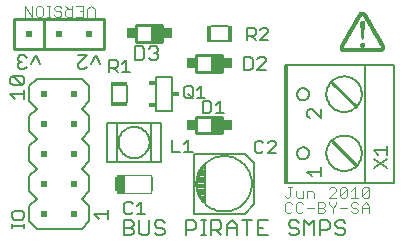
<source format=gto>
G75*
G70*
%OFA0B0*%
%FSLAX24Y24*%
%IPPOS*%
%LPD*%
%AMOC8*
5,1,8,0,0,1.08239X$1,22.5*
%
%ADD10C,0.0050*%
%ADD11C,0.0040*%
%ADD12C,0.0060*%
%ADD13R,0.0140X0.0560*%
%ADD14R,0.0560X0.0140*%
%ADD15R,0.0230X0.0180*%
%ADD16R,0.0079X0.0472*%
%ADD17R,0.0256X0.0591*%
%ADD18C,0.0080*%
%ADD19R,0.0200X0.0200*%
%ADD20C,0.0100*%
%ADD21R,0.0295X0.0335*%
%ADD22R,0.0354X0.0531*%
%ADD23R,0.0006X0.0006*%
%ADD24R,0.0006X0.0006*%
%ADD25R,0.0006X0.0006*%
%ADD26R,0.0006X0.0006*%
D10*
X000596Y003992D02*
X000596Y004129D01*
X000596Y004060D02*
X001006Y004060D01*
X001006Y003992D02*
X001006Y004129D01*
X000938Y004274D02*
X001006Y004343D01*
X001006Y004480D01*
X000938Y004548D01*
X000664Y004548D01*
X000596Y004480D01*
X000596Y004343D01*
X000664Y004274D01*
X000938Y004274D01*
X003356Y004442D02*
X003806Y004442D01*
X003806Y004292D02*
X003806Y004592D01*
X003506Y004292D02*
X003356Y004442D01*
X004356Y004510D02*
X004425Y004442D01*
X004562Y004442D01*
X004630Y004510D01*
X004780Y004442D02*
X005054Y004442D01*
X004917Y004442D02*
X004917Y004852D01*
X004780Y004716D01*
X004630Y004784D02*
X004562Y004852D01*
X004425Y004852D01*
X004356Y004784D01*
X004356Y004510D01*
X005931Y006517D02*
X006205Y006517D01*
X006355Y006517D02*
X006629Y006517D01*
X006492Y006517D02*
X006492Y006927D01*
X006355Y006791D01*
X005931Y006927D02*
X005931Y006517D01*
X005941Y007907D02*
X005421Y007907D01*
X005421Y009027D01*
X005941Y009027D01*
X005941Y007907D01*
X006356Y008385D02*
X006425Y008317D01*
X006562Y008317D01*
X006630Y008385D01*
X006630Y008659D01*
X006562Y008727D01*
X006425Y008727D01*
X006356Y008659D01*
X006356Y008385D01*
X006493Y008454D02*
X006630Y008317D01*
X006780Y008317D02*
X007054Y008317D01*
X006973Y008221D02*
X007179Y008221D01*
X007247Y008153D01*
X007247Y007879D01*
X007179Y007811D01*
X006973Y007811D01*
X006973Y008221D01*
X006917Y008317D02*
X006917Y008727D01*
X006780Y008591D01*
X007397Y008084D02*
X007534Y008221D01*
X007534Y007811D01*
X007670Y007811D02*
X007397Y007811D01*
X008706Y006834D02*
X008706Y006560D01*
X008775Y006492D01*
X008912Y006492D01*
X008980Y006560D01*
X009130Y006492D02*
X009404Y006766D01*
X009404Y006834D01*
X009335Y006902D01*
X009198Y006902D01*
X009130Y006834D01*
X008980Y006834D02*
X008912Y006902D01*
X008775Y006902D01*
X008706Y006834D01*
X009130Y006492D02*
X009404Y006492D01*
X010456Y005858D02*
X010906Y005858D01*
X010906Y005708D02*
X010906Y006008D01*
X010606Y005708D02*
X010456Y005858D01*
X010531Y007658D02*
X010456Y007733D01*
X010456Y007883D01*
X010531Y007958D01*
X010606Y007958D01*
X010906Y007658D01*
X010906Y007958D01*
X012676Y006588D02*
X013126Y006588D01*
X013126Y006438D02*
X013126Y006738D01*
X012826Y006438D02*
X012676Y006588D01*
X012676Y006278D02*
X013126Y005978D01*
X013126Y006278D02*
X012676Y005978D01*
X009092Y009242D02*
X008792Y009242D01*
X009092Y009542D01*
X009092Y009617D01*
X009017Y009692D01*
X008867Y009692D01*
X008792Y009617D01*
X008632Y009617D02*
X008557Y009692D01*
X008331Y009692D01*
X008331Y009242D01*
X008557Y009242D01*
X008632Y009317D01*
X008632Y009617D01*
X008730Y010242D02*
X008593Y010379D01*
X008662Y010379D02*
X008456Y010379D01*
X008456Y010242D02*
X008456Y010652D01*
X008662Y010652D01*
X008730Y010584D01*
X008730Y010447D01*
X008662Y010379D01*
X008880Y010242D02*
X009154Y010516D01*
X009154Y010584D01*
X009085Y010652D01*
X008948Y010652D01*
X008880Y010584D01*
X008880Y010242D02*
X009154Y010242D01*
X005479Y009974D02*
X005479Y009899D01*
X005404Y009824D01*
X005479Y009749D01*
X005479Y009673D01*
X005404Y009598D01*
X005254Y009598D01*
X005179Y009673D01*
X005019Y009673D02*
X004944Y009598D01*
X004719Y009598D01*
X004719Y010049D01*
X004944Y010049D01*
X005019Y009974D01*
X005019Y009673D01*
X005179Y009974D02*
X005254Y010049D01*
X005404Y010049D01*
X005479Y009974D01*
X005404Y009824D02*
X005329Y009824D01*
X004417Y009602D02*
X004417Y009192D01*
X004280Y009192D02*
X004554Y009192D01*
X004280Y009466D02*
X004417Y009602D01*
X004130Y009534D02*
X004130Y009397D01*
X004062Y009329D01*
X003856Y009329D01*
X003856Y009192D02*
X003856Y009602D01*
X004062Y009602D01*
X004130Y009534D01*
X003993Y009329D02*
X004130Y009192D01*
X003556Y009442D02*
X003406Y009742D01*
X003256Y009442D01*
X003096Y009367D02*
X003021Y009292D01*
X002871Y009292D01*
X002796Y009367D01*
X002796Y009442D01*
X003096Y009742D01*
X002796Y009742D01*
X001556Y009442D02*
X001406Y009742D01*
X001256Y009442D01*
X001096Y009367D02*
X001021Y009292D01*
X000871Y009292D01*
X000796Y009367D01*
X000796Y009442D01*
X000871Y009517D01*
X000796Y009592D01*
X000796Y009667D01*
X000871Y009742D01*
X001021Y009742D01*
X001096Y009667D01*
X000946Y009517D02*
X000871Y009517D01*
X000931Y009053D02*
X000631Y009053D01*
X000931Y008752D01*
X001006Y008827D01*
X001006Y008978D01*
X000931Y009053D01*
X000631Y009053D02*
X000556Y008978D01*
X000556Y008827D01*
X000631Y008752D01*
X000931Y008752D01*
X001006Y008592D02*
X001006Y008292D01*
X001006Y008442D02*
X000556Y008442D01*
X000706Y008292D01*
D11*
X001034Y011037D02*
X001034Y011397D01*
X001274Y011037D01*
X001274Y011397D01*
X001402Y011337D02*
X001402Y011097D01*
X001463Y011037D01*
X001583Y011037D01*
X001643Y011097D01*
X001643Y011337D01*
X001583Y011397D01*
X001463Y011397D01*
X001402Y011337D01*
X001768Y011397D02*
X001888Y011397D01*
X001828Y011397D02*
X001828Y011037D01*
X001888Y011037D02*
X001768Y011037D01*
X002016Y011097D02*
X002076Y011037D01*
X002196Y011037D01*
X002256Y011097D01*
X002256Y011157D01*
X002196Y011217D01*
X002076Y011217D01*
X002016Y011277D01*
X002016Y011337D01*
X002076Y011397D01*
X002196Y011397D01*
X002256Y011337D01*
X002385Y011397D02*
X002505Y011277D01*
X002445Y011277D02*
X002625Y011277D01*
X002625Y011397D02*
X002625Y011037D01*
X002445Y011037D01*
X002385Y011097D01*
X002385Y011217D01*
X002445Y011277D01*
X002753Y011397D02*
X002993Y011397D01*
X002993Y011037D01*
X002753Y011037D01*
X002873Y011217D02*
X002993Y011217D01*
X003121Y011277D02*
X003121Y011037D01*
X003121Y011277D02*
X003241Y011397D01*
X003361Y011277D01*
X003361Y011037D01*
X004111Y005762D02*
X004111Y005172D01*
X005252Y005172D01*
X005252Y005762D01*
X004111Y005762D01*
X009701Y005047D02*
X009761Y004987D01*
X009821Y004987D01*
X009882Y005047D01*
X009882Y005347D01*
X009942Y005347D02*
X009821Y005347D01*
X010070Y005227D02*
X010070Y005047D01*
X010130Y004987D01*
X010310Y004987D01*
X010310Y005227D01*
X010438Y005227D02*
X010618Y005227D01*
X010678Y005167D01*
X010678Y004987D01*
X010806Y004847D02*
X010986Y004847D01*
X011047Y004787D01*
X011047Y004727D01*
X010986Y004667D01*
X010806Y004667D01*
X010678Y004667D02*
X010438Y004667D01*
X010310Y004547D02*
X010250Y004487D01*
X010130Y004487D01*
X010070Y004547D01*
X010070Y004787D01*
X010130Y004847D01*
X010250Y004847D01*
X010310Y004787D01*
X010438Y004987D02*
X010438Y005227D01*
X010806Y004847D02*
X010806Y004487D01*
X010986Y004487D01*
X011047Y004547D01*
X011047Y004607D01*
X010986Y004667D01*
X011175Y004787D02*
X011175Y004847D01*
X011175Y004787D02*
X011295Y004667D01*
X011295Y004487D01*
X011295Y004667D02*
X011415Y004787D01*
X011415Y004847D01*
X011415Y004987D02*
X011175Y004987D01*
X011415Y005227D01*
X011415Y005287D01*
X011355Y005347D01*
X011235Y005347D01*
X011175Y005287D01*
X011543Y005287D02*
X011543Y005047D01*
X011783Y005287D01*
X011783Y005047D01*
X011723Y004987D01*
X011603Y004987D01*
X011543Y005047D01*
X011543Y005287D02*
X011603Y005347D01*
X011723Y005347D01*
X011783Y005287D01*
X011911Y005227D02*
X012031Y005347D01*
X012031Y004987D01*
X011911Y004987D02*
X012151Y004987D01*
X012280Y005047D02*
X012520Y005287D01*
X012520Y005047D01*
X012460Y004987D01*
X012340Y004987D01*
X012280Y005047D01*
X012280Y005287D01*
X012340Y005347D01*
X012460Y005347D01*
X012520Y005287D01*
X012400Y004847D02*
X012520Y004727D01*
X012520Y004487D01*
X012520Y004667D02*
X012280Y004667D01*
X012280Y004727D02*
X012400Y004847D01*
X012280Y004727D02*
X012280Y004487D01*
X012151Y004547D02*
X012091Y004487D01*
X011971Y004487D01*
X011911Y004547D01*
X011971Y004667D02*
X012091Y004667D01*
X012151Y004607D01*
X012151Y004547D01*
X011971Y004667D02*
X011911Y004727D01*
X011911Y004787D01*
X011971Y004847D01*
X012091Y004847D01*
X012151Y004787D01*
X011783Y004667D02*
X011543Y004667D01*
X009942Y004547D02*
X009882Y004487D01*
X009761Y004487D01*
X009701Y004547D01*
X009701Y004787D01*
X009761Y004847D01*
X009882Y004847D01*
X009942Y004787D01*
D12*
X009920Y004247D02*
X009836Y004164D01*
X009836Y004081D01*
X009920Y003997D01*
X010087Y003997D01*
X010170Y003914D01*
X010170Y003830D01*
X010087Y003747D01*
X009920Y003747D01*
X009836Y003830D01*
X009920Y004247D02*
X010087Y004247D01*
X010170Y004164D01*
X010352Y004247D02*
X010519Y004081D01*
X010686Y004247D01*
X010686Y003747D01*
X010868Y003747D02*
X010868Y004247D01*
X011118Y004247D01*
X011201Y004164D01*
X011201Y003997D01*
X011118Y003914D01*
X010868Y003914D01*
X011383Y003830D02*
X011467Y003747D01*
X011634Y003747D01*
X011717Y003830D01*
X011717Y003914D01*
X011634Y003997D01*
X011467Y003997D01*
X011383Y004081D01*
X011383Y004164D01*
X011467Y004247D01*
X011634Y004247D01*
X011717Y004164D01*
X010352Y004247D02*
X010352Y003747D01*
X009139Y003747D02*
X008805Y003747D01*
X008805Y004247D01*
X009139Y004247D01*
X008972Y003997D02*
X008805Y003997D01*
X008623Y004247D02*
X008290Y004247D01*
X008456Y004247D02*
X008456Y003747D01*
X008108Y003747D02*
X008108Y004081D01*
X007941Y004247D01*
X007774Y004081D01*
X007774Y003747D01*
X007592Y003747D02*
X007425Y003914D01*
X007509Y003914D02*
X007258Y003914D01*
X007258Y003747D02*
X007258Y004247D01*
X007509Y004247D01*
X007592Y004164D01*
X007592Y003997D01*
X007509Y003914D01*
X007774Y003997D02*
X008108Y003997D01*
X007081Y003747D02*
X006915Y003747D01*
X006998Y003747D02*
X006998Y004247D01*
X006915Y004247D02*
X007081Y004247D01*
X006733Y004164D02*
X006733Y003997D01*
X006649Y003914D01*
X006399Y003914D01*
X006399Y003747D02*
X006399Y004247D01*
X006649Y004247D01*
X006733Y004164D01*
X005701Y004164D02*
X005618Y004247D01*
X005451Y004247D01*
X005368Y004164D01*
X005368Y004081D01*
X005451Y003997D01*
X005618Y003997D01*
X005701Y003914D01*
X005701Y003830D01*
X005618Y003747D01*
X005451Y003747D01*
X005368Y003830D01*
X005186Y003830D02*
X005186Y004247D01*
X005186Y003830D02*
X005102Y003747D01*
X004935Y003747D01*
X004852Y003830D01*
X004852Y004247D01*
X004670Y004164D02*
X004670Y004081D01*
X004587Y003997D01*
X004336Y003997D01*
X004336Y003747D02*
X004587Y003747D01*
X004670Y003830D01*
X004670Y003914D01*
X004587Y003997D01*
X004670Y004164D02*
X004587Y004247D01*
X004336Y004247D01*
X004336Y003747D01*
X003181Y004217D02*
X003181Y004717D01*
X002931Y004967D01*
X003181Y005217D01*
X003181Y005717D01*
X002931Y005967D01*
X003181Y006217D01*
X003181Y006717D01*
X002931Y006967D01*
X003181Y007217D01*
X003181Y007717D01*
X002931Y007967D01*
X003181Y008217D01*
X003181Y008717D01*
X002931Y008967D01*
X001431Y008967D01*
X001181Y008717D01*
X001181Y008217D01*
X001431Y007967D01*
X001181Y007717D01*
X001181Y007217D01*
X001431Y006967D01*
X001181Y006717D01*
X001181Y006217D01*
X001431Y005967D01*
X001181Y005717D01*
X001181Y005217D01*
X001431Y004967D01*
X001181Y004717D01*
X001181Y004217D01*
X001431Y003967D01*
X002931Y003967D01*
X003181Y004217D01*
X003772Y006183D02*
X003772Y007482D01*
X003772Y007493D02*
X005591Y007493D01*
X005591Y007482D02*
X005591Y006202D01*
X005591Y006183D02*
X003772Y006183D01*
X004111Y006202D02*
X004111Y007482D01*
X004161Y006842D02*
X004163Y006887D01*
X004169Y006932D01*
X004179Y006977D01*
X004192Y007020D01*
X004210Y007062D01*
X004231Y007102D01*
X004255Y007140D01*
X004283Y007176D01*
X004313Y007210D01*
X004347Y007240D01*
X004383Y007268D01*
X004421Y007292D01*
X004461Y007313D01*
X004503Y007331D01*
X004546Y007344D01*
X004591Y007354D01*
X004636Y007360D01*
X004681Y007362D01*
X004726Y007360D01*
X004771Y007354D01*
X004816Y007344D01*
X004859Y007331D01*
X004901Y007313D01*
X004941Y007292D01*
X004979Y007268D01*
X005015Y007240D01*
X005049Y007210D01*
X005079Y007176D01*
X005107Y007140D01*
X005131Y007102D01*
X005152Y007062D01*
X005170Y007020D01*
X005183Y006977D01*
X005193Y006932D01*
X005199Y006887D01*
X005201Y006842D01*
X005199Y006797D01*
X005193Y006752D01*
X005183Y006707D01*
X005170Y006664D01*
X005152Y006622D01*
X005131Y006582D01*
X005107Y006544D01*
X005079Y006508D01*
X005049Y006474D01*
X005015Y006444D01*
X004979Y006416D01*
X004941Y006392D01*
X004901Y006371D01*
X004859Y006353D01*
X004816Y006340D01*
X004771Y006330D01*
X004726Y006324D01*
X004681Y006322D01*
X004636Y006324D01*
X004591Y006330D01*
X004546Y006340D01*
X004503Y006353D01*
X004461Y006371D01*
X004421Y006392D01*
X004383Y006416D01*
X004347Y006444D01*
X004313Y006474D01*
X004283Y006508D01*
X004255Y006544D01*
X004231Y006582D01*
X004210Y006622D01*
X004192Y006664D01*
X004179Y006707D01*
X004169Y006752D01*
X004163Y006797D01*
X004161Y006842D01*
X005251Y007482D02*
X005251Y006192D01*
X004431Y008187D02*
X004431Y008747D01*
X003931Y008747D02*
X003931Y008187D01*
X007251Y010217D02*
X007811Y010217D01*
X007811Y010717D02*
X007251Y010717D01*
X009711Y009433D02*
X009711Y005503D01*
X009791Y005503D01*
X009791Y009433D01*
X012391Y009433D01*
X013331Y009433D01*
X013331Y005503D01*
X012391Y005503D01*
X009791Y005503D01*
X010111Y006483D02*
X010113Y006511D01*
X010119Y006538D01*
X010128Y006564D01*
X010141Y006589D01*
X010158Y006612D01*
X010177Y006632D01*
X010199Y006649D01*
X010223Y006663D01*
X010249Y006673D01*
X010276Y006680D01*
X010304Y006683D01*
X010332Y006682D01*
X010359Y006677D01*
X010386Y006668D01*
X010411Y006656D01*
X010434Y006641D01*
X010455Y006622D01*
X010473Y006601D01*
X010488Y006577D01*
X010499Y006551D01*
X010507Y006525D01*
X010511Y006497D01*
X010511Y006469D01*
X010507Y006441D01*
X010499Y006415D01*
X010488Y006389D01*
X010473Y006365D01*
X010455Y006344D01*
X010434Y006325D01*
X010411Y006310D01*
X010386Y006298D01*
X010359Y006289D01*
X010332Y006284D01*
X010304Y006283D01*
X010276Y006286D01*
X010249Y006293D01*
X010223Y006303D01*
X010199Y006317D01*
X010177Y006334D01*
X010158Y006354D01*
X010141Y006377D01*
X010128Y006402D01*
X010119Y006428D01*
X010113Y006455D01*
X010111Y006483D01*
X011091Y006483D02*
X011093Y006531D01*
X011099Y006579D01*
X011109Y006626D01*
X011122Y006672D01*
X011139Y006717D01*
X011160Y006760D01*
X011185Y006802D01*
X011212Y006841D01*
X011243Y006878D01*
X011277Y006913D01*
X011313Y006944D01*
X011352Y006973D01*
X011393Y006998D01*
X011436Y007020D01*
X011480Y007038D01*
X011526Y007052D01*
X011573Y007063D01*
X011621Y007070D01*
X011669Y007073D01*
X011717Y007072D01*
X011765Y007067D01*
X011812Y007058D01*
X011859Y007046D01*
X011904Y007029D01*
X011948Y007009D01*
X011990Y006986D01*
X012030Y006959D01*
X012067Y006929D01*
X012102Y006896D01*
X012135Y006860D01*
X012164Y006822D01*
X012190Y006781D01*
X012213Y006739D01*
X012232Y006695D01*
X012247Y006649D01*
X012259Y006603D01*
X012267Y006555D01*
X012271Y006507D01*
X012271Y006459D01*
X012267Y006411D01*
X012259Y006363D01*
X012247Y006317D01*
X012232Y006271D01*
X012213Y006227D01*
X012190Y006185D01*
X012164Y006144D01*
X012135Y006106D01*
X012102Y006070D01*
X012067Y006037D01*
X012030Y006007D01*
X011990Y005980D01*
X011948Y005957D01*
X011904Y005937D01*
X011859Y005920D01*
X011812Y005908D01*
X011765Y005899D01*
X011717Y005894D01*
X011669Y005893D01*
X011621Y005896D01*
X011573Y005903D01*
X011526Y005914D01*
X011480Y005928D01*
X011436Y005946D01*
X011393Y005968D01*
X011352Y005993D01*
X011313Y006022D01*
X011277Y006053D01*
X011243Y006088D01*
X011212Y006125D01*
X011185Y006164D01*
X011160Y006206D01*
X011139Y006249D01*
X011122Y006294D01*
X011109Y006340D01*
X011099Y006387D01*
X011093Y006435D01*
X011091Y006483D01*
X012391Y006133D02*
X012391Y006833D01*
X012391Y008103D01*
X012391Y008803D01*
X012391Y009433D01*
X011091Y008453D02*
X011093Y008501D01*
X011099Y008549D01*
X011109Y008596D01*
X011122Y008642D01*
X011139Y008687D01*
X011160Y008730D01*
X011185Y008772D01*
X011212Y008811D01*
X011243Y008848D01*
X011277Y008883D01*
X011313Y008914D01*
X011352Y008943D01*
X011393Y008968D01*
X011436Y008990D01*
X011480Y009008D01*
X011526Y009022D01*
X011573Y009033D01*
X011621Y009040D01*
X011669Y009043D01*
X011717Y009042D01*
X011765Y009037D01*
X011812Y009028D01*
X011859Y009016D01*
X011904Y008999D01*
X011948Y008979D01*
X011990Y008956D01*
X012030Y008929D01*
X012067Y008899D01*
X012102Y008866D01*
X012135Y008830D01*
X012164Y008792D01*
X012190Y008751D01*
X012213Y008709D01*
X012232Y008665D01*
X012247Y008619D01*
X012259Y008573D01*
X012267Y008525D01*
X012271Y008477D01*
X012271Y008429D01*
X012267Y008381D01*
X012259Y008333D01*
X012247Y008287D01*
X012232Y008241D01*
X012213Y008197D01*
X012190Y008155D01*
X012164Y008114D01*
X012135Y008076D01*
X012102Y008040D01*
X012067Y008007D01*
X012030Y007977D01*
X011990Y007950D01*
X011948Y007927D01*
X011904Y007907D01*
X011859Y007890D01*
X011812Y007878D01*
X011765Y007869D01*
X011717Y007864D01*
X011669Y007863D01*
X011621Y007866D01*
X011573Y007873D01*
X011526Y007884D01*
X011480Y007898D01*
X011436Y007916D01*
X011393Y007938D01*
X011352Y007963D01*
X011313Y007992D01*
X011277Y008023D01*
X011243Y008058D01*
X011212Y008095D01*
X011185Y008134D01*
X011160Y008176D01*
X011139Y008219D01*
X011122Y008264D01*
X011109Y008310D01*
X011099Y008357D01*
X011093Y008405D01*
X011091Y008453D01*
X010111Y008453D02*
X010113Y008481D01*
X010119Y008508D01*
X010128Y008534D01*
X010141Y008559D01*
X010158Y008582D01*
X010177Y008602D01*
X010199Y008619D01*
X010223Y008633D01*
X010249Y008643D01*
X010276Y008650D01*
X010304Y008653D01*
X010332Y008652D01*
X010359Y008647D01*
X010386Y008638D01*
X010411Y008626D01*
X010434Y008611D01*
X010455Y008592D01*
X010473Y008571D01*
X010488Y008547D01*
X010499Y008521D01*
X010507Y008495D01*
X010511Y008467D01*
X010511Y008439D01*
X010507Y008411D01*
X010499Y008385D01*
X010488Y008359D01*
X010473Y008335D01*
X010455Y008314D01*
X010434Y008295D01*
X010411Y008280D01*
X010386Y008268D01*
X010359Y008259D01*
X010332Y008254D01*
X010304Y008253D01*
X010276Y008256D01*
X010249Y008263D01*
X010223Y008273D01*
X010199Y008287D01*
X010177Y008304D01*
X010158Y008324D01*
X010141Y008347D01*
X010128Y008372D01*
X010119Y008398D01*
X010113Y008425D01*
X010111Y008453D01*
X009791Y009433D02*
X009711Y009433D01*
X012391Y006133D02*
X012391Y005503D01*
D13*
X007871Y010467D03*
X007191Y010467D03*
D14*
X004181Y008807D03*
X004181Y008127D03*
D15*
X005286Y008097D03*
X005286Y008837D03*
X006076Y008467D03*
D16*
X005272Y005467D03*
X004091Y005467D03*
D17*
X004239Y005467D03*
D18*
X006776Y005467D02*
X006791Y005324D01*
X006827Y005184D01*
X006884Y005051D01*
X006959Y004928D01*
X007051Y004817D01*
X007051Y006117D01*
X006964Y006003D01*
X006892Y005879D01*
X006836Y005747D01*
X006797Y005609D01*
X006776Y005467D01*
X006780Y005431D02*
X007051Y005431D01*
X007051Y005509D02*
X006782Y005509D01*
X006794Y005588D02*
X007051Y005588D01*
X007051Y005666D02*
X006814Y005666D01*
X006836Y005745D02*
X007051Y005745D01*
X007051Y005823D02*
X006869Y005823D01*
X006906Y005902D02*
X007051Y005902D01*
X007051Y005980D02*
X006951Y005980D01*
X007007Y006059D02*
X007051Y006059D01*
X006677Y006471D02*
X006677Y004463D01*
X008370Y004463D01*
X008685Y004778D01*
X008685Y006156D01*
X008370Y006471D01*
X006677Y006471D01*
X006756Y005467D02*
X006758Y005527D01*
X006764Y005588D01*
X006774Y005647D01*
X006788Y005706D01*
X006805Y005764D01*
X006826Y005821D01*
X006851Y005876D01*
X006880Y005929D01*
X006912Y005981D01*
X006947Y006030D01*
X006986Y006077D01*
X007027Y006121D01*
X007071Y006162D01*
X007118Y006201D01*
X007167Y006236D01*
X007218Y006268D01*
X007272Y006297D01*
X007327Y006322D01*
X007384Y006343D01*
X007442Y006360D01*
X007501Y006374D01*
X007560Y006384D01*
X007621Y006390D01*
X007681Y006392D01*
X007741Y006390D01*
X007802Y006384D01*
X007861Y006374D01*
X007920Y006360D01*
X007978Y006343D01*
X008035Y006322D01*
X008090Y006297D01*
X008143Y006268D01*
X008195Y006236D01*
X008244Y006201D01*
X008291Y006162D01*
X008335Y006121D01*
X008376Y006077D01*
X008415Y006030D01*
X008450Y005981D01*
X008482Y005930D01*
X008511Y005876D01*
X008536Y005821D01*
X008557Y005764D01*
X008574Y005706D01*
X008588Y005647D01*
X008598Y005588D01*
X008604Y005527D01*
X008606Y005467D01*
X008604Y005407D01*
X008598Y005346D01*
X008588Y005287D01*
X008574Y005228D01*
X008557Y005170D01*
X008536Y005113D01*
X008511Y005058D01*
X008482Y005005D01*
X008450Y004953D01*
X008415Y004904D01*
X008376Y004857D01*
X008335Y004813D01*
X008291Y004772D01*
X008244Y004733D01*
X008195Y004698D01*
X008144Y004666D01*
X008090Y004637D01*
X008035Y004612D01*
X007978Y004591D01*
X007920Y004574D01*
X007861Y004560D01*
X007802Y004550D01*
X007741Y004544D01*
X007681Y004542D01*
X007621Y004544D01*
X007560Y004550D01*
X007501Y004560D01*
X007442Y004574D01*
X007384Y004591D01*
X007327Y004612D01*
X007272Y004637D01*
X007219Y004666D01*
X007167Y004698D01*
X007118Y004733D01*
X007071Y004772D01*
X007027Y004813D01*
X006986Y004857D01*
X006947Y004904D01*
X006912Y004953D01*
X006880Y005004D01*
X006851Y005058D01*
X006826Y005113D01*
X006805Y005170D01*
X006788Y005228D01*
X006774Y005287D01*
X006764Y005346D01*
X006758Y005407D01*
X006756Y005467D01*
X006788Y005352D02*
X007051Y005352D01*
X007051Y005274D02*
X006804Y005274D01*
X006824Y005195D02*
X007051Y005195D01*
X007051Y005116D02*
X006856Y005116D01*
X006892Y005038D02*
X007051Y005038D01*
X007051Y004959D02*
X006940Y004959D01*
X006998Y004881D02*
X007051Y004881D01*
D19*
X002681Y004467D03*
X001681Y004467D03*
X001681Y005467D03*
X001681Y006467D03*
X001681Y007467D03*
X001681Y008467D03*
X002681Y008467D03*
X002681Y007467D03*
X002681Y006467D03*
X002681Y005467D03*
X002181Y010467D03*
X001181Y010467D03*
X003181Y010467D03*
D20*
X003681Y010967D02*
X003681Y009967D01*
X000681Y009967D01*
X000681Y010967D01*
X001681Y010967D01*
X001681Y009967D01*
X001681Y010967D02*
X003681Y010967D01*
X004748Y010743D02*
X004748Y010191D01*
X005614Y010191D01*
X005614Y010743D01*
X004748Y010743D01*
X006748Y009743D02*
X006748Y009191D01*
X007614Y009191D01*
X007614Y009743D01*
X006748Y009743D01*
X006748Y007693D02*
X007614Y007693D01*
X007614Y007141D01*
X006748Y007141D01*
X006748Y007693D01*
X011291Y006883D02*
X012081Y006093D01*
X012072Y008053D02*
X011281Y008833D01*
D21*
X007801Y009477D03*
X006561Y009477D03*
X005801Y010477D03*
X004561Y010477D03*
X006561Y007427D03*
X007801Y007427D03*
D22*
X007418Y007407D03*
X007418Y009457D03*
X005418Y010457D03*
D23*
X011565Y010007D03*
X011565Y009995D03*
X011565Y009989D03*
X011565Y009977D03*
X011565Y009965D03*
X011565Y009959D03*
X011577Y009959D03*
X011577Y009965D03*
X011577Y009977D03*
X011577Y009989D03*
X011577Y009995D03*
X011577Y010007D03*
X011577Y010019D03*
X011577Y010025D03*
X011577Y010037D03*
X011595Y010037D03*
X011595Y010025D03*
X011595Y010019D03*
X011595Y010007D03*
X011595Y009995D03*
X011595Y009989D03*
X011595Y009977D03*
X011595Y009965D03*
X011595Y009959D03*
X011595Y009947D03*
X011595Y009935D03*
X011595Y009929D03*
X011595Y009917D03*
X011595Y009905D03*
X011595Y009899D03*
X011607Y009899D03*
X011607Y009905D03*
X011607Y009917D03*
X011607Y009929D03*
X011607Y009935D03*
X011607Y009947D03*
X011607Y009959D03*
X011607Y009965D03*
X011607Y009977D03*
X011607Y009989D03*
X011607Y009995D03*
X011607Y010007D03*
X011607Y010019D03*
X011607Y010025D03*
X011607Y010037D03*
X011607Y010049D03*
X011607Y010055D03*
X011595Y010055D03*
X011595Y010049D03*
X011595Y010067D03*
X011595Y010079D03*
X011607Y010079D03*
X011607Y010085D03*
X011607Y010097D03*
X011625Y010097D03*
X011625Y010085D03*
X011625Y010079D03*
X011625Y010067D03*
X011625Y010055D03*
X011625Y010049D03*
X011625Y010037D03*
X011625Y010025D03*
X011625Y010019D03*
X011625Y010007D03*
X011625Y009995D03*
X011625Y009989D03*
X011625Y009977D03*
X011625Y009965D03*
X011625Y009959D03*
X011625Y009947D03*
X011625Y009935D03*
X011625Y009929D03*
X011625Y009917D03*
X011625Y009905D03*
X011625Y009899D03*
X011625Y009887D03*
X011625Y009875D03*
X011625Y009869D03*
X011637Y009869D03*
X011637Y009875D03*
X011637Y009887D03*
X011637Y009899D03*
X011637Y009905D03*
X011637Y009917D03*
X011637Y009929D03*
X011637Y009935D03*
X011637Y009947D03*
X011637Y009959D03*
X011637Y009965D03*
X011637Y009977D03*
X011637Y009989D03*
X011637Y009995D03*
X011637Y010007D03*
X011637Y010019D03*
X011637Y010025D03*
X011637Y010037D03*
X011637Y010049D03*
X011637Y010055D03*
X011637Y010067D03*
X011637Y010079D03*
X011637Y010085D03*
X011637Y010097D03*
X011637Y010109D03*
X011637Y010115D03*
X011625Y010115D03*
X011625Y010109D03*
X011625Y010127D03*
X011637Y010127D03*
X011637Y010139D03*
X011637Y010145D03*
X011655Y010145D03*
X011655Y010139D03*
X011655Y010127D03*
X011655Y010115D03*
X011655Y010109D03*
X011655Y010097D03*
X011655Y010085D03*
X011655Y010079D03*
X011655Y010067D03*
X011655Y010055D03*
X011655Y010049D03*
X011655Y010037D03*
X011655Y010025D03*
X011655Y010019D03*
X011655Y010007D03*
X011655Y009995D03*
X011655Y009989D03*
X011655Y009977D03*
X011655Y009965D03*
X011655Y009959D03*
X011655Y009947D03*
X011655Y009935D03*
X011655Y009929D03*
X011655Y009917D03*
X011655Y009905D03*
X011655Y009899D03*
X011655Y009887D03*
X011655Y009875D03*
X011655Y009869D03*
X011655Y009857D03*
X011667Y009857D03*
X011667Y009869D03*
X011667Y009875D03*
X011667Y009887D03*
X011667Y009899D03*
X011667Y009905D03*
X011667Y009917D03*
X011667Y009929D03*
X011667Y009935D03*
X011667Y009947D03*
X011667Y009959D03*
X011667Y009965D03*
X011667Y009989D03*
X011667Y009995D03*
X011667Y010007D03*
X011667Y010019D03*
X011667Y010025D03*
X011667Y010037D03*
X011667Y010049D03*
X011667Y010055D03*
X011667Y010067D03*
X011667Y010079D03*
X011667Y010085D03*
X011667Y010097D03*
X011667Y010109D03*
X011667Y010115D03*
X011667Y010127D03*
X011667Y010139D03*
X011667Y010145D03*
X011667Y010157D03*
X011655Y010157D03*
X011655Y010169D03*
X011655Y010175D03*
X011655Y010187D03*
X011667Y010187D03*
X011667Y010175D03*
X011667Y010169D03*
X011685Y010169D03*
X011685Y010175D03*
X011685Y010187D03*
X011685Y010199D03*
X011685Y010205D03*
X011685Y010217D03*
X011685Y010229D03*
X011685Y010235D03*
X011697Y010235D03*
X011697Y010229D03*
X011697Y010217D03*
X011697Y010205D03*
X011697Y010199D03*
X011697Y010187D03*
X011697Y010175D03*
X011697Y010169D03*
X011697Y010157D03*
X011685Y010157D03*
X011685Y010145D03*
X011685Y010139D03*
X011685Y010127D03*
X011685Y010115D03*
X011685Y010109D03*
X011685Y010097D03*
X011685Y010085D03*
X011685Y010079D03*
X011685Y010067D03*
X011685Y010055D03*
X011685Y010049D03*
X011685Y010037D03*
X011697Y010055D03*
X011697Y010067D03*
X011697Y010079D03*
X011697Y010085D03*
X011697Y010097D03*
X011697Y010109D03*
X011697Y010115D03*
X011697Y010127D03*
X011697Y010139D03*
X011697Y010145D03*
X011715Y010145D03*
X011715Y010139D03*
X011715Y010127D03*
X011715Y010115D03*
X011715Y010109D03*
X011715Y010097D03*
X011715Y010085D03*
X011727Y010109D03*
X011727Y010115D03*
X011727Y010127D03*
X011727Y010139D03*
X011727Y010145D03*
X011727Y010157D03*
X011715Y010157D03*
X011715Y010169D03*
X011715Y010175D03*
X011715Y010187D03*
X011715Y010199D03*
X011715Y010205D03*
X011715Y010217D03*
X011715Y010229D03*
X011715Y010235D03*
X011715Y010247D03*
X011715Y010259D03*
X011715Y010265D03*
X011715Y010277D03*
X011715Y010289D03*
X011727Y010289D03*
X011727Y010295D03*
X011727Y010307D03*
X011745Y010307D03*
X011745Y010295D03*
X011745Y010289D03*
X011745Y010277D03*
X011745Y010265D03*
X011745Y010259D03*
X011745Y010247D03*
X011745Y010235D03*
X011745Y010229D03*
X011745Y010217D03*
X011745Y010205D03*
X011745Y010199D03*
X011745Y010187D03*
X011745Y010175D03*
X011745Y010169D03*
X011745Y010157D03*
X011745Y010145D03*
X011745Y010139D03*
X011757Y010157D03*
X011757Y010169D03*
X011757Y010175D03*
X011757Y010187D03*
X011757Y010199D03*
X011757Y010205D03*
X011757Y010217D03*
X011757Y010229D03*
X011757Y010235D03*
X011757Y010247D03*
X011757Y010259D03*
X011757Y010265D03*
X011757Y010277D03*
X011757Y010289D03*
X011757Y010295D03*
X011757Y010307D03*
X011757Y010319D03*
X011757Y010325D03*
X011745Y010325D03*
X011745Y010319D03*
X011745Y010337D03*
X011757Y010337D03*
X011757Y010349D03*
X011757Y010355D03*
X011757Y010367D03*
X011775Y010367D03*
X011775Y010355D03*
X011775Y010349D03*
X011775Y010337D03*
X011775Y010325D03*
X011775Y010319D03*
X011775Y010307D03*
X011775Y010295D03*
X011775Y010289D03*
X011775Y010277D03*
X011775Y010265D03*
X011775Y010259D03*
X011775Y010247D03*
X011775Y010235D03*
X011775Y010229D03*
X011775Y010217D03*
X011775Y010205D03*
X011775Y010199D03*
X011787Y010217D03*
X011787Y010229D03*
X011787Y010235D03*
X011787Y010247D03*
X011787Y010259D03*
X011787Y010265D03*
X011787Y010277D03*
X011787Y010289D03*
X011787Y010295D03*
X011787Y010307D03*
X011787Y010319D03*
X011787Y010325D03*
X011787Y010337D03*
X011787Y010349D03*
X011787Y010355D03*
X011787Y010367D03*
X011787Y010379D03*
X011787Y010385D03*
X011775Y010385D03*
X011775Y010379D03*
X011775Y010397D03*
X011787Y010397D03*
X011787Y010409D03*
X011787Y010415D03*
X011805Y010415D03*
X011805Y010409D03*
X011805Y010397D03*
X011805Y010385D03*
X011805Y010379D03*
X011805Y010367D03*
X011805Y010355D03*
X011805Y010349D03*
X011805Y010337D03*
X011805Y010325D03*
X011805Y010319D03*
X011805Y010307D03*
X011805Y010295D03*
X011805Y010289D03*
X011805Y010277D03*
X011805Y010265D03*
X011805Y010259D03*
X011805Y010247D03*
X011817Y010265D03*
X011817Y010277D03*
X011817Y010289D03*
X011817Y010295D03*
X011817Y010307D03*
X011817Y010319D03*
X011817Y010325D03*
X011817Y010337D03*
X011817Y010349D03*
X011817Y010355D03*
X011817Y010367D03*
X011817Y010379D03*
X011817Y010385D03*
X011817Y010397D03*
X011817Y010409D03*
X011817Y010415D03*
X011817Y010427D03*
X011805Y010427D03*
X011805Y010439D03*
X011805Y010445D03*
X011817Y010445D03*
X011817Y010439D03*
X011817Y010457D03*
X011817Y010469D03*
X011835Y010469D03*
X011835Y010475D03*
X011835Y010487D03*
X011835Y010499D03*
X011847Y010499D03*
X011847Y010505D03*
X011847Y010517D03*
X011865Y010517D03*
X011865Y010505D03*
X011865Y010499D03*
X011865Y010487D03*
X011865Y010475D03*
X011865Y010469D03*
X011865Y010457D03*
X011865Y010445D03*
X011865Y010439D03*
X011865Y010427D03*
X011865Y010415D03*
X011865Y010409D03*
X011865Y010397D03*
X011865Y010385D03*
X011865Y010379D03*
X011865Y010367D03*
X011865Y010355D03*
X011865Y010349D03*
X011847Y010349D03*
X011847Y010355D03*
X011835Y010355D03*
X011835Y010349D03*
X011835Y010337D03*
X011835Y010325D03*
X011835Y010319D03*
X011835Y010307D03*
X011835Y010295D03*
X011847Y010319D03*
X011847Y010325D03*
X011847Y010337D03*
X011847Y010367D03*
X011835Y010367D03*
X011835Y010379D03*
X011835Y010385D03*
X011835Y010397D03*
X011835Y010409D03*
X011835Y010415D03*
X011835Y010427D03*
X011835Y010439D03*
X011835Y010445D03*
X011835Y010457D03*
X011847Y010457D03*
X011847Y010445D03*
X011847Y010439D03*
X011847Y010427D03*
X011847Y010415D03*
X011847Y010409D03*
X011847Y010397D03*
X011847Y010385D03*
X011847Y010379D03*
X011877Y010379D03*
X011877Y010385D03*
X011877Y010397D03*
X011877Y010409D03*
X011877Y010415D03*
X011877Y010427D03*
X011877Y010439D03*
X011877Y010445D03*
X011877Y010457D03*
X011877Y010469D03*
X011877Y010475D03*
X011877Y010487D03*
X011877Y010499D03*
X011877Y010505D03*
X011877Y010517D03*
X011877Y010529D03*
X011877Y010535D03*
X011865Y010535D03*
X011865Y010529D03*
X011865Y010547D03*
X011877Y010547D03*
X011877Y010559D03*
X011877Y010565D03*
X011895Y010565D03*
X011895Y010559D03*
X011895Y010547D03*
X011895Y010535D03*
X011895Y010529D03*
X011895Y010517D03*
X011895Y010505D03*
X011895Y010499D03*
X011895Y010487D03*
X011895Y010475D03*
X011895Y010469D03*
X011895Y010457D03*
X011895Y010445D03*
X011895Y010439D03*
X011895Y010427D03*
X011895Y010415D03*
X011895Y010409D03*
X011895Y010397D03*
X011907Y010415D03*
X011907Y010427D03*
X011907Y010439D03*
X011907Y010445D03*
X011907Y010457D03*
X011907Y010469D03*
X011907Y010475D03*
X011907Y010487D03*
X011907Y010499D03*
X011907Y010505D03*
X011907Y010517D03*
X011907Y010529D03*
X011907Y010535D03*
X011907Y010547D03*
X011907Y010559D03*
X011907Y010565D03*
X011907Y010577D03*
X011895Y010577D03*
X011895Y010589D03*
X011895Y010595D03*
X011907Y010595D03*
X011907Y010589D03*
X011907Y010607D03*
X011907Y010619D03*
X011925Y010619D03*
X011925Y010625D03*
X011925Y010637D03*
X011925Y010649D03*
X011925Y010655D03*
X011937Y010655D03*
X011937Y010649D03*
X011937Y010637D03*
X011937Y010625D03*
X011937Y010619D03*
X011937Y010607D03*
X011925Y010607D03*
X011925Y010595D03*
X011925Y010589D03*
X011925Y010577D03*
X011925Y010565D03*
X011925Y010559D03*
X011925Y010547D03*
X011925Y010535D03*
X011925Y010529D03*
X011925Y010517D03*
X011925Y010505D03*
X011925Y010499D03*
X011925Y010487D03*
X011925Y010475D03*
X011925Y010469D03*
X011925Y010457D03*
X011925Y010445D03*
X011937Y010469D03*
X011937Y010475D03*
X011937Y010487D03*
X011937Y010499D03*
X011937Y010505D03*
X011937Y010517D03*
X011937Y010529D03*
X011937Y010535D03*
X011937Y010547D03*
X011937Y010559D03*
X011937Y010565D03*
X011937Y010577D03*
X011937Y010589D03*
X011937Y010595D03*
X011955Y010595D03*
X011955Y010589D03*
X011955Y010577D03*
X011955Y010565D03*
X011955Y010559D03*
X011955Y010547D03*
X011955Y010535D03*
X011955Y010529D03*
X011955Y010517D03*
X011955Y010505D03*
X011955Y010499D03*
X011967Y010529D03*
X011967Y010535D03*
X011967Y010547D03*
X011967Y010559D03*
X011967Y010565D03*
X011967Y010577D03*
X011967Y010589D03*
X011967Y010595D03*
X011967Y010607D03*
X011955Y010607D03*
X011955Y010619D03*
X011955Y010625D03*
X011955Y010637D03*
X011955Y010649D03*
X011955Y010655D03*
X011955Y010667D03*
X011955Y010679D03*
X011955Y010685D03*
X011955Y010697D03*
X011967Y010697D03*
X011967Y010685D03*
X011967Y010679D03*
X011967Y010667D03*
X011967Y010655D03*
X011967Y010649D03*
X011967Y010637D03*
X011967Y010625D03*
X011967Y010619D03*
X011985Y010619D03*
X011985Y010625D03*
X011985Y010637D03*
X011985Y010649D03*
X011985Y010655D03*
X011985Y010667D03*
X011985Y010679D03*
X011985Y010685D03*
X011985Y010697D03*
X011985Y010709D03*
X011985Y010715D03*
X011985Y010727D03*
X011985Y010739D03*
X011985Y010745D03*
X011985Y010757D03*
X011997Y010757D03*
X011997Y010745D03*
X011997Y010739D03*
X011997Y010727D03*
X011997Y010715D03*
X011997Y010709D03*
X011997Y010697D03*
X011997Y010685D03*
X011997Y010679D03*
X011997Y010667D03*
X011997Y010655D03*
X011997Y010649D03*
X011997Y010637D03*
X011997Y010625D03*
X011997Y010619D03*
X011997Y010607D03*
X011985Y010607D03*
X011985Y010595D03*
X011985Y010589D03*
X011985Y010577D03*
X011985Y010565D03*
X011985Y010559D03*
X011997Y010577D03*
X011997Y010589D03*
X011997Y010595D03*
X012015Y010607D03*
X012015Y010619D03*
X012015Y010625D03*
X012015Y010637D03*
X012015Y010649D03*
X012015Y010655D03*
X012015Y010667D03*
X012015Y010679D03*
X012015Y010685D03*
X012015Y010697D03*
X012015Y010709D03*
X012015Y010715D03*
X012015Y010727D03*
X012015Y010739D03*
X012015Y010745D03*
X012015Y010757D03*
X012015Y010769D03*
X012015Y010775D03*
X012015Y010787D03*
X012015Y010799D03*
X012015Y010805D03*
X012027Y010805D03*
X012027Y010799D03*
X012027Y010787D03*
X012027Y010775D03*
X012027Y010769D03*
X012027Y010757D03*
X012027Y010745D03*
X012027Y010739D03*
X012027Y010727D03*
X012027Y010715D03*
X012027Y010709D03*
X012027Y010697D03*
X012027Y010685D03*
X012027Y010679D03*
X012027Y010667D03*
X012027Y010655D03*
X012027Y010649D03*
X012027Y010637D03*
X012027Y010625D03*
X012045Y010655D03*
X012045Y010667D03*
X012045Y010679D03*
X012045Y010685D03*
X012045Y010697D03*
X012045Y010709D03*
X012045Y010715D03*
X012045Y010727D03*
X012045Y010739D03*
X012045Y010745D03*
X012045Y010757D03*
X012045Y010769D03*
X012045Y010775D03*
X012045Y010787D03*
X012045Y010799D03*
X012045Y010805D03*
X012045Y010817D03*
X012045Y010829D03*
X012045Y010835D03*
X012045Y010847D03*
X012045Y010859D03*
X012045Y010865D03*
X012057Y010865D03*
X012057Y010859D03*
X012057Y010847D03*
X012057Y010835D03*
X012057Y010829D03*
X012057Y010817D03*
X012057Y010805D03*
X012057Y010799D03*
X012057Y010787D03*
X012057Y010775D03*
X012057Y010769D03*
X012057Y010757D03*
X012057Y010745D03*
X012057Y010739D03*
X012057Y010727D03*
X012057Y010715D03*
X012057Y010709D03*
X012057Y010697D03*
X012057Y010685D03*
X012057Y010679D03*
X012075Y010709D03*
X012075Y010715D03*
X012075Y010727D03*
X012075Y010739D03*
X012075Y010745D03*
X012075Y010757D03*
X012075Y010769D03*
X012075Y010775D03*
X012075Y010787D03*
X012075Y010799D03*
X012075Y010805D03*
X012075Y010817D03*
X012075Y010829D03*
X012075Y010835D03*
X012075Y010847D03*
X012075Y010859D03*
X012075Y010865D03*
X012075Y010877D03*
X012075Y010889D03*
X012075Y010895D03*
X012075Y010907D03*
X012087Y010907D03*
X012087Y010895D03*
X012087Y010889D03*
X012087Y010877D03*
X012087Y010865D03*
X012087Y010859D03*
X012087Y010847D03*
X012087Y010835D03*
X012087Y010829D03*
X012087Y010817D03*
X012087Y010805D03*
X012087Y010799D03*
X012087Y010787D03*
X012087Y010775D03*
X012087Y010769D03*
X012087Y010757D03*
X012087Y010745D03*
X012087Y010739D03*
X012105Y010769D03*
X012105Y010775D03*
X012105Y010787D03*
X012105Y010799D03*
X012105Y010805D03*
X012105Y010817D03*
X012105Y010829D03*
X012105Y010835D03*
X012105Y010847D03*
X012105Y010859D03*
X012105Y010865D03*
X012105Y010877D03*
X012105Y010889D03*
X012105Y010895D03*
X012105Y010907D03*
X012105Y010919D03*
X012105Y010925D03*
X012105Y010937D03*
X012105Y010949D03*
X012105Y010955D03*
X012105Y010967D03*
X012117Y010967D03*
X012117Y010955D03*
X012117Y010949D03*
X012117Y010937D03*
X012117Y010925D03*
X012117Y010919D03*
X012117Y010907D03*
X012117Y010895D03*
X012117Y010889D03*
X012117Y010877D03*
X012117Y010865D03*
X012117Y010859D03*
X012117Y010847D03*
X012117Y010835D03*
X012117Y010829D03*
X012117Y010817D03*
X012117Y010805D03*
X012117Y010799D03*
X012117Y010787D03*
X012135Y010817D03*
X012135Y010829D03*
X012135Y010835D03*
X012135Y010847D03*
X012135Y010859D03*
X012135Y010865D03*
X012135Y010877D03*
X012135Y010889D03*
X012135Y010895D03*
X012135Y010907D03*
X012135Y010919D03*
X012135Y010925D03*
X012135Y010937D03*
X012135Y010949D03*
X012135Y010955D03*
X012135Y010967D03*
X012135Y010979D03*
X012135Y010985D03*
X012135Y010997D03*
X012135Y011009D03*
X012135Y011015D03*
X012147Y011015D03*
X012147Y011009D03*
X012147Y010997D03*
X012147Y010985D03*
X012147Y010979D03*
X012147Y010967D03*
X012147Y010955D03*
X012147Y010949D03*
X012147Y010937D03*
X012147Y010925D03*
X012147Y010919D03*
X012147Y010907D03*
X012147Y010895D03*
X012147Y010889D03*
X012147Y010877D03*
X012147Y010865D03*
X012147Y010859D03*
X012147Y010847D03*
X012147Y010835D03*
X012165Y010865D03*
X012165Y010877D03*
X012165Y010889D03*
X012165Y010895D03*
X012165Y010907D03*
X012165Y010919D03*
X012165Y010925D03*
X012165Y010937D03*
X012165Y010949D03*
X012165Y010955D03*
X012165Y010967D03*
X012165Y010979D03*
X012165Y010985D03*
X012165Y010997D03*
X012165Y011009D03*
X012165Y011015D03*
X012165Y011027D03*
X012165Y011039D03*
X012165Y011045D03*
X012165Y011057D03*
X012165Y011069D03*
X012177Y011069D03*
X012177Y011075D03*
X012177Y011087D03*
X012195Y011087D03*
X012195Y011075D03*
X012195Y011069D03*
X012195Y011057D03*
X012195Y011045D03*
X012195Y011039D03*
X012195Y011027D03*
X012195Y011015D03*
X012195Y011009D03*
X012195Y010997D03*
X012195Y010985D03*
X012195Y010979D03*
X012195Y010967D03*
X012195Y010955D03*
X012195Y010949D03*
X012195Y010937D03*
X012195Y010925D03*
X012195Y010919D03*
X012177Y010919D03*
X012177Y010925D03*
X012177Y010937D03*
X012177Y010949D03*
X012177Y010955D03*
X012177Y010967D03*
X012177Y010979D03*
X012177Y010985D03*
X012177Y010997D03*
X012177Y011009D03*
X012177Y011015D03*
X012177Y011027D03*
X012177Y011039D03*
X012177Y011045D03*
X012177Y011057D03*
X012207Y011057D03*
X012207Y011045D03*
X012207Y011039D03*
X012207Y011027D03*
X012207Y011015D03*
X012207Y011009D03*
X012207Y010997D03*
X012207Y010985D03*
X012207Y010979D03*
X012207Y010967D03*
X012207Y010955D03*
X012207Y010949D03*
X012207Y010937D03*
X012225Y010967D03*
X012225Y010979D03*
X012225Y010985D03*
X012225Y010997D03*
X012225Y011009D03*
X012225Y011015D03*
X012225Y011027D03*
X012225Y011039D03*
X012225Y011045D03*
X012225Y011057D03*
X012225Y011069D03*
X012225Y011075D03*
X012225Y011087D03*
X012225Y011099D03*
X012225Y011105D03*
X012225Y011117D03*
X012225Y011129D03*
X012225Y011135D03*
X012237Y011135D03*
X012237Y011129D03*
X012237Y011117D03*
X012237Y011105D03*
X012237Y011099D03*
X012237Y011087D03*
X012237Y011075D03*
X012237Y011069D03*
X012237Y011057D03*
X012237Y011045D03*
X012237Y011039D03*
X012237Y011027D03*
X012237Y011015D03*
X012237Y011009D03*
X012237Y010997D03*
X012255Y011027D03*
X012255Y011039D03*
X012255Y011045D03*
X012255Y011057D03*
X012255Y011069D03*
X012255Y011075D03*
X012255Y011087D03*
X012255Y011099D03*
X012255Y011105D03*
X012255Y011117D03*
X012255Y011129D03*
X012255Y011135D03*
X012255Y011147D03*
X012255Y011159D03*
X012267Y011159D03*
X012267Y011165D03*
X012267Y011147D03*
X012267Y011135D03*
X012267Y011129D03*
X012267Y011117D03*
X012267Y011105D03*
X012267Y011099D03*
X012267Y011087D03*
X012267Y011075D03*
X012267Y011069D03*
X012267Y011057D03*
X012267Y011045D03*
X012267Y011039D03*
X012285Y011069D03*
X012285Y011075D03*
X012285Y011087D03*
X012285Y011099D03*
X012285Y011105D03*
X012285Y011117D03*
X012285Y011129D03*
X012285Y011135D03*
X012285Y011147D03*
X012285Y011159D03*
X012285Y011165D03*
X012297Y011165D03*
X012297Y011159D03*
X012297Y011147D03*
X012297Y011135D03*
X012297Y011129D03*
X012297Y011117D03*
X012297Y011105D03*
X012297Y011099D03*
X012297Y011087D03*
X012297Y011075D03*
X012297Y011069D03*
X012315Y011069D03*
X012315Y011075D03*
X012315Y011087D03*
X012315Y011099D03*
X012315Y011105D03*
X012315Y011117D03*
X012315Y011129D03*
X012315Y011135D03*
X012315Y011147D03*
X012315Y011159D03*
X012315Y011165D03*
X012327Y011165D03*
X012327Y011159D03*
X012327Y011147D03*
X012327Y011135D03*
X012327Y011129D03*
X012327Y011117D03*
X012327Y011105D03*
X012327Y011099D03*
X012327Y011087D03*
X012327Y011075D03*
X012327Y011069D03*
X012345Y011069D03*
X012345Y011075D03*
X012345Y011087D03*
X012345Y011099D03*
X012345Y011105D03*
X012345Y011117D03*
X012345Y011129D03*
X012345Y011135D03*
X012345Y011147D03*
X012345Y011159D03*
X012345Y011165D03*
X012357Y011159D03*
X012357Y011147D03*
X012357Y011135D03*
X012357Y011129D03*
X012357Y011117D03*
X012357Y011105D03*
X012357Y011099D03*
X012357Y011087D03*
X012357Y011075D03*
X012357Y011069D03*
X012357Y011057D03*
X012345Y011057D03*
X012345Y011045D03*
X012357Y011045D03*
X012357Y011039D03*
X012357Y011027D03*
X012375Y011027D03*
X012375Y011015D03*
X012375Y011009D03*
X012375Y010997D03*
X012387Y010997D03*
X012387Y010985D03*
X012387Y010979D03*
X012405Y010979D03*
X012405Y010985D03*
X012405Y010997D03*
X012405Y011009D03*
X012405Y011015D03*
X012405Y011027D03*
X012405Y011039D03*
X012405Y011045D03*
X012405Y011057D03*
X012405Y011069D03*
X012405Y011075D03*
X012405Y011087D03*
X012405Y011099D03*
X012405Y011105D03*
X012405Y011117D03*
X012405Y011129D03*
X012417Y011117D03*
X012417Y011105D03*
X012417Y011099D03*
X012417Y011087D03*
X012417Y011075D03*
X012417Y011069D03*
X012417Y011057D03*
X012417Y011045D03*
X012417Y011039D03*
X012417Y011027D03*
X012417Y011015D03*
X012417Y011009D03*
X012417Y010997D03*
X012417Y010985D03*
X012417Y010979D03*
X012417Y010967D03*
X012405Y010967D03*
X012405Y010955D03*
X012405Y010949D03*
X012405Y010937D03*
X012417Y010937D03*
X012417Y010925D03*
X012417Y010919D03*
X012435Y010919D03*
X012435Y010925D03*
X012435Y010937D03*
X012435Y010949D03*
X012435Y010955D03*
X012435Y010967D03*
X012435Y010979D03*
X012435Y010985D03*
X012435Y010997D03*
X012435Y011009D03*
X012435Y011015D03*
X012435Y011027D03*
X012435Y011039D03*
X012435Y011045D03*
X012435Y011057D03*
X012435Y011069D03*
X012435Y011075D03*
X012435Y011087D03*
X012447Y011069D03*
X012447Y011057D03*
X012447Y011045D03*
X012447Y011039D03*
X012447Y011027D03*
X012447Y011015D03*
X012447Y011009D03*
X012447Y010997D03*
X012447Y010985D03*
X012447Y010979D03*
X012447Y010967D03*
X012447Y010955D03*
X012447Y010949D03*
X012447Y010937D03*
X012447Y010925D03*
X012447Y010919D03*
X012447Y010907D03*
X012435Y010907D03*
X012435Y010895D03*
X012435Y010889D03*
X012447Y010889D03*
X012447Y010895D03*
X012447Y010877D03*
X012447Y010865D03*
X012465Y010865D03*
X012465Y010859D03*
X012465Y010847D03*
X012465Y010835D03*
X012477Y010835D03*
X012477Y010829D03*
X012477Y010817D03*
X012495Y010817D03*
X012495Y010805D03*
X012495Y010799D03*
X012495Y010787D03*
X012507Y010787D03*
X012507Y010775D03*
X012507Y010769D03*
X012525Y010769D03*
X012525Y010775D03*
X012525Y010787D03*
X012525Y010799D03*
X012525Y010805D03*
X012525Y010817D03*
X012525Y010829D03*
X012525Y010835D03*
X012525Y010847D03*
X012525Y010859D03*
X012525Y010865D03*
X012525Y010877D03*
X012525Y010889D03*
X012525Y010895D03*
X012525Y010907D03*
X012525Y010919D03*
X012525Y010925D03*
X012525Y010937D03*
X012507Y010937D03*
X012495Y010937D03*
X012495Y010925D03*
X012495Y010919D03*
X012495Y010907D03*
X012495Y010895D03*
X012495Y010889D03*
X012495Y010877D03*
X012495Y010865D03*
X012495Y010859D03*
X012495Y010847D03*
X012495Y010835D03*
X012495Y010829D03*
X012507Y010829D03*
X012507Y010835D03*
X012507Y010847D03*
X012507Y010859D03*
X012507Y010865D03*
X012507Y010877D03*
X012507Y010889D03*
X012507Y010895D03*
X012507Y010907D03*
X012507Y010919D03*
X012507Y010925D03*
X012507Y010949D03*
X012507Y010955D03*
X012495Y010955D03*
X012495Y010949D03*
X012477Y010949D03*
X012477Y010955D03*
X012465Y010955D03*
X012465Y010949D03*
X012465Y010937D03*
X012465Y010925D03*
X012465Y010919D03*
X012465Y010907D03*
X012465Y010895D03*
X012465Y010889D03*
X012465Y010877D03*
X012477Y010877D03*
X012477Y010865D03*
X012477Y010859D03*
X012477Y010847D03*
X012477Y010889D03*
X012477Y010895D03*
X012477Y010907D03*
X012477Y010919D03*
X012477Y010925D03*
X012477Y010937D03*
X012477Y010967D03*
X012465Y010967D03*
X012465Y010979D03*
X012465Y010985D03*
X012465Y010997D03*
X012465Y011009D03*
X012465Y011015D03*
X012465Y011027D03*
X012465Y011039D03*
X012465Y011045D03*
X012477Y011015D03*
X012477Y011009D03*
X012477Y010997D03*
X012477Y010985D03*
X012477Y010979D03*
X012495Y010979D03*
X012495Y010985D03*
X012495Y010967D03*
X012507Y010967D03*
X012537Y010919D03*
X012537Y010907D03*
X012537Y010895D03*
X012537Y010889D03*
X012537Y010877D03*
X012537Y010865D03*
X012537Y010859D03*
X012537Y010847D03*
X012537Y010835D03*
X012537Y010829D03*
X012537Y010817D03*
X012537Y010805D03*
X012537Y010799D03*
X012537Y010787D03*
X012537Y010775D03*
X012537Y010769D03*
X012537Y010757D03*
X012525Y010757D03*
X012525Y010745D03*
X012525Y010739D03*
X012537Y010739D03*
X012537Y010745D03*
X012537Y010727D03*
X012537Y010715D03*
X012555Y010715D03*
X012555Y010709D03*
X012555Y010697D03*
X012555Y010685D03*
X012555Y010679D03*
X012567Y010679D03*
X012567Y010685D03*
X012567Y010697D03*
X012567Y010709D03*
X012567Y010715D03*
X012567Y010727D03*
X012555Y010727D03*
X012555Y010739D03*
X012555Y010745D03*
X012555Y010757D03*
X012555Y010769D03*
X012555Y010775D03*
X012555Y010787D03*
X012555Y010799D03*
X012555Y010805D03*
X012555Y010817D03*
X012555Y010829D03*
X012555Y010835D03*
X012555Y010847D03*
X012555Y010859D03*
X012555Y010865D03*
X012555Y010877D03*
X012555Y010889D03*
X012567Y010865D03*
X012567Y010859D03*
X012567Y010847D03*
X012567Y010835D03*
X012567Y010829D03*
X012567Y010817D03*
X012567Y010805D03*
X012567Y010799D03*
X012567Y010787D03*
X012567Y010775D03*
X012567Y010769D03*
X012567Y010757D03*
X012567Y010745D03*
X012567Y010739D03*
X012585Y010739D03*
X012585Y010745D03*
X012585Y010757D03*
X012585Y010769D03*
X012585Y010775D03*
X012585Y010787D03*
X012585Y010799D03*
X012585Y010805D03*
X012585Y010817D03*
X012585Y010829D03*
X012585Y010835D03*
X012597Y010805D03*
X012597Y010799D03*
X012597Y010787D03*
X012597Y010775D03*
X012597Y010769D03*
X012597Y010757D03*
X012597Y010745D03*
X012597Y010739D03*
X012597Y010727D03*
X012585Y010727D03*
X012585Y010715D03*
X012585Y010709D03*
X012585Y010697D03*
X012585Y010685D03*
X012585Y010679D03*
X012585Y010667D03*
X012585Y010655D03*
X012585Y010649D03*
X012585Y010637D03*
X012597Y010637D03*
X012597Y010625D03*
X012597Y010619D03*
X012597Y010607D03*
X012615Y010607D03*
X012615Y010595D03*
X012615Y010589D03*
X012615Y010577D03*
X012627Y010577D03*
X012627Y010565D03*
X012627Y010559D03*
X012645Y010559D03*
X012645Y010565D03*
X012645Y010577D03*
X012645Y010589D03*
X012645Y010595D03*
X012645Y010607D03*
X012645Y010619D03*
X012645Y010625D03*
X012645Y010637D03*
X012645Y010649D03*
X012645Y010655D03*
X012645Y010667D03*
X012645Y010679D03*
X012645Y010685D03*
X012645Y010697D03*
X012645Y010709D03*
X012645Y010715D03*
X012645Y010727D03*
X012627Y010727D03*
X012615Y010727D03*
X012615Y010715D03*
X012615Y010709D03*
X012615Y010697D03*
X012615Y010685D03*
X012615Y010679D03*
X012615Y010667D03*
X012615Y010655D03*
X012615Y010649D03*
X012615Y010637D03*
X012615Y010625D03*
X012615Y010619D03*
X012627Y010619D03*
X012627Y010625D03*
X012627Y010637D03*
X012627Y010649D03*
X012627Y010655D03*
X012627Y010667D03*
X012627Y010679D03*
X012627Y010685D03*
X012627Y010697D03*
X012627Y010709D03*
X012627Y010715D03*
X012627Y010739D03*
X012627Y010745D03*
X012615Y010745D03*
X012615Y010739D03*
X012615Y010757D03*
X012615Y010769D03*
X012615Y010775D03*
X012627Y010757D03*
X012597Y010715D03*
X012597Y010709D03*
X012597Y010697D03*
X012597Y010685D03*
X012597Y010679D03*
X012597Y010667D03*
X012597Y010655D03*
X012597Y010649D03*
X012567Y010667D03*
X012627Y010607D03*
X012627Y010595D03*
X012627Y010589D03*
X012657Y010589D03*
X012657Y010595D03*
X012657Y010607D03*
X012657Y010619D03*
X012657Y010625D03*
X012657Y010637D03*
X012657Y010649D03*
X012657Y010655D03*
X012657Y010667D03*
X012657Y010679D03*
X012657Y010685D03*
X012657Y010697D03*
X012657Y010709D03*
X012675Y010679D03*
X012675Y010667D03*
X012675Y010655D03*
X012675Y010649D03*
X012675Y010637D03*
X012675Y010625D03*
X012675Y010619D03*
X012675Y010607D03*
X012675Y010595D03*
X012675Y010589D03*
X012675Y010577D03*
X012675Y010565D03*
X012675Y010559D03*
X012675Y010547D03*
X012675Y010535D03*
X012675Y010529D03*
X012675Y010517D03*
X012675Y010505D03*
X012675Y010499D03*
X012675Y010487D03*
X012675Y010475D03*
X012675Y010469D03*
X012687Y010469D03*
X012687Y010475D03*
X012687Y010487D03*
X012687Y010499D03*
X012687Y010505D03*
X012687Y010517D03*
X012687Y010529D03*
X012687Y010535D03*
X012687Y010547D03*
X012687Y010559D03*
X012687Y010565D03*
X012687Y010577D03*
X012687Y010589D03*
X012687Y010595D03*
X012687Y010607D03*
X012687Y010619D03*
X012687Y010625D03*
X012687Y010637D03*
X012687Y010649D03*
X012687Y010655D03*
X012705Y010625D03*
X012705Y010619D03*
X012705Y010607D03*
X012705Y010595D03*
X012705Y010589D03*
X012705Y010577D03*
X012705Y010565D03*
X012705Y010559D03*
X012705Y010547D03*
X012705Y010535D03*
X012705Y010529D03*
X012705Y010517D03*
X012705Y010505D03*
X012705Y010499D03*
X012705Y010487D03*
X012705Y010475D03*
X012705Y010469D03*
X012705Y010457D03*
X012705Y010445D03*
X012705Y010439D03*
X012705Y010427D03*
X012717Y010427D03*
X012717Y010415D03*
X012717Y010409D03*
X012717Y010397D03*
X012735Y010397D03*
X012735Y010385D03*
X012735Y010379D03*
X012735Y010367D03*
X012747Y010367D03*
X012747Y010355D03*
X012747Y010349D03*
X012765Y010349D03*
X012765Y010355D03*
X012765Y010367D03*
X012765Y010379D03*
X012765Y010385D03*
X012765Y010397D03*
X012765Y010409D03*
X012765Y010415D03*
X012765Y010427D03*
X012765Y010439D03*
X012765Y010445D03*
X012765Y010457D03*
X012765Y010469D03*
X012765Y010475D03*
X012765Y010487D03*
X012765Y010499D03*
X012765Y010505D03*
X012765Y010517D03*
X012765Y010529D03*
X012747Y010529D03*
X012747Y010535D03*
X012735Y010535D03*
X012735Y010529D03*
X012735Y010517D03*
X012735Y010505D03*
X012735Y010499D03*
X012735Y010487D03*
X012735Y010475D03*
X012735Y010469D03*
X012735Y010457D03*
X012735Y010445D03*
X012735Y010439D03*
X012735Y010427D03*
X012735Y010415D03*
X012735Y010409D03*
X012747Y010409D03*
X012747Y010415D03*
X012747Y010427D03*
X012747Y010439D03*
X012747Y010445D03*
X012747Y010457D03*
X012747Y010469D03*
X012747Y010475D03*
X012747Y010487D03*
X012747Y010499D03*
X012747Y010505D03*
X012747Y010517D03*
X012717Y010517D03*
X012717Y010505D03*
X012717Y010499D03*
X012717Y010487D03*
X012717Y010475D03*
X012717Y010469D03*
X012717Y010457D03*
X012717Y010445D03*
X012717Y010439D03*
X012687Y010457D03*
X012657Y010499D03*
X012657Y010505D03*
X012657Y010517D03*
X012657Y010529D03*
X012657Y010535D03*
X012645Y010535D03*
X012645Y010529D03*
X012645Y010547D03*
X012657Y010547D03*
X012657Y010559D03*
X012657Y010565D03*
X012657Y010577D03*
X012717Y010577D03*
X012717Y010565D03*
X012717Y010559D03*
X012717Y010547D03*
X012717Y010535D03*
X012717Y010529D03*
X012735Y010547D03*
X012735Y010559D03*
X012735Y010565D03*
X012747Y010547D03*
X012717Y010589D03*
X012717Y010595D03*
X012717Y010607D03*
X012777Y010505D03*
X012777Y010499D03*
X012777Y010487D03*
X012777Y010475D03*
X012777Y010469D03*
X012777Y010457D03*
X012777Y010445D03*
X012777Y010439D03*
X012777Y010427D03*
X012777Y010415D03*
X012777Y010409D03*
X012777Y010397D03*
X012777Y010385D03*
X012777Y010379D03*
X012777Y010367D03*
X012777Y010355D03*
X012777Y010349D03*
X012777Y010337D03*
X012765Y010337D03*
X012765Y010325D03*
X012765Y010319D03*
X012777Y010319D03*
X012777Y010325D03*
X012777Y010307D03*
X012795Y010307D03*
X012795Y010295D03*
X012795Y010289D03*
X012795Y010277D03*
X012807Y010277D03*
X012807Y010265D03*
X012807Y010259D03*
X012807Y010247D03*
X012825Y010247D03*
X012825Y010235D03*
X012825Y010229D03*
X012825Y010217D03*
X012837Y010217D03*
X012837Y010205D03*
X012837Y010199D03*
X012855Y010199D03*
X012855Y010205D03*
X012855Y010217D03*
X012855Y010229D03*
X012855Y010235D03*
X012855Y010247D03*
X012855Y010259D03*
X012855Y010265D03*
X012855Y010277D03*
X012855Y010289D03*
X012855Y010295D03*
X012855Y010307D03*
X012855Y010319D03*
X012855Y010325D03*
X012855Y010337D03*
X012855Y010349D03*
X012855Y010355D03*
X012855Y010367D03*
X012837Y010367D03*
X012825Y010367D03*
X012825Y010355D03*
X012825Y010349D03*
X012825Y010337D03*
X012825Y010325D03*
X012825Y010319D03*
X012825Y010307D03*
X012825Y010295D03*
X012825Y010289D03*
X012825Y010277D03*
X012825Y010265D03*
X012825Y010259D03*
X012837Y010259D03*
X012837Y010265D03*
X012837Y010277D03*
X012837Y010289D03*
X012837Y010295D03*
X012837Y010307D03*
X012837Y010319D03*
X012837Y010325D03*
X012837Y010337D03*
X012837Y010349D03*
X012837Y010355D03*
X012837Y010379D03*
X012837Y010385D03*
X012825Y010385D03*
X012825Y010379D03*
X012807Y010379D03*
X012807Y010385D03*
X012795Y010385D03*
X012795Y010379D03*
X012795Y010367D03*
X012795Y010355D03*
X012795Y010349D03*
X012795Y010337D03*
X012795Y010325D03*
X012795Y010319D03*
X012807Y010319D03*
X012807Y010325D03*
X012807Y010337D03*
X012807Y010349D03*
X012807Y010355D03*
X012807Y010367D03*
X012807Y010397D03*
X012795Y010397D03*
X012795Y010409D03*
X012795Y010415D03*
X012795Y010427D03*
X012795Y010439D03*
X012795Y010445D03*
X012795Y010457D03*
X012795Y010469D03*
X012807Y010445D03*
X012807Y010439D03*
X012807Y010427D03*
X012807Y010415D03*
X012807Y010409D03*
X012825Y010409D03*
X012825Y010415D03*
X012825Y010397D03*
X012837Y010397D03*
X012867Y010349D03*
X012867Y010337D03*
X012867Y010325D03*
X012867Y010319D03*
X012867Y010307D03*
X012867Y010295D03*
X012867Y010289D03*
X012867Y010277D03*
X012867Y010265D03*
X012867Y010259D03*
X012867Y010247D03*
X012867Y010235D03*
X012867Y010229D03*
X012867Y010217D03*
X012867Y010205D03*
X012867Y010199D03*
X012867Y010187D03*
X012855Y010187D03*
X012855Y010175D03*
X012855Y010169D03*
X012867Y010169D03*
X012867Y010175D03*
X012867Y010157D03*
X012867Y010145D03*
X012867Y010139D03*
X012885Y010139D03*
X012885Y010145D03*
X012885Y010157D03*
X012885Y010169D03*
X012885Y010175D03*
X012885Y010187D03*
X012885Y010199D03*
X012885Y010205D03*
X012885Y010217D03*
X012885Y010229D03*
X012885Y010235D03*
X012885Y010247D03*
X012885Y010259D03*
X012885Y010265D03*
X012885Y010277D03*
X012885Y010289D03*
X012885Y010295D03*
X012885Y010307D03*
X012897Y010295D03*
X012897Y010289D03*
X012897Y010277D03*
X012897Y010265D03*
X012897Y010259D03*
X012897Y010247D03*
X012897Y010235D03*
X012897Y010229D03*
X012897Y010217D03*
X012897Y010205D03*
X012897Y010199D03*
X012897Y010187D03*
X012897Y010175D03*
X012897Y010169D03*
X012897Y010157D03*
X012897Y010145D03*
X012897Y010139D03*
X012897Y010127D03*
X012885Y010127D03*
X012885Y010115D03*
X012885Y010109D03*
X012897Y010109D03*
X012897Y010115D03*
X012897Y010097D03*
X012915Y010097D03*
X012915Y010085D03*
X012915Y010079D03*
X012915Y010067D03*
X012915Y010055D03*
X012927Y010055D03*
X012927Y010049D03*
X012927Y010037D03*
X012945Y010037D03*
X012945Y010025D03*
X012945Y010019D03*
X012945Y010007D03*
X012957Y010007D03*
X012957Y009995D03*
X012957Y009989D03*
X012957Y009977D03*
X012957Y009965D03*
X012957Y009959D03*
X012945Y009959D03*
X012945Y009965D03*
X012945Y009947D03*
X012945Y009935D03*
X012945Y009929D03*
X012945Y009917D03*
X012945Y009905D03*
X012945Y009899D03*
X012945Y009887D03*
X012945Y009875D03*
X012945Y009869D03*
X012945Y009857D03*
X012957Y009857D03*
X012957Y009869D03*
X012957Y009875D03*
X012957Y009887D03*
X012957Y009899D03*
X012957Y009905D03*
X012957Y009917D03*
X012957Y009929D03*
X012957Y009935D03*
X012957Y009947D03*
X012975Y009947D03*
X012975Y009935D03*
X012975Y009929D03*
X012975Y009917D03*
X012975Y009905D03*
X012975Y009899D03*
X012975Y009887D03*
X012975Y009875D03*
X012975Y009869D03*
X012987Y009869D03*
X012987Y009875D03*
X012987Y009887D03*
X012987Y009899D03*
X012987Y009905D03*
X012987Y009917D03*
X012987Y009929D03*
X012987Y009935D03*
X012987Y009947D03*
X012987Y009959D03*
X012987Y009965D03*
X012975Y009965D03*
X012975Y009959D03*
X012975Y009977D03*
X012975Y009989D03*
X012975Y009995D03*
X012975Y010007D03*
X012975Y010019D03*
X012975Y010025D03*
X012975Y010037D03*
X012975Y010049D03*
X012975Y010055D03*
X012975Y010067D03*
X012975Y010079D03*
X012975Y010085D03*
X012975Y010097D03*
X012975Y010109D03*
X012975Y010115D03*
X012975Y010127D03*
X012975Y010139D03*
X012975Y010145D03*
X012975Y010157D03*
X012957Y010157D03*
X012945Y010157D03*
X012945Y010145D03*
X012945Y010139D03*
X012945Y010127D03*
X012945Y010115D03*
X012945Y010109D03*
X012945Y010097D03*
X012945Y010085D03*
X012945Y010079D03*
X012945Y010067D03*
X012945Y010055D03*
X012945Y010049D03*
X012957Y010049D03*
X012957Y010055D03*
X012957Y010067D03*
X012957Y010079D03*
X012957Y010085D03*
X012957Y010097D03*
X012957Y010109D03*
X012957Y010115D03*
X012957Y010127D03*
X012957Y010139D03*
X012957Y010145D03*
X012957Y010169D03*
X012957Y010175D03*
X012945Y010175D03*
X012945Y010169D03*
X012927Y010169D03*
X012927Y010175D03*
X012915Y010175D03*
X012915Y010169D03*
X012915Y010157D03*
X012915Y010145D03*
X012915Y010139D03*
X012915Y010127D03*
X012915Y010115D03*
X012915Y010109D03*
X012927Y010109D03*
X012927Y010115D03*
X012927Y010127D03*
X012927Y010139D03*
X012927Y010145D03*
X012927Y010157D03*
X012927Y010187D03*
X012915Y010187D03*
X012915Y010199D03*
X012915Y010205D03*
X012915Y010217D03*
X012915Y010229D03*
X012915Y010235D03*
X012915Y010247D03*
X012915Y010259D03*
X012915Y010265D03*
X012927Y010235D03*
X012927Y010229D03*
X012927Y010217D03*
X012927Y010205D03*
X012927Y010199D03*
X012945Y010199D03*
X012945Y010205D03*
X012945Y010187D03*
X012957Y010187D03*
X012987Y010127D03*
X012987Y010115D03*
X012987Y010109D03*
X012987Y010097D03*
X012987Y010085D03*
X012987Y010079D03*
X012987Y010067D03*
X012987Y010055D03*
X012987Y010049D03*
X012987Y010037D03*
X012987Y010025D03*
X012987Y010019D03*
X012987Y010007D03*
X012987Y009995D03*
X012987Y009989D03*
X012987Y009977D03*
X013005Y009977D03*
X013005Y009965D03*
X013005Y009959D03*
X013005Y009947D03*
X013005Y009935D03*
X013005Y009929D03*
X013005Y009917D03*
X013005Y009905D03*
X013005Y009899D03*
X013005Y009887D03*
X013017Y009899D03*
X013017Y009905D03*
X013017Y009917D03*
X013017Y009929D03*
X013017Y009935D03*
X013017Y009947D03*
X013017Y009959D03*
X013017Y009965D03*
X013017Y009977D03*
X013017Y009989D03*
X013017Y009995D03*
X013005Y009995D03*
X013005Y009989D03*
X013005Y010007D03*
X013005Y010019D03*
X013005Y010025D03*
X013005Y010037D03*
X013005Y010049D03*
X013005Y010055D03*
X013005Y010067D03*
X013005Y010079D03*
X013005Y010085D03*
X013005Y010097D03*
X013017Y010085D03*
X013017Y010079D03*
X013017Y010067D03*
X013017Y010055D03*
X013017Y010049D03*
X013017Y010037D03*
X013017Y010025D03*
X013017Y010019D03*
X013017Y010007D03*
X013035Y010007D03*
X013035Y009995D03*
X013035Y009989D03*
X013035Y009977D03*
X013035Y009965D03*
X013035Y009959D03*
X013035Y009947D03*
X013035Y009935D03*
X013035Y009929D03*
X013035Y009917D03*
X013047Y009947D03*
X013047Y009959D03*
X013047Y009965D03*
X013047Y009977D03*
X013047Y009989D03*
X013047Y009995D03*
X013047Y010007D03*
X013035Y010019D03*
X013035Y010025D03*
X013035Y010037D03*
X013035Y010049D03*
X012957Y010037D03*
X012957Y010025D03*
X012957Y010019D03*
X012927Y010067D03*
X012927Y010079D03*
X012927Y010085D03*
X012927Y010097D03*
X012927Y009947D03*
X012915Y009947D03*
X012915Y009935D03*
X012915Y009929D03*
X012915Y009917D03*
X012915Y009905D03*
X012915Y009899D03*
X012915Y009887D03*
X012915Y009875D03*
X012915Y009869D03*
X012915Y009857D03*
X012927Y009857D03*
X012927Y009869D03*
X012927Y009875D03*
X012927Y009887D03*
X012927Y009899D03*
X012927Y009905D03*
X012927Y009917D03*
X012927Y009929D03*
X012927Y009935D03*
X012897Y009935D03*
X012897Y009929D03*
X012885Y009929D03*
X012885Y009935D03*
X012885Y009947D03*
X012897Y009947D03*
X012867Y009947D03*
X012855Y009947D03*
X012855Y009935D03*
X012855Y009929D03*
X012855Y009917D03*
X012855Y009905D03*
X012855Y009899D03*
X012855Y009887D03*
X012855Y009875D03*
X012855Y009869D03*
X012855Y009857D03*
X012855Y009845D03*
X012867Y009845D03*
X012867Y009857D03*
X012867Y009869D03*
X012867Y009875D03*
X012867Y009887D03*
X012867Y009899D03*
X012867Y009905D03*
X012867Y009917D03*
X012867Y009929D03*
X012867Y009935D03*
X012885Y009917D03*
X012885Y009905D03*
X012885Y009899D03*
X012885Y009887D03*
X012885Y009875D03*
X012885Y009869D03*
X012885Y009857D03*
X012897Y009857D03*
X012897Y009869D03*
X012897Y009875D03*
X012897Y009887D03*
X012897Y009899D03*
X012897Y009905D03*
X012897Y009917D03*
X012837Y009917D03*
X012825Y009917D03*
X012825Y009905D03*
X012825Y009899D03*
X012825Y009887D03*
X012825Y009875D03*
X012825Y009869D03*
X012825Y009857D03*
X012837Y009857D03*
X012837Y009869D03*
X012837Y009875D03*
X012837Y009887D03*
X012837Y009899D03*
X012837Y009905D03*
X012837Y009929D03*
X012837Y009935D03*
X012825Y009935D03*
X012825Y009929D03*
X012807Y009929D03*
X012807Y009935D03*
X012795Y009935D03*
X012795Y009929D03*
X012795Y009917D03*
X012795Y009905D03*
X012795Y009899D03*
X012795Y009887D03*
X012795Y009875D03*
X012795Y009869D03*
X012795Y009857D03*
X012795Y009845D03*
X012807Y009845D03*
X012807Y009857D03*
X012807Y009869D03*
X012807Y009875D03*
X012807Y009887D03*
X012807Y009899D03*
X012807Y009905D03*
X012807Y009917D03*
X012777Y009917D03*
X012765Y009917D03*
X012765Y009905D03*
X012765Y009899D03*
X012765Y009887D03*
X012765Y009875D03*
X012765Y009869D03*
X012765Y009857D03*
X012777Y009857D03*
X012777Y009869D03*
X012777Y009875D03*
X012777Y009887D03*
X012777Y009899D03*
X012777Y009905D03*
X012777Y009929D03*
X012777Y009935D03*
X012765Y009935D03*
X012765Y009929D03*
X012747Y009929D03*
X012747Y009935D03*
X012735Y009935D03*
X012735Y009929D03*
X012735Y009917D03*
X012735Y009905D03*
X012735Y009899D03*
X012735Y009887D03*
X012735Y009875D03*
X012735Y009869D03*
X012735Y009857D03*
X012735Y009845D03*
X012747Y009845D03*
X012747Y009857D03*
X012747Y009869D03*
X012747Y009875D03*
X012747Y009887D03*
X012747Y009899D03*
X012747Y009905D03*
X012747Y009917D03*
X012717Y009917D03*
X012705Y009917D03*
X012705Y009905D03*
X012705Y009899D03*
X012705Y009887D03*
X012705Y009875D03*
X012705Y009869D03*
X012705Y009857D03*
X012717Y009857D03*
X012717Y009869D03*
X012717Y009875D03*
X012717Y009887D03*
X012717Y009899D03*
X012717Y009905D03*
X012717Y009929D03*
X012717Y009935D03*
X012705Y009935D03*
X012705Y009929D03*
X012687Y009929D03*
X012687Y009935D03*
X012675Y009935D03*
X012675Y009929D03*
X012675Y009917D03*
X012675Y009905D03*
X012675Y009899D03*
X012675Y009887D03*
X012675Y009875D03*
X012675Y009869D03*
X012675Y009857D03*
X012675Y009845D03*
X012687Y009845D03*
X012687Y009857D03*
X012687Y009869D03*
X012687Y009875D03*
X012687Y009887D03*
X012687Y009899D03*
X012687Y009905D03*
X012687Y009917D03*
X012657Y009917D03*
X012645Y009917D03*
X012645Y009905D03*
X012645Y009899D03*
X012645Y009887D03*
X012645Y009875D03*
X012645Y009869D03*
X012645Y009857D03*
X012657Y009857D03*
X012657Y009869D03*
X012657Y009875D03*
X012657Y009887D03*
X012657Y009899D03*
X012657Y009905D03*
X012657Y009929D03*
X012657Y009935D03*
X012645Y009935D03*
X012645Y009929D03*
X012627Y009929D03*
X012627Y009935D03*
X012615Y009935D03*
X012615Y009929D03*
X012615Y009917D03*
X012615Y009905D03*
X012615Y009899D03*
X012615Y009887D03*
X012615Y009875D03*
X012615Y009869D03*
X012615Y009857D03*
X012615Y009845D03*
X012627Y009845D03*
X012627Y009857D03*
X012627Y009869D03*
X012627Y009875D03*
X012627Y009887D03*
X012627Y009899D03*
X012627Y009905D03*
X012627Y009917D03*
X012597Y009917D03*
X012585Y009917D03*
X012585Y009905D03*
X012585Y009899D03*
X012585Y009887D03*
X012585Y009875D03*
X012585Y009869D03*
X012585Y009857D03*
X012597Y009857D03*
X012597Y009869D03*
X012597Y009875D03*
X012597Y009887D03*
X012597Y009899D03*
X012597Y009905D03*
X012597Y009929D03*
X012597Y009935D03*
X012585Y009935D03*
X012585Y009929D03*
X012567Y009929D03*
X012567Y009935D03*
X012555Y009935D03*
X012555Y009929D03*
X012555Y009917D03*
X012555Y009905D03*
X012555Y009899D03*
X012555Y009887D03*
X012555Y009875D03*
X012555Y009869D03*
X012555Y009857D03*
X012555Y009845D03*
X012567Y009845D03*
X012567Y009857D03*
X012567Y009869D03*
X012567Y009875D03*
X012567Y009887D03*
X012567Y009899D03*
X012567Y009905D03*
X012567Y009917D03*
X012537Y009917D03*
X012525Y009917D03*
X012525Y009905D03*
X012525Y009899D03*
X012525Y009887D03*
X012525Y009875D03*
X012525Y009869D03*
X012525Y009857D03*
X012537Y009857D03*
X012537Y009869D03*
X012537Y009875D03*
X012537Y009887D03*
X012537Y009899D03*
X012537Y009905D03*
X012537Y009929D03*
X012537Y009935D03*
X012525Y009935D03*
X012525Y009929D03*
X012507Y009929D03*
X012507Y009935D03*
X012495Y009935D03*
X012495Y009929D03*
X012495Y009917D03*
X012495Y009905D03*
X012495Y009899D03*
X012495Y009887D03*
X012495Y009875D03*
X012495Y009869D03*
X012495Y009857D03*
X012495Y009845D03*
X012507Y009845D03*
X012507Y009857D03*
X012507Y009869D03*
X012507Y009875D03*
X012507Y009887D03*
X012507Y009899D03*
X012507Y009905D03*
X012507Y009917D03*
X012477Y009917D03*
X012465Y009917D03*
X012465Y009905D03*
X012465Y009899D03*
X012465Y009887D03*
X012465Y009875D03*
X012465Y009869D03*
X012465Y009857D03*
X012477Y009857D03*
X012477Y009869D03*
X012477Y009875D03*
X012477Y009887D03*
X012477Y009899D03*
X012477Y009905D03*
X012477Y009929D03*
X012477Y009935D03*
X012465Y009935D03*
X012465Y009929D03*
X012447Y009929D03*
X012447Y009935D03*
X012435Y009935D03*
X012435Y009929D03*
X012435Y009917D03*
X012435Y009905D03*
X012435Y009899D03*
X012435Y009887D03*
X012435Y009875D03*
X012435Y009869D03*
X012435Y009857D03*
X012435Y009845D03*
X012447Y009845D03*
X012447Y009857D03*
X012447Y009869D03*
X012447Y009875D03*
X012447Y009887D03*
X012447Y009899D03*
X012447Y009905D03*
X012447Y009917D03*
X012417Y009917D03*
X012405Y009917D03*
X012405Y009905D03*
X012405Y009899D03*
X012405Y009887D03*
X012405Y009875D03*
X012405Y009869D03*
X012405Y009857D03*
X012417Y009857D03*
X012417Y009869D03*
X012417Y009875D03*
X012417Y009887D03*
X012417Y009899D03*
X012417Y009905D03*
X012417Y009929D03*
X012417Y009935D03*
X012405Y009935D03*
X012405Y009929D03*
X012387Y009929D03*
X012387Y009935D03*
X012375Y009935D03*
X012375Y009929D03*
X012375Y009917D03*
X012375Y009905D03*
X012375Y009899D03*
X012375Y009887D03*
X012375Y009875D03*
X012375Y009869D03*
X012375Y009857D03*
X012375Y009845D03*
X012387Y009845D03*
X012387Y009857D03*
X012387Y009869D03*
X012387Y009875D03*
X012387Y009887D03*
X012387Y009899D03*
X012387Y009905D03*
X012387Y009917D03*
X012357Y009917D03*
X012345Y009917D03*
X012345Y009905D03*
X012345Y009899D03*
X012345Y009887D03*
X012345Y009875D03*
X012345Y009869D03*
X012345Y009857D03*
X012357Y009857D03*
X012357Y009869D03*
X012357Y009875D03*
X012357Y009887D03*
X012357Y009899D03*
X012357Y009905D03*
X012357Y009929D03*
X012357Y009935D03*
X012345Y009935D03*
X012345Y009929D03*
X012327Y009929D03*
X012327Y009935D03*
X012315Y009935D03*
X012315Y009929D03*
X012315Y009917D03*
X012315Y009905D03*
X012315Y009899D03*
X012315Y009887D03*
X012315Y009875D03*
X012315Y009869D03*
X012315Y009857D03*
X012315Y009845D03*
X012327Y009845D03*
X012327Y009857D03*
X012327Y009869D03*
X012327Y009875D03*
X012327Y009887D03*
X012327Y009899D03*
X012327Y009905D03*
X012327Y009917D03*
X012297Y009917D03*
X012285Y009917D03*
X012285Y009905D03*
X012285Y009899D03*
X012285Y009887D03*
X012285Y009875D03*
X012285Y009869D03*
X012285Y009857D03*
X012297Y009857D03*
X012297Y009869D03*
X012297Y009875D03*
X012297Y009887D03*
X012297Y009899D03*
X012297Y009905D03*
X012297Y009929D03*
X012297Y009935D03*
X012285Y009935D03*
X012285Y009929D03*
X012267Y009929D03*
X012267Y009935D03*
X012255Y009935D03*
X012255Y009929D03*
X012255Y009917D03*
X012255Y009905D03*
X012255Y009899D03*
X012255Y009887D03*
X012255Y009875D03*
X012255Y009869D03*
X012255Y009857D03*
X012255Y009845D03*
X012267Y009845D03*
X012267Y009857D03*
X012267Y009869D03*
X012267Y009875D03*
X012267Y009887D03*
X012267Y009899D03*
X012267Y009905D03*
X012267Y009917D03*
X012237Y009917D03*
X012225Y009917D03*
X012225Y009905D03*
X012225Y009899D03*
X012225Y009887D03*
X012225Y009875D03*
X012225Y009869D03*
X012225Y009857D03*
X012237Y009857D03*
X012237Y009869D03*
X012237Y009875D03*
X012237Y009887D03*
X012237Y009899D03*
X012237Y009905D03*
X012237Y009929D03*
X012237Y009935D03*
X012225Y009935D03*
X012225Y009929D03*
X012207Y009929D03*
X012207Y009935D03*
X012195Y009935D03*
X012195Y009929D03*
X012195Y009917D03*
X012195Y009905D03*
X012195Y009899D03*
X012195Y009887D03*
X012195Y009875D03*
X012195Y009869D03*
X012195Y009857D03*
X012195Y009845D03*
X012207Y009845D03*
X012207Y009857D03*
X012207Y009869D03*
X012207Y009875D03*
X012207Y009887D03*
X012207Y009899D03*
X012207Y009905D03*
X012207Y009917D03*
X012177Y009917D03*
X012165Y009917D03*
X012165Y009905D03*
X012165Y009899D03*
X012165Y009887D03*
X012165Y009875D03*
X012165Y009869D03*
X012165Y009857D03*
X012177Y009857D03*
X012177Y009869D03*
X012177Y009875D03*
X012177Y009887D03*
X012177Y009899D03*
X012177Y009905D03*
X012177Y009929D03*
X012177Y009935D03*
X012165Y009935D03*
X012165Y009929D03*
X012147Y009929D03*
X012147Y009935D03*
X012135Y009935D03*
X012135Y009929D03*
X012135Y009917D03*
X012135Y009905D03*
X012135Y009899D03*
X012135Y009887D03*
X012135Y009875D03*
X012135Y009869D03*
X012135Y009857D03*
X012135Y009845D03*
X012147Y009845D03*
X012147Y009857D03*
X012147Y009869D03*
X012147Y009875D03*
X012147Y009887D03*
X012147Y009899D03*
X012147Y009905D03*
X012147Y009917D03*
X012117Y009917D03*
X012105Y009917D03*
X012105Y009905D03*
X012105Y009899D03*
X012105Y009887D03*
X012105Y009875D03*
X012105Y009869D03*
X012105Y009857D03*
X012117Y009857D03*
X012117Y009869D03*
X012117Y009875D03*
X012117Y009887D03*
X012117Y009899D03*
X012117Y009905D03*
X012117Y009929D03*
X012117Y009935D03*
X012105Y009935D03*
X012105Y009929D03*
X012087Y009929D03*
X012087Y009935D03*
X012075Y009935D03*
X012075Y009929D03*
X012075Y009917D03*
X012075Y009905D03*
X012075Y009899D03*
X012075Y009887D03*
X012075Y009875D03*
X012075Y009869D03*
X012075Y009857D03*
X012075Y009845D03*
X012087Y009845D03*
X012087Y009857D03*
X012087Y009869D03*
X012087Y009875D03*
X012087Y009887D03*
X012087Y009899D03*
X012087Y009905D03*
X012087Y009917D03*
X012057Y009917D03*
X012045Y009917D03*
X012045Y009905D03*
X012045Y009899D03*
X012045Y009887D03*
X012045Y009875D03*
X012045Y009869D03*
X012045Y009857D03*
X012057Y009857D03*
X012057Y009869D03*
X012057Y009875D03*
X012057Y009887D03*
X012057Y009899D03*
X012057Y009905D03*
X012057Y009929D03*
X012057Y009935D03*
X012045Y009935D03*
X012045Y009929D03*
X012027Y009929D03*
X012027Y009935D03*
X012015Y009935D03*
X012015Y009929D03*
X012015Y009917D03*
X012015Y009905D03*
X012015Y009899D03*
X012015Y009887D03*
X012015Y009875D03*
X012015Y009869D03*
X012015Y009857D03*
X012015Y009845D03*
X012027Y009845D03*
X012027Y009857D03*
X012027Y009869D03*
X012027Y009875D03*
X012027Y009887D03*
X012027Y009899D03*
X012027Y009905D03*
X012027Y009917D03*
X011997Y009917D03*
X011985Y009917D03*
X011985Y009905D03*
X011985Y009899D03*
X011985Y009887D03*
X011985Y009875D03*
X011985Y009869D03*
X011985Y009857D03*
X011997Y009857D03*
X011997Y009869D03*
X011997Y009875D03*
X011997Y009887D03*
X011997Y009899D03*
X011997Y009905D03*
X011997Y009929D03*
X011997Y009935D03*
X011985Y009935D03*
X011985Y009929D03*
X011967Y009929D03*
X011967Y009935D03*
X011955Y009935D03*
X011955Y009929D03*
X011955Y009917D03*
X011955Y009905D03*
X011955Y009899D03*
X011955Y009887D03*
X011955Y009875D03*
X011955Y009869D03*
X011955Y009857D03*
X011955Y009845D03*
X011967Y009845D03*
X011967Y009857D03*
X011967Y009869D03*
X011967Y009875D03*
X011967Y009887D03*
X011967Y009899D03*
X011967Y009905D03*
X011967Y009917D03*
X011937Y009917D03*
X011925Y009917D03*
X011925Y009905D03*
X011925Y009899D03*
X011925Y009887D03*
X011925Y009875D03*
X011925Y009869D03*
X011925Y009857D03*
X011937Y009857D03*
X011937Y009869D03*
X011937Y009875D03*
X011937Y009887D03*
X011937Y009899D03*
X011937Y009905D03*
X011937Y009929D03*
X011937Y009935D03*
X011925Y009935D03*
X011925Y009929D03*
X011907Y009929D03*
X011907Y009935D03*
X011895Y009935D03*
X011895Y009929D03*
X011895Y009917D03*
X011895Y009905D03*
X011895Y009899D03*
X011895Y009887D03*
X011895Y009875D03*
X011895Y009869D03*
X011895Y009857D03*
X011895Y009845D03*
X011907Y009845D03*
X011907Y009857D03*
X011907Y009869D03*
X011907Y009875D03*
X011907Y009887D03*
X011907Y009899D03*
X011907Y009905D03*
X011907Y009917D03*
X011877Y009917D03*
X011865Y009917D03*
X011865Y009905D03*
X011865Y009899D03*
X011865Y009887D03*
X011865Y009875D03*
X011865Y009869D03*
X011865Y009857D03*
X011877Y009857D03*
X011877Y009869D03*
X011877Y009875D03*
X011877Y009887D03*
X011877Y009899D03*
X011877Y009905D03*
X011877Y009929D03*
X011877Y009935D03*
X011865Y009935D03*
X011865Y009929D03*
X011847Y009929D03*
X011847Y009935D03*
X011835Y009935D03*
X011835Y009929D03*
X011835Y009917D03*
X011835Y009905D03*
X011835Y009899D03*
X011835Y009887D03*
X011835Y009875D03*
X011835Y009869D03*
X011835Y009857D03*
X011835Y009845D03*
X011847Y009845D03*
X011847Y009857D03*
X011847Y009869D03*
X011847Y009875D03*
X011847Y009887D03*
X011847Y009899D03*
X011847Y009905D03*
X011847Y009917D03*
X011817Y009917D03*
X011805Y009917D03*
X011805Y009905D03*
X011805Y009899D03*
X011805Y009887D03*
X011805Y009875D03*
X011805Y009869D03*
X011805Y009857D03*
X011817Y009857D03*
X011817Y009869D03*
X011817Y009875D03*
X011817Y009887D03*
X011817Y009899D03*
X011817Y009905D03*
X011817Y009929D03*
X011817Y009935D03*
X011805Y009935D03*
X011805Y009929D03*
X011787Y009929D03*
X011787Y009935D03*
X011775Y009935D03*
X011775Y009929D03*
X011775Y009917D03*
X011775Y009905D03*
X011775Y009899D03*
X011775Y009887D03*
X011775Y009875D03*
X011775Y009869D03*
X011775Y009857D03*
X011775Y009845D03*
X011787Y009845D03*
X011787Y009857D03*
X011787Y009869D03*
X011787Y009875D03*
X011787Y009887D03*
X011787Y009899D03*
X011787Y009905D03*
X011787Y009917D03*
X011757Y009917D03*
X011745Y009917D03*
X011745Y009905D03*
X011745Y009899D03*
X011745Y009887D03*
X011745Y009875D03*
X011745Y009869D03*
X011745Y009857D03*
X011757Y009857D03*
X011757Y009869D03*
X011757Y009875D03*
X011757Y009887D03*
X011757Y009899D03*
X011757Y009905D03*
X011757Y009929D03*
X011757Y009935D03*
X011745Y009935D03*
X011745Y009929D03*
X011727Y009929D03*
X011727Y009935D03*
X011715Y009935D03*
X011715Y009929D03*
X011715Y009917D03*
X011715Y009905D03*
X011715Y009899D03*
X011715Y009887D03*
X011715Y009875D03*
X011715Y009869D03*
X011715Y009857D03*
X011715Y009845D03*
X011727Y009845D03*
X011727Y009857D03*
X011727Y009869D03*
X011727Y009875D03*
X011727Y009887D03*
X011727Y009899D03*
X011727Y009905D03*
X011727Y009917D03*
X011697Y009917D03*
X011685Y009917D03*
X011685Y009905D03*
X011685Y009899D03*
X011685Y009887D03*
X011685Y009875D03*
X011685Y009869D03*
X011685Y009857D03*
X011697Y009857D03*
X011697Y009869D03*
X011697Y009875D03*
X011697Y009887D03*
X011697Y009899D03*
X011697Y009905D03*
X011697Y009929D03*
X011697Y009935D03*
X011685Y009935D03*
X011685Y009929D03*
X011685Y009947D03*
X011697Y009947D03*
X011715Y009947D03*
X011727Y009947D03*
X011745Y009947D03*
X011757Y009947D03*
X011775Y009947D03*
X011787Y009947D03*
X011805Y009947D03*
X011817Y009947D03*
X011835Y009947D03*
X011847Y009947D03*
X011865Y009947D03*
X011877Y009947D03*
X011895Y009947D03*
X011907Y009947D03*
X011925Y009947D03*
X011937Y009947D03*
X011955Y009947D03*
X011967Y009947D03*
X011985Y009947D03*
X011997Y009947D03*
X012015Y009947D03*
X012027Y009947D03*
X012045Y009947D03*
X012057Y009947D03*
X012075Y009947D03*
X012087Y009947D03*
X012105Y009947D03*
X012117Y009947D03*
X012135Y009947D03*
X012147Y009947D03*
X012165Y009947D03*
X012177Y009947D03*
X012195Y009947D03*
X012207Y009947D03*
X012225Y009947D03*
X012237Y009947D03*
X012255Y009947D03*
X012267Y009947D03*
X012285Y009947D03*
X012297Y009947D03*
X012315Y009947D03*
X012327Y009947D03*
X012345Y009947D03*
X012357Y009947D03*
X012375Y009947D03*
X012387Y009947D03*
X012405Y009947D03*
X012417Y009947D03*
X012435Y009947D03*
X012447Y009947D03*
X012465Y009947D03*
X012477Y009947D03*
X012495Y009947D03*
X012507Y009947D03*
X012525Y009947D03*
X012537Y009947D03*
X012555Y009947D03*
X012567Y009947D03*
X012585Y009947D03*
X012597Y009947D03*
X012615Y009947D03*
X012627Y009947D03*
X012645Y009947D03*
X012657Y009947D03*
X012675Y009947D03*
X012687Y009947D03*
X012705Y009947D03*
X012717Y009947D03*
X012735Y009947D03*
X012747Y009947D03*
X012765Y009947D03*
X012777Y009947D03*
X012795Y009947D03*
X012807Y009947D03*
X012825Y009947D03*
X012837Y009947D03*
X012837Y010229D03*
X012837Y010235D03*
X012837Y010247D03*
X012807Y010289D03*
X012807Y010295D03*
X012807Y010307D03*
X012747Y010379D03*
X012747Y010385D03*
X012747Y010397D03*
X012345Y010439D03*
X012345Y010445D03*
X012345Y010457D03*
X012345Y010469D03*
X012345Y010475D03*
X012345Y010487D03*
X012345Y010499D03*
X012345Y010505D03*
X012345Y010517D03*
X012345Y010529D03*
X012345Y010535D03*
X012345Y010547D03*
X012345Y010559D03*
X012345Y010565D03*
X012345Y010577D03*
X012345Y010589D03*
X012345Y010595D03*
X012345Y010607D03*
X012345Y010619D03*
X012345Y010625D03*
X012345Y010637D03*
X012345Y010649D03*
X012345Y010655D03*
X012345Y010667D03*
X012345Y010679D03*
X012345Y010685D03*
X012345Y010697D03*
X012345Y010709D03*
X012345Y010715D03*
X012345Y010727D03*
X012345Y010739D03*
X012345Y010745D03*
X012345Y010757D03*
X012345Y010769D03*
X012345Y010775D03*
X012345Y010787D03*
X012345Y010799D03*
X012345Y010805D03*
X012345Y010817D03*
X012345Y010829D03*
X012345Y010835D03*
X012345Y010847D03*
X012345Y010859D03*
X012345Y010865D03*
X012327Y010865D03*
X012327Y010859D03*
X012315Y010859D03*
X012315Y010865D03*
X012297Y010865D03*
X012297Y010859D03*
X012285Y010859D03*
X012285Y010865D03*
X012285Y010847D03*
X012285Y010835D03*
X012285Y010829D03*
X012285Y010817D03*
X012285Y010805D03*
X012285Y010799D03*
X012285Y010787D03*
X012285Y010775D03*
X012285Y010769D03*
X012285Y010757D03*
X012285Y010745D03*
X012285Y010739D03*
X012285Y010727D03*
X012285Y010715D03*
X012285Y010709D03*
X012285Y010697D03*
X012285Y010685D03*
X012285Y010679D03*
X012285Y010667D03*
X012285Y010655D03*
X012285Y010649D03*
X012285Y010637D03*
X012285Y010625D03*
X012285Y010619D03*
X012285Y010607D03*
X012285Y010595D03*
X012285Y010589D03*
X012285Y010577D03*
X012285Y010565D03*
X012285Y010559D03*
X012285Y010547D03*
X012285Y010535D03*
X012285Y010529D03*
X012285Y010517D03*
X012285Y010505D03*
X012285Y010499D03*
X012285Y010487D03*
X012285Y010475D03*
X012285Y010469D03*
X012285Y010457D03*
X012285Y010445D03*
X012285Y010439D03*
X012285Y010427D03*
X012285Y010415D03*
X012285Y010409D03*
X012285Y010397D03*
X012285Y010385D03*
X012285Y010379D03*
X012297Y010379D03*
X012297Y010385D03*
X012297Y010397D03*
X012297Y010409D03*
X012297Y010415D03*
X012297Y010427D03*
X012297Y010439D03*
X012297Y010445D03*
X012297Y010457D03*
X012297Y010469D03*
X012297Y010475D03*
X012297Y010487D03*
X012297Y010499D03*
X012297Y010505D03*
X012297Y010517D03*
X012297Y010529D03*
X012297Y010535D03*
X012297Y010547D03*
X012297Y010559D03*
X012297Y010565D03*
X012297Y010577D03*
X012297Y010589D03*
X012297Y010595D03*
X012297Y010607D03*
X012297Y010619D03*
X012297Y010625D03*
X012297Y010637D03*
X012297Y010649D03*
X012297Y010655D03*
X012297Y010667D03*
X012297Y010679D03*
X012297Y010685D03*
X012297Y010697D03*
X012297Y010709D03*
X012297Y010715D03*
X012297Y010727D03*
X012297Y010739D03*
X012297Y010745D03*
X012297Y010757D03*
X012297Y010769D03*
X012297Y010775D03*
X012297Y010787D03*
X012297Y010799D03*
X012297Y010805D03*
X012297Y010817D03*
X012297Y010829D03*
X012297Y010835D03*
X012297Y010847D03*
X012315Y010847D03*
X012315Y010835D03*
X012315Y010829D03*
X012315Y010817D03*
X012315Y010805D03*
X012315Y010799D03*
X012315Y010787D03*
X012315Y010775D03*
X012315Y010769D03*
X012315Y010757D03*
X012315Y010745D03*
X012315Y010739D03*
X012315Y010727D03*
X012315Y010715D03*
X012315Y010709D03*
X012315Y010697D03*
X012315Y010685D03*
X012315Y010679D03*
X012315Y010667D03*
X012315Y010655D03*
X012315Y010649D03*
X012315Y010637D03*
X012315Y010625D03*
X012315Y010619D03*
X012315Y010607D03*
X012315Y010595D03*
X012315Y010589D03*
X012315Y010577D03*
X012315Y010565D03*
X012315Y010559D03*
X012315Y010547D03*
X012315Y010535D03*
X012315Y010529D03*
X012315Y010517D03*
X012315Y010505D03*
X012315Y010499D03*
X012315Y010487D03*
X012315Y010475D03*
X012315Y010469D03*
X012315Y010457D03*
X012315Y010445D03*
X012315Y010439D03*
X012315Y010427D03*
X012315Y010415D03*
X012315Y010409D03*
X012315Y010397D03*
X012315Y010385D03*
X012315Y010379D03*
X012315Y010367D03*
X012315Y010355D03*
X012315Y010349D03*
X012315Y010337D03*
X012315Y010325D03*
X012315Y010319D03*
X012315Y010307D03*
X012315Y010295D03*
X012315Y010289D03*
X012315Y010277D03*
X012315Y010265D03*
X012315Y010259D03*
X012315Y010247D03*
X012297Y010265D03*
X012297Y010277D03*
X012297Y010289D03*
X012297Y010295D03*
X012297Y010307D03*
X012297Y010319D03*
X012297Y010325D03*
X012297Y010337D03*
X012297Y010349D03*
X012297Y010355D03*
X012297Y010367D03*
X012327Y010367D03*
X012327Y010355D03*
X012327Y010349D03*
X012327Y010337D03*
X012327Y010325D03*
X012327Y010319D03*
X012327Y010307D03*
X012327Y010295D03*
X012327Y010289D03*
X012327Y010277D03*
X012327Y010379D03*
X012327Y010385D03*
X012327Y010397D03*
X012327Y010409D03*
X012327Y010415D03*
X012327Y010427D03*
X012327Y010439D03*
X012327Y010445D03*
X012327Y010457D03*
X012327Y010469D03*
X012327Y010475D03*
X012327Y010487D03*
X012327Y010499D03*
X012327Y010505D03*
X012327Y010517D03*
X012327Y010529D03*
X012327Y010535D03*
X012327Y010547D03*
X012327Y010559D03*
X012327Y010565D03*
X012327Y010577D03*
X012327Y010589D03*
X012327Y010595D03*
X012327Y010607D03*
X012327Y010619D03*
X012327Y010625D03*
X012327Y010637D03*
X012327Y010649D03*
X012327Y010655D03*
X012327Y010667D03*
X012327Y010679D03*
X012327Y010685D03*
X012327Y010697D03*
X012327Y010709D03*
X012327Y010715D03*
X012327Y010727D03*
X012327Y010739D03*
X012327Y010745D03*
X012327Y010757D03*
X012327Y010769D03*
X012327Y010775D03*
X012327Y010787D03*
X012327Y010799D03*
X012327Y010805D03*
X012327Y010817D03*
X012327Y010829D03*
X012327Y010835D03*
X012327Y010847D03*
X012357Y010847D03*
X012357Y010835D03*
X012357Y010829D03*
X012357Y010817D03*
X012357Y010805D03*
X012357Y010799D03*
X012357Y010787D03*
X012357Y010775D03*
X012357Y010769D03*
X012357Y010757D03*
X012357Y010745D03*
X012357Y010739D03*
X012357Y010727D03*
X012357Y010715D03*
X012357Y010709D03*
X012357Y010697D03*
X012357Y010685D03*
X012357Y010679D03*
X012357Y010667D03*
X012357Y010655D03*
X012357Y010649D03*
X012357Y010637D03*
X012357Y010625D03*
X012357Y010619D03*
X012357Y010607D03*
X012357Y010595D03*
X012357Y010589D03*
X012357Y010577D03*
X012357Y010565D03*
X012357Y010559D03*
X012267Y010559D03*
X012267Y010565D03*
X012267Y010577D03*
X012267Y010589D03*
X012267Y010595D03*
X012267Y010607D03*
X012267Y010619D03*
X012267Y010625D03*
X012267Y010637D03*
X012267Y010649D03*
X012267Y010655D03*
X012267Y010667D03*
X012255Y010667D03*
X012255Y010679D03*
X012255Y010685D03*
X012255Y010697D03*
X012255Y010709D03*
X012255Y010715D03*
X012255Y010727D03*
X012255Y010739D03*
X012255Y010745D03*
X012255Y010757D03*
X012255Y010769D03*
X012255Y010775D03*
X012255Y010787D03*
X012255Y010799D03*
X012255Y010805D03*
X012255Y010817D03*
X012255Y010829D03*
X012255Y010835D03*
X012267Y010835D03*
X012267Y010829D03*
X012267Y010817D03*
X012267Y010805D03*
X012267Y010799D03*
X012267Y010787D03*
X012267Y010775D03*
X012267Y010769D03*
X012267Y010757D03*
X012267Y010745D03*
X012267Y010739D03*
X012267Y010727D03*
X012267Y010715D03*
X012267Y010709D03*
X012267Y010697D03*
X012267Y010685D03*
X012267Y010679D03*
X012375Y010709D03*
X012375Y010715D03*
X012375Y010727D03*
X012375Y010739D03*
X012375Y010745D03*
X012375Y010757D03*
X012375Y010769D03*
X012375Y010775D03*
X012375Y010787D03*
X012375Y010799D03*
X012375Y010805D03*
X012375Y010817D03*
X012267Y010847D03*
X012177Y010889D03*
X012177Y010895D03*
X012177Y010907D03*
X012087Y010919D03*
X012087Y010925D03*
X012087Y010937D03*
X012117Y010979D03*
X012117Y010985D03*
X012147Y011027D03*
X012147Y011039D03*
X012207Y011069D03*
X012207Y011075D03*
X012207Y011087D03*
X012207Y011099D03*
X012207Y011105D03*
X012195Y011105D03*
X012195Y011099D03*
X012207Y011117D03*
X012237Y011147D03*
X012375Y011147D03*
X012375Y011135D03*
X012375Y011129D03*
X012375Y011117D03*
X012375Y011105D03*
X012375Y011099D03*
X012375Y011087D03*
X012375Y011075D03*
X012375Y011069D03*
X012375Y011057D03*
X012375Y011045D03*
X012375Y011039D03*
X012387Y011039D03*
X012387Y011045D03*
X012387Y011057D03*
X012387Y011069D03*
X012387Y011075D03*
X012387Y011087D03*
X012387Y011099D03*
X012387Y011105D03*
X012387Y011117D03*
X012387Y011129D03*
X012387Y011135D03*
X012387Y011027D03*
X012387Y011015D03*
X012387Y011009D03*
X012417Y010955D03*
X012417Y010949D03*
X012507Y010817D03*
X012507Y010805D03*
X012507Y010799D03*
X012267Y010547D03*
X011967Y010709D03*
X011967Y010715D03*
X011967Y010727D03*
X011997Y010769D03*
X011997Y010775D03*
X012027Y010817D03*
X012027Y010829D03*
X012057Y010877D03*
X011937Y010667D03*
X011847Y010487D03*
X011847Y010475D03*
X011847Y010469D03*
X011877Y010367D03*
X011727Y010277D03*
X011727Y010265D03*
X011727Y010259D03*
X011727Y010247D03*
X011727Y010235D03*
X011727Y010229D03*
X011727Y010217D03*
X011727Y010205D03*
X011727Y010199D03*
X011727Y010187D03*
X011727Y010175D03*
X011727Y010169D03*
X011667Y010199D03*
X011667Y010205D03*
X011697Y010247D03*
X011697Y010259D03*
X011607Y010067D03*
X011577Y009947D03*
X011577Y009935D03*
X011577Y009929D03*
X011607Y009887D03*
X012255Y010037D03*
X012255Y010049D03*
X012255Y010055D03*
X012255Y010067D03*
X012255Y010079D03*
X012255Y010085D03*
X012255Y010097D03*
X012267Y010097D03*
X012267Y010085D03*
X012267Y010079D03*
X012267Y010067D03*
X012267Y010055D03*
X012267Y010049D03*
X012267Y010037D03*
X012267Y010025D03*
X012267Y010019D03*
X012285Y010019D03*
X012285Y010025D03*
X012285Y010037D03*
X012285Y010049D03*
X012285Y010055D03*
X012285Y010067D03*
X012285Y010079D03*
X012285Y010085D03*
X012285Y010097D03*
X012285Y010109D03*
X012285Y010115D03*
X012285Y010127D03*
X012297Y010127D03*
X012297Y010115D03*
X012297Y010109D03*
X012297Y010097D03*
X012297Y010085D03*
X012297Y010079D03*
X012297Y010067D03*
X012297Y010055D03*
X012297Y010049D03*
X012297Y010037D03*
X012297Y010025D03*
X012297Y010019D03*
X012297Y010007D03*
X012285Y010007D03*
X012315Y010007D03*
X012315Y010019D03*
X012315Y010025D03*
X012315Y010037D03*
X012315Y010049D03*
X012315Y010055D03*
X012315Y010067D03*
X012315Y010079D03*
X012315Y010085D03*
X012315Y010097D03*
X012315Y010109D03*
X012315Y010115D03*
X012315Y010127D03*
X012327Y010127D03*
X012327Y010115D03*
X012327Y010109D03*
X012327Y010097D03*
X012327Y010085D03*
X012327Y010079D03*
X012327Y010067D03*
X012327Y010055D03*
X012327Y010049D03*
X012327Y010037D03*
X012327Y010025D03*
X012327Y010019D03*
X012327Y010007D03*
X012345Y010019D03*
X012345Y010025D03*
X012345Y010037D03*
X012345Y010049D03*
X012345Y010055D03*
X012345Y010067D03*
X012345Y010079D03*
X012345Y010085D03*
X012345Y010097D03*
X012345Y010109D03*
X012345Y010115D03*
X012345Y010127D03*
X012357Y010115D03*
X012357Y010109D03*
X012357Y010097D03*
X012357Y010085D03*
X012357Y010079D03*
X012357Y010067D03*
X012357Y010055D03*
X012357Y010049D03*
X012357Y010037D03*
X012357Y010025D03*
X012357Y010019D03*
X012375Y010049D03*
X012375Y010055D03*
X012375Y010067D03*
X012375Y010079D03*
X012375Y010085D03*
X012375Y010097D03*
X012267Y010109D03*
X012267Y010115D03*
D24*
X012261Y010115D03*
X012261Y010109D03*
X012261Y010097D03*
X012261Y010085D03*
X012261Y010079D03*
X012249Y010079D03*
X012249Y010085D03*
X012249Y010067D03*
X012249Y010055D03*
X012249Y010049D03*
X012261Y010049D03*
X012261Y010055D03*
X012261Y010067D03*
X012273Y010067D03*
X012279Y010067D03*
X012279Y010055D03*
X012273Y010055D03*
X012273Y010049D03*
X012279Y010049D03*
X012279Y010037D03*
X012273Y010037D03*
X012261Y010037D03*
X012261Y010025D03*
X012273Y010025D03*
X012273Y010019D03*
X012279Y010019D03*
X012279Y010025D03*
X012291Y010025D03*
X012291Y010019D03*
X012291Y010007D03*
X012303Y010007D03*
X012309Y010007D03*
X012309Y010019D03*
X012303Y010019D03*
X012303Y010025D03*
X012309Y010025D03*
X012309Y010037D03*
X012303Y010037D03*
X012291Y010037D03*
X012291Y010049D03*
X012291Y010055D03*
X012291Y010067D03*
X012291Y010079D03*
X012291Y010085D03*
X012279Y010085D03*
X012273Y010085D03*
X012273Y010079D03*
X012279Y010079D03*
X012279Y010097D03*
X012273Y010097D03*
X012273Y010109D03*
X012273Y010115D03*
X012279Y010115D03*
X012279Y010109D03*
X012291Y010109D03*
X012291Y010115D03*
X012291Y010127D03*
X012279Y010127D03*
X012303Y010127D03*
X012309Y010127D03*
X012309Y010115D03*
X012303Y010115D03*
X012303Y010109D03*
X012309Y010109D03*
X012309Y010097D03*
X012303Y010097D03*
X012291Y010097D03*
X012303Y010085D03*
X012303Y010079D03*
X012309Y010079D03*
X012309Y010085D03*
X012321Y010085D03*
X012321Y010079D03*
X012321Y010067D03*
X012309Y010067D03*
X012303Y010067D03*
X012303Y010055D03*
X012303Y010049D03*
X012309Y010049D03*
X012309Y010055D03*
X012321Y010055D03*
X012321Y010049D03*
X012321Y010037D03*
X012321Y010025D03*
X012321Y010019D03*
X012321Y010007D03*
X012333Y010007D03*
X012339Y010007D03*
X012339Y010019D03*
X012333Y010019D03*
X012333Y010025D03*
X012339Y010025D03*
X012339Y010037D03*
X012333Y010037D03*
X012333Y010049D03*
X012333Y010055D03*
X012339Y010055D03*
X012339Y010049D03*
X012351Y010049D03*
X012351Y010055D03*
X012351Y010067D03*
X012339Y010067D03*
X012333Y010067D03*
X012333Y010079D03*
X012333Y010085D03*
X012339Y010085D03*
X012339Y010079D03*
X012351Y010079D03*
X012351Y010085D03*
X012351Y010097D03*
X012339Y010097D03*
X012333Y010097D03*
X012321Y010097D03*
X012321Y010109D03*
X012321Y010115D03*
X012321Y010127D03*
X012333Y010127D03*
X012339Y010127D03*
X012339Y010115D03*
X012333Y010115D03*
X012333Y010109D03*
X012339Y010109D03*
X012351Y010109D03*
X012351Y010115D03*
X012363Y010109D03*
X012363Y010097D03*
X012369Y010097D03*
X012369Y010085D03*
X012363Y010085D03*
X012363Y010079D03*
X012369Y010079D03*
X012369Y010067D03*
X012363Y010067D03*
X012363Y010055D03*
X012363Y010049D03*
X012369Y010049D03*
X012369Y010055D03*
X012369Y010037D03*
X012363Y010037D03*
X012351Y010037D03*
X012351Y010025D03*
X012351Y010019D03*
X012363Y010025D03*
X012363Y009947D03*
X012369Y009947D03*
X012369Y009935D03*
X012363Y009935D03*
X012363Y009929D03*
X012369Y009929D03*
X012369Y009917D03*
X012363Y009917D03*
X012351Y009917D03*
X012339Y009917D03*
X012333Y009917D03*
X012321Y009917D03*
X012309Y009917D03*
X012303Y009917D03*
X012291Y009917D03*
X012279Y009917D03*
X012273Y009917D03*
X012261Y009917D03*
X012249Y009917D03*
X012243Y009917D03*
X012231Y009917D03*
X012219Y009917D03*
X012213Y009917D03*
X012201Y009917D03*
X012189Y009917D03*
X012183Y009917D03*
X012171Y009917D03*
X012159Y009917D03*
X012153Y009917D03*
X012141Y009917D03*
X012129Y009917D03*
X012123Y009917D03*
X012111Y009917D03*
X012099Y009917D03*
X012093Y009917D03*
X012081Y009917D03*
X012069Y009917D03*
X012063Y009917D03*
X012051Y009917D03*
X012039Y009917D03*
X012033Y009917D03*
X012021Y009917D03*
X012009Y009917D03*
X012003Y009917D03*
X011991Y009917D03*
X011979Y009917D03*
X011973Y009917D03*
X011961Y009917D03*
X011949Y009917D03*
X011943Y009917D03*
X011931Y009917D03*
X011919Y009917D03*
X011913Y009917D03*
X011901Y009917D03*
X011889Y009917D03*
X011883Y009917D03*
X011871Y009917D03*
X011859Y009917D03*
X011853Y009917D03*
X011841Y009917D03*
X011829Y009917D03*
X011823Y009917D03*
X011811Y009917D03*
X011799Y009917D03*
X011793Y009917D03*
X011781Y009917D03*
X011769Y009917D03*
X011763Y009917D03*
X011751Y009917D03*
X011739Y009917D03*
X011733Y009917D03*
X011721Y009917D03*
X011709Y009917D03*
X011703Y009917D03*
X011691Y009917D03*
X011679Y009917D03*
X011673Y009917D03*
X011661Y009917D03*
X011649Y009917D03*
X011643Y009917D03*
X011631Y009917D03*
X011619Y009917D03*
X011613Y009917D03*
X011601Y009917D03*
X011589Y009917D03*
X011583Y009917D03*
X011583Y009929D03*
X011583Y009935D03*
X011589Y009935D03*
X011589Y009929D03*
X011601Y009929D03*
X011601Y009935D03*
X011601Y009947D03*
X011589Y009947D03*
X011583Y009947D03*
X011571Y009947D03*
X011571Y009935D03*
X011571Y009959D03*
X011571Y009965D03*
X011571Y009977D03*
X011571Y009989D03*
X011571Y009995D03*
X011571Y010007D03*
X011571Y010019D03*
X011571Y010025D03*
X011583Y010025D03*
X011583Y010019D03*
X011589Y010019D03*
X011589Y010025D03*
X011589Y010037D03*
X011583Y010037D03*
X011583Y010049D03*
X011583Y010055D03*
X011589Y010055D03*
X011589Y010049D03*
X011601Y010049D03*
X011601Y010055D03*
X011601Y010067D03*
X011589Y010067D03*
X011601Y010079D03*
X011601Y010085D03*
X011613Y010085D03*
X011613Y010079D03*
X011619Y010079D03*
X011619Y010085D03*
X011619Y010097D03*
X011613Y010097D03*
X011613Y010109D03*
X011619Y010109D03*
X011619Y010115D03*
X011631Y010115D03*
X011631Y010109D03*
X011631Y010097D03*
X011631Y010085D03*
X011631Y010079D03*
X011631Y010067D03*
X011619Y010067D03*
X011613Y010067D03*
X011613Y010055D03*
X011613Y010049D03*
X011619Y010049D03*
X011619Y010055D03*
X011631Y010055D03*
X011631Y010049D03*
X011631Y010037D03*
X011619Y010037D03*
X011613Y010037D03*
X011601Y010037D03*
X011601Y010025D03*
X011601Y010019D03*
X011601Y010007D03*
X011589Y010007D03*
X011583Y010007D03*
X011583Y009995D03*
X011583Y009989D03*
X011589Y009989D03*
X011589Y009995D03*
X011601Y009995D03*
X011601Y009989D03*
X011601Y009977D03*
X011589Y009977D03*
X011583Y009977D03*
X011583Y009965D03*
X011583Y009959D03*
X011589Y009959D03*
X011589Y009965D03*
X011601Y009965D03*
X011601Y009959D03*
X011613Y009959D03*
X011613Y009965D03*
X011619Y009965D03*
X011619Y009959D03*
X011619Y009947D03*
X011613Y009947D03*
X011613Y009935D03*
X011613Y009929D03*
X011619Y009929D03*
X011619Y009935D03*
X011631Y009935D03*
X011631Y009929D03*
X011643Y009929D03*
X011643Y009935D03*
X011649Y009935D03*
X011649Y009929D03*
X011661Y009929D03*
X011661Y009935D03*
X011661Y009947D03*
X011649Y009947D03*
X011643Y009947D03*
X011631Y009947D03*
X011631Y009959D03*
X011631Y009965D03*
X011631Y009977D03*
X011619Y009977D03*
X011613Y009977D03*
X011613Y009989D03*
X011613Y009995D03*
X011619Y009995D03*
X011619Y009989D03*
X011631Y009989D03*
X011631Y009995D03*
X011631Y010007D03*
X011619Y010007D03*
X011613Y010007D03*
X011613Y010019D03*
X011613Y010025D03*
X011619Y010025D03*
X011619Y010019D03*
X011631Y010019D03*
X011631Y010025D03*
X011643Y010025D03*
X011643Y010019D03*
X011649Y010019D03*
X011649Y010025D03*
X011649Y010037D03*
X011643Y010037D03*
X011643Y010049D03*
X011643Y010055D03*
X011649Y010055D03*
X011649Y010049D03*
X011661Y010049D03*
X011661Y010055D03*
X011661Y010067D03*
X011649Y010067D03*
X011643Y010067D03*
X011643Y010079D03*
X011643Y010085D03*
X011649Y010085D03*
X011649Y010079D03*
X011661Y010079D03*
X011661Y010085D03*
X011661Y010097D03*
X011649Y010097D03*
X011643Y010097D03*
X011643Y010109D03*
X011643Y010115D03*
X011649Y010115D03*
X011649Y010109D03*
X011661Y010109D03*
X011661Y010115D03*
X011661Y010127D03*
X011649Y010127D03*
X011643Y010127D03*
X011631Y010127D03*
X011631Y010139D03*
X011631Y010145D03*
X011643Y010145D03*
X011643Y010139D03*
X011649Y010139D03*
X011649Y010145D03*
X011649Y010157D03*
X011643Y010157D03*
X011649Y010169D03*
X011649Y010175D03*
X011661Y010175D03*
X011661Y010169D03*
X011661Y010157D03*
X011661Y010145D03*
X011661Y010139D03*
X011673Y010139D03*
X011673Y010145D03*
X011679Y010145D03*
X011679Y010139D03*
X011679Y010127D03*
X011673Y010127D03*
X011673Y010115D03*
X011673Y010109D03*
X011679Y010109D03*
X011679Y010115D03*
X011691Y010115D03*
X011691Y010109D03*
X011691Y010097D03*
X011679Y010097D03*
X011673Y010097D03*
X011673Y010085D03*
X011673Y010079D03*
X011679Y010079D03*
X011679Y010085D03*
X011691Y010085D03*
X011691Y010079D03*
X011691Y010067D03*
X011679Y010067D03*
X011673Y010067D03*
X011673Y010055D03*
X011673Y010049D03*
X011679Y010049D03*
X011679Y010055D03*
X011691Y010055D03*
X011691Y010049D03*
X011679Y010037D03*
X011673Y010037D03*
X011661Y010037D03*
X011661Y010025D03*
X011661Y010019D03*
X011661Y010007D03*
X011649Y010007D03*
X011643Y010007D03*
X011643Y009995D03*
X011643Y009989D03*
X011649Y009989D03*
X011649Y009995D03*
X011661Y009995D03*
X011661Y009989D03*
X011661Y009977D03*
X011649Y009977D03*
X011643Y009977D03*
X011643Y009965D03*
X011643Y009959D03*
X011649Y009959D03*
X011649Y009965D03*
X011661Y009965D03*
X011661Y009959D03*
X011673Y009959D03*
X011673Y009947D03*
X011679Y009947D03*
X011679Y009935D03*
X011673Y009935D03*
X011673Y009929D03*
X011679Y009929D03*
X011691Y009929D03*
X011691Y009935D03*
X011691Y009947D03*
X011703Y009947D03*
X011709Y009947D03*
X011709Y009935D03*
X011703Y009935D03*
X011703Y009929D03*
X011709Y009929D03*
X011721Y009929D03*
X011721Y009935D03*
X011721Y009947D03*
X011733Y009947D03*
X011739Y009947D03*
X011739Y009935D03*
X011733Y009935D03*
X011733Y009929D03*
X011739Y009929D03*
X011751Y009929D03*
X011751Y009935D03*
X011751Y009947D03*
X011763Y009947D03*
X011769Y009947D03*
X011769Y009935D03*
X011763Y009935D03*
X011763Y009929D03*
X011769Y009929D03*
X011781Y009929D03*
X011781Y009935D03*
X011781Y009947D03*
X011793Y009947D03*
X011799Y009947D03*
X011799Y009935D03*
X011793Y009935D03*
X011793Y009929D03*
X011799Y009929D03*
X011811Y009929D03*
X011811Y009935D03*
X011811Y009947D03*
X011823Y009947D03*
X011829Y009947D03*
X011829Y009935D03*
X011823Y009935D03*
X011823Y009929D03*
X011829Y009929D03*
X011841Y009929D03*
X011841Y009935D03*
X011841Y009947D03*
X011853Y009947D03*
X011859Y009947D03*
X011859Y009935D03*
X011853Y009935D03*
X011853Y009929D03*
X011859Y009929D03*
X011871Y009929D03*
X011871Y009935D03*
X011871Y009947D03*
X011883Y009947D03*
X011889Y009947D03*
X011889Y009935D03*
X011883Y009935D03*
X011883Y009929D03*
X011889Y009929D03*
X011901Y009929D03*
X011901Y009935D03*
X011901Y009947D03*
X011913Y009947D03*
X011919Y009947D03*
X011919Y009935D03*
X011913Y009935D03*
X011913Y009929D03*
X011919Y009929D03*
X011931Y009929D03*
X011931Y009935D03*
X011931Y009947D03*
X011943Y009947D03*
X011949Y009947D03*
X011949Y009935D03*
X011943Y009935D03*
X011943Y009929D03*
X011949Y009929D03*
X011961Y009929D03*
X011961Y009935D03*
X011961Y009947D03*
X011973Y009947D03*
X011979Y009947D03*
X011979Y009935D03*
X011973Y009935D03*
X011973Y009929D03*
X011979Y009929D03*
X011991Y009929D03*
X011991Y009935D03*
X011991Y009947D03*
X012003Y009947D03*
X012009Y009947D03*
X012009Y009935D03*
X012003Y009935D03*
X012003Y009929D03*
X012009Y009929D03*
X012021Y009929D03*
X012021Y009935D03*
X012021Y009947D03*
X012033Y009947D03*
X012039Y009947D03*
X012039Y009935D03*
X012033Y009935D03*
X012033Y009929D03*
X012039Y009929D03*
X012051Y009929D03*
X012051Y009935D03*
X012051Y009947D03*
X012063Y009947D03*
X012069Y009947D03*
X012069Y009935D03*
X012063Y009935D03*
X012063Y009929D03*
X012069Y009929D03*
X012081Y009929D03*
X012081Y009935D03*
X012081Y009947D03*
X012093Y009947D03*
X012099Y009947D03*
X012099Y009935D03*
X012093Y009935D03*
X012093Y009929D03*
X012099Y009929D03*
X012111Y009929D03*
X012111Y009935D03*
X012111Y009947D03*
X012123Y009947D03*
X012129Y009947D03*
X012129Y009935D03*
X012123Y009935D03*
X012123Y009929D03*
X012129Y009929D03*
X012141Y009929D03*
X012141Y009935D03*
X012141Y009947D03*
X012153Y009947D03*
X012159Y009947D03*
X012159Y009935D03*
X012153Y009935D03*
X012153Y009929D03*
X012159Y009929D03*
X012171Y009929D03*
X012171Y009935D03*
X012171Y009947D03*
X012183Y009947D03*
X012189Y009947D03*
X012189Y009935D03*
X012183Y009935D03*
X012183Y009929D03*
X012189Y009929D03*
X012201Y009929D03*
X012201Y009935D03*
X012201Y009947D03*
X012213Y009947D03*
X012219Y009947D03*
X012219Y009935D03*
X012213Y009935D03*
X012213Y009929D03*
X012219Y009929D03*
X012231Y009929D03*
X012231Y009935D03*
X012231Y009947D03*
X012243Y009947D03*
X012249Y009947D03*
X012249Y009935D03*
X012243Y009935D03*
X012243Y009929D03*
X012249Y009929D03*
X012261Y009929D03*
X012261Y009935D03*
X012261Y009947D03*
X012273Y009947D03*
X012279Y009947D03*
X012279Y009935D03*
X012273Y009935D03*
X012273Y009929D03*
X012279Y009929D03*
X012291Y009929D03*
X012291Y009935D03*
X012291Y009947D03*
X012303Y009947D03*
X012309Y009947D03*
X012309Y009935D03*
X012303Y009935D03*
X012303Y009929D03*
X012309Y009929D03*
X012321Y009929D03*
X012321Y009935D03*
X012321Y009947D03*
X012333Y009947D03*
X012339Y009947D03*
X012339Y009935D03*
X012333Y009935D03*
X012333Y009929D03*
X012339Y009929D03*
X012351Y009929D03*
X012351Y009935D03*
X012351Y009947D03*
X012381Y009947D03*
X012381Y009935D03*
X012381Y009929D03*
X012381Y009917D03*
X012381Y009905D03*
X012381Y009899D03*
X012369Y009899D03*
X012363Y009899D03*
X012363Y009905D03*
X012369Y009905D03*
X012351Y009905D03*
X012351Y009899D03*
X012339Y009899D03*
X012333Y009899D03*
X012333Y009905D03*
X012339Y009905D03*
X012321Y009905D03*
X012321Y009899D03*
X012309Y009899D03*
X012303Y009899D03*
X012303Y009905D03*
X012309Y009905D03*
X012291Y009905D03*
X012291Y009899D03*
X012279Y009899D03*
X012273Y009899D03*
X012273Y009905D03*
X012279Y009905D03*
X012261Y009905D03*
X012261Y009899D03*
X012249Y009899D03*
X012243Y009899D03*
X012243Y009905D03*
X012249Y009905D03*
X012231Y009905D03*
X012231Y009899D03*
X012219Y009899D03*
X012213Y009899D03*
X012213Y009905D03*
X012219Y009905D03*
X012201Y009905D03*
X012201Y009899D03*
X012189Y009899D03*
X012183Y009899D03*
X012183Y009905D03*
X012189Y009905D03*
X012171Y009905D03*
X012171Y009899D03*
X012159Y009899D03*
X012153Y009899D03*
X012153Y009905D03*
X012159Y009905D03*
X012141Y009905D03*
X012141Y009899D03*
X012129Y009899D03*
X012123Y009899D03*
X012123Y009905D03*
X012129Y009905D03*
X012111Y009905D03*
X012111Y009899D03*
X012099Y009899D03*
X012093Y009899D03*
X012093Y009905D03*
X012099Y009905D03*
X012081Y009905D03*
X012081Y009899D03*
X012069Y009899D03*
X012063Y009899D03*
X012063Y009905D03*
X012069Y009905D03*
X012051Y009905D03*
X012051Y009899D03*
X012039Y009899D03*
X012033Y009899D03*
X012033Y009905D03*
X012039Y009905D03*
X012021Y009905D03*
X012021Y009899D03*
X012009Y009899D03*
X012003Y009899D03*
X012003Y009905D03*
X012009Y009905D03*
X011991Y009905D03*
X011991Y009899D03*
X011979Y009899D03*
X011973Y009899D03*
X011973Y009905D03*
X011979Y009905D03*
X011961Y009905D03*
X011961Y009899D03*
X011949Y009899D03*
X011943Y009899D03*
X011943Y009905D03*
X011949Y009905D03*
X011931Y009905D03*
X011931Y009899D03*
X011919Y009899D03*
X011913Y009899D03*
X011913Y009905D03*
X011919Y009905D03*
X011901Y009905D03*
X011901Y009899D03*
X011889Y009899D03*
X011883Y009899D03*
X011883Y009905D03*
X011889Y009905D03*
X011871Y009905D03*
X011871Y009899D03*
X011859Y009899D03*
X011853Y009899D03*
X011853Y009905D03*
X011859Y009905D03*
X011841Y009905D03*
X011841Y009899D03*
X011829Y009899D03*
X011823Y009899D03*
X011823Y009905D03*
X011829Y009905D03*
X011811Y009905D03*
X011811Y009899D03*
X011799Y009899D03*
X011793Y009899D03*
X011793Y009905D03*
X011799Y009905D03*
X011781Y009905D03*
X011781Y009899D03*
X011769Y009899D03*
X011763Y009899D03*
X011763Y009905D03*
X011769Y009905D03*
X011751Y009905D03*
X011751Y009899D03*
X011739Y009899D03*
X011733Y009899D03*
X011733Y009905D03*
X011739Y009905D03*
X011721Y009905D03*
X011721Y009899D03*
X011709Y009899D03*
X011703Y009899D03*
X011703Y009905D03*
X011709Y009905D03*
X011691Y009905D03*
X011691Y009899D03*
X011679Y009899D03*
X011673Y009899D03*
X011673Y009905D03*
X011679Y009905D03*
X011661Y009905D03*
X011661Y009899D03*
X011649Y009899D03*
X011643Y009899D03*
X011643Y009905D03*
X011649Y009905D03*
X011631Y009905D03*
X011631Y009899D03*
X011619Y009899D03*
X011613Y009899D03*
X011613Y009905D03*
X011619Y009905D03*
X011601Y009905D03*
X011601Y009899D03*
X011589Y009905D03*
X011613Y009887D03*
X011619Y009887D03*
X011619Y009875D03*
X011631Y009875D03*
X011631Y009869D03*
X011643Y009869D03*
X011643Y009875D03*
X011649Y009875D03*
X011649Y009869D03*
X011661Y009869D03*
X011661Y009875D03*
X011661Y009887D03*
X011649Y009887D03*
X011643Y009887D03*
X011631Y009887D03*
X011673Y009887D03*
X011679Y009887D03*
X011679Y009875D03*
X011673Y009875D03*
X011673Y009869D03*
X011679Y009869D03*
X011679Y009857D03*
X011673Y009857D03*
X011661Y009857D03*
X011691Y009857D03*
X011691Y009869D03*
X011691Y009875D03*
X011691Y009887D03*
X011703Y009887D03*
X011709Y009887D03*
X011709Y009875D03*
X011703Y009875D03*
X011703Y009869D03*
X011709Y009869D03*
X011709Y009857D03*
X011703Y009857D03*
X011721Y009857D03*
X011721Y009869D03*
X011721Y009875D03*
X011721Y009887D03*
X011733Y009887D03*
X011739Y009887D03*
X011739Y009875D03*
X011733Y009875D03*
X011733Y009869D03*
X011739Y009869D03*
X011739Y009857D03*
X011733Y009857D03*
X011739Y009845D03*
X011751Y009845D03*
X011751Y009857D03*
X011751Y009869D03*
X011751Y009875D03*
X011751Y009887D03*
X011763Y009887D03*
X011769Y009887D03*
X011769Y009875D03*
X011763Y009875D03*
X011763Y009869D03*
X011769Y009869D03*
X011769Y009857D03*
X011763Y009857D03*
X011763Y009845D03*
X011781Y009857D03*
X011781Y009869D03*
X011781Y009875D03*
X011781Y009887D03*
X011793Y009887D03*
X011799Y009887D03*
X011799Y009875D03*
X011793Y009875D03*
X011793Y009869D03*
X011799Y009869D03*
X011799Y009857D03*
X011793Y009857D03*
X011799Y009845D03*
X011811Y009845D03*
X011811Y009857D03*
X011811Y009869D03*
X011811Y009875D03*
X011811Y009887D03*
X011823Y009887D03*
X011829Y009887D03*
X011829Y009875D03*
X011823Y009875D03*
X011823Y009869D03*
X011829Y009869D03*
X011829Y009857D03*
X011823Y009857D03*
X011823Y009845D03*
X011841Y009857D03*
X011841Y009869D03*
X011841Y009875D03*
X011841Y009887D03*
X011853Y009887D03*
X011859Y009887D03*
X011859Y009875D03*
X011853Y009875D03*
X011853Y009869D03*
X011859Y009869D03*
X011859Y009857D03*
X011853Y009857D03*
X011859Y009845D03*
X011871Y009845D03*
X011871Y009857D03*
X011871Y009869D03*
X011871Y009875D03*
X011871Y009887D03*
X011883Y009887D03*
X011889Y009887D03*
X011889Y009875D03*
X011883Y009875D03*
X011883Y009869D03*
X011889Y009869D03*
X011889Y009857D03*
X011883Y009857D03*
X011883Y009845D03*
X011901Y009857D03*
X011901Y009869D03*
X011901Y009875D03*
X011901Y009887D03*
X011913Y009887D03*
X011919Y009887D03*
X011919Y009875D03*
X011913Y009875D03*
X011913Y009869D03*
X011919Y009869D03*
X011919Y009857D03*
X011913Y009857D03*
X011919Y009845D03*
X011931Y009845D03*
X011931Y009857D03*
X011931Y009869D03*
X011931Y009875D03*
X011931Y009887D03*
X011943Y009887D03*
X011949Y009887D03*
X011949Y009875D03*
X011943Y009875D03*
X011943Y009869D03*
X011949Y009869D03*
X011949Y009857D03*
X011943Y009857D03*
X011943Y009845D03*
X011961Y009857D03*
X011961Y009869D03*
X011961Y009875D03*
X011961Y009887D03*
X011973Y009887D03*
X011979Y009887D03*
X011979Y009875D03*
X011973Y009875D03*
X011973Y009869D03*
X011979Y009869D03*
X011979Y009857D03*
X011973Y009857D03*
X011979Y009845D03*
X011991Y009845D03*
X011991Y009857D03*
X011991Y009869D03*
X011991Y009875D03*
X011991Y009887D03*
X012003Y009887D03*
X012009Y009887D03*
X012009Y009875D03*
X012003Y009875D03*
X012003Y009869D03*
X012009Y009869D03*
X012009Y009857D03*
X012003Y009857D03*
X012003Y009845D03*
X012021Y009857D03*
X012021Y009869D03*
X012021Y009875D03*
X012021Y009887D03*
X012033Y009887D03*
X012039Y009887D03*
X012039Y009875D03*
X012033Y009875D03*
X012033Y009869D03*
X012039Y009869D03*
X012039Y009857D03*
X012033Y009857D03*
X012039Y009845D03*
X012051Y009845D03*
X012051Y009857D03*
X012051Y009869D03*
X012051Y009875D03*
X012051Y009887D03*
X012063Y009887D03*
X012069Y009887D03*
X012069Y009875D03*
X012063Y009875D03*
X012063Y009869D03*
X012069Y009869D03*
X012069Y009857D03*
X012063Y009857D03*
X012063Y009845D03*
X012081Y009857D03*
X012081Y009869D03*
X012081Y009875D03*
X012081Y009887D03*
X012093Y009887D03*
X012099Y009887D03*
X012099Y009875D03*
X012093Y009875D03*
X012093Y009869D03*
X012099Y009869D03*
X012099Y009857D03*
X012093Y009857D03*
X012099Y009845D03*
X012111Y009845D03*
X012111Y009857D03*
X012111Y009869D03*
X012111Y009875D03*
X012111Y009887D03*
X012123Y009887D03*
X012129Y009887D03*
X012129Y009875D03*
X012123Y009875D03*
X012123Y009869D03*
X012129Y009869D03*
X012129Y009857D03*
X012123Y009857D03*
X012123Y009845D03*
X012141Y009857D03*
X012141Y009869D03*
X012141Y009875D03*
X012141Y009887D03*
X012153Y009887D03*
X012159Y009887D03*
X012159Y009875D03*
X012153Y009875D03*
X012153Y009869D03*
X012159Y009869D03*
X012159Y009857D03*
X012153Y009857D03*
X012159Y009845D03*
X012171Y009845D03*
X012171Y009857D03*
X012171Y009869D03*
X012171Y009875D03*
X012171Y009887D03*
X012183Y009887D03*
X012189Y009887D03*
X012189Y009875D03*
X012183Y009875D03*
X012183Y009869D03*
X012189Y009869D03*
X012189Y009857D03*
X012183Y009857D03*
X012183Y009845D03*
X012201Y009857D03*
X012201Y009869D03*
X012201Y009875D03*
X012201Y009887D03*
X012213Y009887D03*
X012219Y009887D03*
X012219Y009875D03*
X012213Y009875D03*
X012213Y009869D03*
X012219Y009869D03*
X012219Y009857D03*
X012213Y009857D03*
X012219Y009845D03*
X012231Y009845D03*
X012231Y009857D03*
X012231Y009869D03*
X012231Y009875D03*
X012231Y009887D03*
X012243Y009887D03*
X012249Y009887D03*
X012249Y009875D03*
X012243Y009875D03*
X012243Y009869D03*
X012249Y009869D03*
X012249Y009857D03*
X012243Y009857D03*
X012243Y009845D03*
X012261Y009857D03*
X012261Y009869D03*
X012261Y009875D03*
X012261Y009887D03*
X012273Y009887D03*
X012279Y009887D03*
X012279Y009875D03*
X012273Y009875D03*
X012273Y009869D03*
X012279Y009869D03*
X012279Y009857D03*
X012273Y009857D03*
X012279Y009845D03*
X012291Y009845D03*
X012291Y009857D03*
X012291Y009869D03*
X012291Y009875D03*
X012291Y009887D03*
X012303Y009887D03*
X012309Y009887D03*
X012309Y009875D03*
X012303Y009875D03*
X012303Y009869D03*
X012309Y009869D03*
X012309Y009857D03*
X012303Y009857D03*
X012303Y009845D03*
X012321Y009857D03*
X012321Y009869D03*
X012321Y009875D03*
X012321Y009887D03*
X012333Y009887D03*
X012339Y009887D03*
X012339Y009875D03*
X012333Y009875D03*
X012333Y009869D03*
X012339Y009869D03*
X012339Y009857D03*
X012333Y009857D03*
X012339Y009845D03*
X012351Y009845D03*
X012351Y009857D03*
X012351Y009869D03*
X012351Y009875D03*
X012351Y009887D03*
X012363Y009887D03*
X012369Y009887D03*
X012369Y009875D03*
X012363Y009875D03*
X012363Y009869D03*
X012369Y009869D03*
X012369Y009857D03*
X012363Y009857D03*
X012363Y009845D03*
X012381Y009857D03*
X012381Y009869D03*
X012381Y009875D03*
X012381Y009887D03*
X012393Y009887D03*
X012399Y009887D03*
X012399Y009875D03*
X012393Y009875D03*
X012393Y009869D03*
X012399Y009869D03*
X012399Y009857D03*
X012393Y009857D03*
X012399Y009845D03*
X012411Y009845D03*
X012411Y009857D03*
X012411Y009869D03*
X012411Y009875D03*
X012411Y009887D03*
X012411Y009899D03*
X012411Y009905D03*
X012399Y009905D03*
X012393Y009905D03*
X012393Y009899D03*
X012399Y009899D03*
X012399Y009917D03*
X012393Y009917D03*
X012393Y009929D03*
X012393Y009935D03*
X012399Y009935D03*
X012399Y009929D03*
X012411Y009929D03*
X012411Y009935D03*
X012411Y009947D03*
X012399Y009947D03*
X012393Y009947D03*
X012423Y009947D03*
X012429Y009947D03*
X012429Y009935D03*
X012423Y009935D03*
X012423Y009929D03*
X012429Y009929D03*
X012429Y009917D03*
X012423Y009917D03*
X012411Y009917D03*
X012423Y009905D03*
X012423Y009899D03*
X012429Y009899D03*
X012429Y009905D03*
X012441Y009905D03*
X012441Y009899D03*
X012441Y009887D03*
X012429Y009887D03*
X012423Y009887D03*
X012423Y009875D03*
X012423Y009869D03*
X012429Y009869D03*
X012429Y009875D03*
X012441Y009875D03*
X012441Y009869D03*
X012441Y009857D03*
X012429Y009857D03*
X012423Y009857D03*
X012423Y009845D03*
X012453Y009857D03*
X012459Y009857D03*
X012459Y009845D03*
X012471Y009845D03*
X012471Y009857D03*
X012471Y009869D03*
X012471Y009875D03*
X012459Y009875D03*
X012453Y009875D03*
X012453Y009869D03*
X012459Y009869D03*
X012459Y009887D03*
X012453Y009887D03*
X012453Y009899D03*
X012453Y009905D03*
X012459Y009905D03*
X012459Y009899D03*
X012471Y009899D03*
X012471Y009905D03*
X012471Y009917D03*
X012459Y009917D03*
X012453Y009917D03*
X012441Y009917D03*
X012441Y009929D03*
X012441Y009935D03*
X012441Y009947D03*
X012453Y009947D03*
X012459Y009947D03*
X012459Y009935D03*
X012453Y009935D03*
X012453Y009929D03*
X012459Y009929D03*
X012471Y009929D03*
X012471Y009935D03*
X012471Y009947D03*
X012483Y009947D03*
X012489Y009947D03*
X012489Y009935D03*
X012483Y009935D03*
X012483Y009929D03*
X012489Y009929D03*
X012489Y009917D03*
X012483Y009917D03*
X012483Y009905D03*
X012483Y009899D03*
X012489Y009899D03*
X012489Y009905D03*
X012501Y009905D03*
X012501Y009899D03*
X012501Y009887D03*
X012489Y009887D03*
X012483Y009887D03*
X012471Y009887D03*
X012483Y009875D03*
X012483Y009869D03*
X012489Y009869D03*
X012489Y009875D03*
X012501Y009875D03*
X012501Y009869D03*
X012501Y009857D03*
X012489Y009857D03*
X012483Y009857D03*
X012483Y009845D03*
X012513Y009857D03*
X012519Y009857D03*
X012519Y009845D03*
X012531Y009845D03*
X012531Y009857D03*
X012531Y009869D03*
X012531Y009875D03*
X012519Y009875D03*
X012513Y009875D03*
X012513Y009869D03*
X012519Y009869D03*
X012519Y009887D03*
X012513Y009887D03*
X012513Y009899D03*
X012513Y009905D03*
X012519Y009905D03*
X012519Y009899D03*
X012531Y009899D03*
X012531Y009905D03*
X012531Y009917D03*
X012519Y009917D03*
X012513Y009917D03*
X012501Y009917D03*
X012501Y009929D03*
X012501Y009935D03*
X012501Y009947D03*
X012513Y009947D03*
X012519Y009947D03*
X012519Y009935D03*
X012513Y009935D03*
X012513Y009929D03*
X012519Y009929D03*
X012531Y009929D03*
X012531Y009935D03*
X012531Y009947D03*
X012543Y009947D03*
X012549Y009947D03*
X012549Y009935D03*
X012543Y009935D03*
X012543Y009929D03*
X012549Y009929D03*
X012549Y009917D03*
X012543Y009917D03*
X012543Y009905D03*
X012543Y009899D03*
X012549Y009899D03*
X012549Y009905D03*
X012561Y009905D03*
X012561Y009899D03*
X012561Y009887D03*
X012549Y009887D03*
X012543Y009887D03*
X012531Y009887D03*
X012543Y009875D03*
X012543Y009869D03*
X012549Y009869D03*
X012549Y009875D03*
X012561Y009875D03*
X012561Y009869D03*
X012561Y009857D03*
X012549Y009857D03*
X012543Y009857D03*
X012543Y009845D03*
X012573Y009857D03*
X012579Y009857D03*
X012579Y009845D03*
X012591Y009845D03*
X012591Y009857D03*
X012591Y009869D03*
X012591Y009875D03*
X012579Y009875D03*
X012573Y009875D03*
X012573Y009869D03*
X012579Y009869D03*
X012579Y009887D03*
X012573Y009887D03*
X012573Y009899D03*
X012573Y009905D03*
X012579Y009905D03*
X012579Y009899D03*
X012591Y009899D03*
X012591Y009905D03*
X012591Y009917D03*
X012579Y009917D03*
X012573Y009917D03*
X012561Y009917D03*
X012561Y009929D03*
X012561Y009935D03*
X012561Y009947D03*
X012573Y009947D03*
X012579Y009947D03*
X012579Y009935D03*
X012573Y009935D03*
X012573Y009929D03*
X012579Y009929D03*
X012591Y009929D03*
X012591Y009935D03*
X012591Y009947D03*
X012603Y009947D03*
X012609Y009947D03*
X012609Y009935D03*
X012603Y009935D03*
X012603Y009929D03*
X012609Y009929D03*
X012609Y009917D03*
X012603Y009917D03*
X012603Y009905D03*
X012603Y009899D03*
X012609Y009899D03*
X012609Y009905D03*
X012621Y009905D03*
X012621Y009899D03*
X012621Y009887D03*
X012609Y009887D03*
X012603Y009887D03*
X012591Y009887D03*
X012603Y009875D03*
X012603Y009869D03*
X012609Y009869D03*
X012609Y009875D03*
X012621Y009875D03*
X012621Y009869D03*
X012621Y009857D03*
X012609Y009857D03*
X012603Y009857D03*
X012603Y009845D03*
X012633Y009857D03*
X012639Y009857D03*
X012639Y009845D03*
X012651Y009845D03*
X012651Y009857D03*
X012651Y009869D03*
X012651Y009875D03*
X012639Y009875D03*
X012633Y009875D03*
X012633Y009869D03*
X012639Y009869D03*
X012639Y009887D03*
X012633Y009887D03*
X012633Y009899D03*
X012633Y009905D03*
X012639Y009905D03*
X012639Y009899D03*
X012651Y009899D03*
X012651Y009905D03*
X012651Y009917D03*
X012639Y009917D03*
X012633Y009917D03*
X012621Y009917D03*
X012621Y009929D03*
X012621Y009935D03*
X012621Y009947D03*
X012633Y009947D03*
X012639Y009947D03*
X012639Y009935D03*
X012633Y009935D03*
X012633Y009929D03*
X012639Y009929D03*
X012651Y009929D03*
X012651Y009935D03*
X012651Y009947D03*
X012663Y009947D03*
X012669Y009947D03*
X012669Y009935D03*
X012663Y009935D03*
X012663Y009929D03*
X012669Y009929D03*
X012669Y009917D03*
X012663Y009917D03*
X012663Y009905D03*
X012663Y009899D03*
X012669Y009899D03*
X012669Y009905D03*
X012681Y009905D03*
X012681Y009899D03*
X012681Y009887D03*
X012669Y009887D03*
X012663Y009887D03*
X012651Y009887D03*
X012663Y009875D03*
X012663Y009869D03*
X012669Y009869D03*
X012669Y009875D03*
X012681Y009875D03*
X012681Y009869D03*
X012681Y009857D03*
X012669Y009857D03*
X012663Y009857D03*
X012663Y009845D03*
X012693Y009857D03*
X012699Y009857D03*
X012699Y009845D03*
X012711Y009845D03*
X012711Y009857D03*
X012711Y009869D03*
X012711Y009875D03*
X012699Y009875D03*
X012693Y009875D03*
X012693Y009869D03*
X012699Y009869D03*
X012699Y009887D03*
X012693Y009887D03*
X012693Y009899D03*
X012693Y009905D03*
X012699Y009905D03*
X012699Y009899D03*
X012711Y009899D03*
X012711Y009905D03*
X012711Y009917D03*
X012699Y009917D03*
X012693Y009917D03*
X012681Y009917D03*
X012681Y009929D03*
X012681Y009935D03*
X012681Y009947D03*
X012693Y009947D03*
X012699Y009947D03*
X012699Y009935D03*
X012693Y009935D03*
X012693Y009929D03*
X012699Y009929D03*
X012711Y009929D03*
X012711Y009935D03*
X012711Y009947D03*
X012723Y009947D03*
X012729Y009947D03*
X012729Y009935D03*
X012723Y009935D03*
X012723Y009929D03*
X012729Y009929D03*
X012729Y009917D03*
X012723Y009917D03*
X012723Y009905D03*
X012723Y009899D03*
X012729Y009899D03*
X012729Y009905D03*
X012741Y009905D03*
X012741Y009899D03*
X012741Y009887D03*
X012729Y009887D03*
X012723Y009887D03*
X012711Y009887D03*
X012723Y009875D03*
X012723Y009869D03*
X012729Y009869D03*
X012729Y009875D03*
X012741Y009875D03*
X012741Y009869D03*
X012741Y009857D03*
X012729Y009857D03*
X012723Y009857D03*
X012723Y009845D03*
X012753Y009857D03*
X012759Y009857D03*
X012759Y009845D03*
X012771Y009845D03*
X012771Y009857D03*
X012771Y009869D03*
X012771Y009875D03*
X012759Y009875D03*
X012753Y009875D03*
X012753Y009869D03*
X012759Y009869D03*
X012759Y009887D03*
X012753Y009887D03*
X012753Y009899D03*
X012753Y009905D03*
X012759Y009905D03*
X012759Y009899D03*
X012771Y009899D03*
X012771Y009905D03*
X012771Y009917D03*
X012759Y009917D03*
X012753Y009917D03*
X012741Y009917D03*
X012741Y009929D03*
X012741Y009935D03*
X012741Y009947D03*
X012753Y009947D03*
X012759Y009947D03*
X012759Y009935D03*
X012753Y009935D03*
X012753Y009929D03*
X012759Y009929D03*
X012771Y009929D03*
X012771Y009935D03*
X012771Y009947D03*
X012783Y009947D03*
X012789Y009947D03*
X012789Y009935D03*
X012783Y009935D03*
X012783Y009929D03*
X012789Y009929D03*
X012789Y009917D03*
X012783Y009917D03*
X012783Y009905D03*
X012783Y009899D03*
X012789Y009899D03*
X012789Y009905D03*
X012801Y009905D03*
X012801Y009899D03*
X012801Y009887D03*
X012789Y009887D03*
X012783Y009887D03*
X012771Y009887D03*
X012783Y009875D03*
X012783Y009869D03*
X012789Y009869D03*
X012789Y009875D03*
X012801Y009875D03*
X012801Y009869D03*
X012801Y009857D03*
X012789Y009857D03*
X012783Y009857D03*
X012783Y009845D03*
X012813Y009857D03*
X012819Y009857D03*
X012819Y009845D03*
X012831Y009845D03*
X012831Y009857D03*
X012831Y009869D03*
X012831Y009875D03*
X012819Y009875D03*
X012813Y009875D03*
X012813Y009869D03*
X012819Y009869D03*
X012819Y009887D03*
X012813Y009887D03*
X012813Y009899D03*
X012813Y009905D03*
X012819Y009905D03*
X012819Y009899D03*
X012831Y009899D03*
X012831Y009905D03*
X012831Y009917D03*
X012819Y009917D03*
X012813Y009917D03*
X012801Y009917D03*
X012801Y009929D03*
X012801Y009935D03*
X012801Y009947D03*
X012813Y009947D03*
X012819Y009947D03*
X012819Y009935D03*
X012813Y009935D03*
X012813Y009929D03*
X012819Y009929D03*
X012831Y009929D03*
X012831Y009935D03*
X012831Y009947D03*
X012843Y009947D03*
X012849Y009947D03*
X012849Y009935D03*
X012843Y009935D03*
X012843Y009929D03*
X012849Y009929D03*
X012849Y009917D03*
X012843Y009917D03*
X012843Y009905D03*
X012843Y009899D03*
X012849Y009899D03*
X012849Y009905D03*
X012861Y009905D03*
X012861Y009899D03*
X012861Y009887D03*
X012849Y009887D03*
X012843Y009887D03*
X012831Y009887D03*
X012843Y009875D03*
X012843Y009869D03*
X012849Y009869D03*
X012849Y009875D03*
X012861Y009875D03*
X012861Y009869D03*
X012861Y009857D03*
X012849Y009857D03*
X012843Y009857D03*
X012843Y009845D03*
X012873Y009857D03*
X012879Y009857D03*
X012879Y009845D03*
X012891Y009845D03*
X012891Y009857D03*
X012891Y009869D03*
X012891Y009875D03*
X012879Y009875D03*
X012873Y009875D03*
X012873Y009869D03*
X012879Y009869D03*
X012879Y009887D03*
X012873Y009887D03*
X012873Y009899D03*
X012873Y009905D03*
X012879Y009905D03*
X012879Y009899D03*
X012891Y009899D03*
X012891Y009905D03*
X012891Y009917D03*
X012879Y009917D03*
X012873Y009917D03*
X012861Y009917D03*
X012861Y009929D03*
X012861Y009935D03*
X012861Y009947D03*
X012873Y009947D03*
X012879Y009947D03*
X012879Y009935D03*
X012873Y009935D03*
X012873Y009929D03*
X012879Y009929D03*
X012891Y009929D03*
X012891Y009935D03*
X012891Y009947D03*
X012903Y009947D03*
X012909Y009947D03*
X012909Y009935D03*
X012903Y009935D03*
X012903Y009929D03*
X012909Y009929D03*
X012909Y009917D03*
X012903Y009917D03*
X012903Y009905D03*
X012903Y009899D03*
X012909Y009899D03*
X012909Y009905D03*
X012921Y009905D03*
X012921Y009899D03*
X012921Y009887D03*
X012909Y009887D03*
X012903Y009887D03*
X012891Y009887D03*
X012903Y009875D03*
X012903Y009869D03*
X012909Y009869D03*
X012909Y009875D03*
X012921Y009875D03*
X012921Y009869D03*
X012921Y009857D03*
X012909Y009857D03*
X012903Y009857D03*
X012903Y009845D03*
X012933Y009857D03*
X012939Y009857D03*
X012939Y009869D03*
X012933Y009869D03*
X012933Y009875D03*
X012939Y009875D03*
X012939Y009887D03*
X012933Y009887D03*
X012933Y009899D03*
X012933Y009905D03*
X012939Y009905D03*
X012939Y009899D03*
X012951Y009899D03*
X012951Y009905D03*
X012951Y009917D03*
X012939Y009917D03*
X012933Y009917D03*
X012921Y009917D03*
X012921Y009929D03*
X012921Y009935D03*
X012921Y009947D03*
X012933Y009947D03*
X012939Y009947D03*
X012939Y009935D03*
X012933Y009935D03*
X012933Y009929D03*
X012939Y009929D03*
X012951Y009929D03*
X012951Y009935D03*
X012951Y009947D03*
X012951Y009959D03*
X012951Y009965D03*
X012951Y009977D03*
X012951Y009989D03*
X012951Y009995D03*
X012951Y010007D03*
X012951Y010019D03*
X012951Y010025D03*
X012939Y010025D03*
X012933Y010025D03*
X012939Y010019D03*
X012939Y010037D03*
X012933Y010037D03*
X012933Y010049D03*
X012933Y010055D03*
X012939Y010055D03*
X012939Y010049D03*
X012951Y010049D03*
X012951Y010055D03*
X012951Y010067D03*
X012939Y010067D03*
X012933Y010067D03*
X012921Y010067D03*
X012909Y010067D03*
X012909Y010079D03*
X012903Y010079D03*
X012903Y010085D03*
X012909Y010085D03*
X012909Y010097D03*
X012903Y010097D03*
X012891Y010097D03*
X012891Y010109D03*
X012891Y010115D03*
X012891Y010127D03*
X012879Y010127D03*
X012873Y010127D03*
X012873Y010139D03*
X012873Y010145D03*
X012879Y010145D03*
X012879Y010139D03*
X012891Y010139D03*
X012891Y010145D03*
X012891Y010157D03*
X012879Y010157D03*
X012873Y010157D03*
X012861Y010157D03*
X012861Y010169D03*
X012861Y010175D03*
X012849Y010175D03*
X012849Y010169D03*
X012849Y010187D03*
X012843Y010187D03*
X012843Y010199D03*
X012843Y010205D03*
X012849Y010205D03*
X012849Y010199D03*
X012861Y010199D03*
X012861Y010205D03*
X012861Y010217D03*
X012849Y010217D03*
X012843Y010217D03*
X012831Y010217D03*
X012831Y010205D03*
X012831Y010229D03*
X012831Y010235D03*
X012819Y010235D03*
X012813Y010235D03*
X012819Y010229D03*
X012819Y010247D03*
X012813Y010247D03*
X012813Y010259D03*
X012813Y010265D03*
X012819Y010265D03*
X012819Y010259D03*
X012831Y010259D03*
X012831Y010265D03*
X012831Y010277D03*
X012819Y010277D03*
X012813Y010277D03*
X012801Y010277D03*
X012789Y010277D03*
X012789Y010289D03*
X012783Y010289D03*
X012783Y010295D03*
X012789Y010295D03*
X012789Y010307D03*
X012783Y010307D03*
X012771Y010307D03*
X012771Y010319D03*
X012771Y010325D03*
X012771Y010337D03*
X012759Y010337D03*
X012753Y010337D03*
X012753Y010349D03*
X012753Y010355D03*
X012759Y010355D03*
X012759Y010349D03*
X012771Y010349D03*
X012771Y010355D03*
X012771Y010367D03*
X012759Y010367D03*
X012753Y010367D03*
X012741Y010367D03*
X012741Y010355D03*
X012741Y010379D03*
X012741Y010385D03*
X012729Y010385D03*
X012723Y010385D03*
X012729Y010379D03*
X012729Y010397D03*
X012723Y010397D03*
X012723Y010409D03*
X012723Y010415D03*
X012729Y010415D03*
X012729Y010409D03*
X012741Y010409D03*
X012741Y010415D03*
X012741Y010427D03*
X012729Y010427D03*
X012723Y010427D03*
X012711Y010427D03*
X012699Y010427D03*
X012699Y010439D03*
X012693Y010439D03*
X012693Y010445D03*
X012699Y010445D03*
X012699Y010457D03*
X012693Y010457D03*
X012693Y010469D03*
X012693Y010475D03*
X012699Y010475D03*
X012699Y010469D03*
X012711Y010469D03*
X012711Y010475D03*
X012711Y010487D03*
X012699Y010487D03*
X012693Y010487D03*
X012681Y010487D03*
X012669Y010487D03*
X012669Y010499D03*
X012663Y010499D03*
X012663Y010505D03*
X012669Y010505D03*
X012669Y010517D03*
X012663Y010517D03*
X012651Y010517D03*
X012651Y010529D03*
X012651Y010535D03*
X012639Y010535D03*
X012639Y010547D03*
X012633Y010547D03*
X012633Y010559D03*
X012633Y010565D03*
X012639Y010565D03*
X012639Y010559D03*
X012651Y010559D03*
X012651Y010565D03*
X012651Y010577D03*
X012639Y010577D03*
X012633Y010577D03*
X012621Y010577D03*
X012621Y010565D03*
X012621Y010589D03*
X012621Y010595D03*
X012609Y010595D03*
X012609Y010589D03*
X012609Y010607D03*
X012603Y010607D03*
X012603Y010619D03*
X012603Y010625D03*
X012609Y010625D03*
X012609Y010619D03*
X012621Y010619D03*
X012621Y010625D03*
X012621Y010637D03*
X012609Y010637D03*
X012603Y010637D03*
X012591Y010637D03*
X012591Y010625D03*
X012591Y010619D03*
X012591Y010649D03*
X012591Y010655D03*
X012579Y010655D03*
X012573Y010655D03*
X012573Y010649D03*
X012579Y010649D03*
X012579Y010667D03*
X012573Y010667D03*
X012573Y010679D03*
X012573Y010685D03*
X012579Y010685D03*
X012579Y010679D03*
X012591Y010679D03*
X012591Y010685D03*
X012591Y010697D03*
X012579Y010697D03*
X012573Y010697D03*
X012561Y010697D03*
X012549Y010697D03*
X012549Y010709D03*
X012543Y010709D03*
X012543Y010715D03*
X012549Y010715D03*
X012549Y010727D03*
X012543Y010727D03*
X012531Y010727D03*
X012531Y010739D03*
X012531Y010745D03*
X012519Y010745D03*
X012519Y010757D03*
X012513Y010757D03*
X012513Y010769D03*
X012513Y010775D03*
X012519Y010775D03*
X012519Y010769D03*
X012531Y010769D03*
X012531Y010775D03*
X012531Y010787D03*
X012519Y010787D03*
X012513Y010787D03*
X012501Y010787D03*
X012501Y010775D03*
X012501Y010799D03*
X012501Y010805D03*
X012489Y010805D03*
X012483Y010805D03*
X012489Y010799D03*
X012489Y010817D03*
X012483Y010817D03*
X012483Y010829D03*
X012483Y010835D03*
X012489Y010835D03*
X012489Y010829D03*
X012501Y010829D03*
X012501Y010835D03*
X012501Y010847D03*
X012489Y010847D03*
X012483Y010847D03*
X012471Y010847D03*
X012471Y010835D03*
X012471Y010829D03*
X012471Y010859D03*
X012471Y010865D03*
X012459Y010865D03*
X012453Y010865D03*
X012453Y010859D03*
X012459Y010859D03*
X012459Y010877D03*
X012453Y010877D03*
X012441Y010877D03*
X012441Y010889D03*
X012441Y010895D03*
X012429Y010895D03*
X012429Y010907D03*
X012423Y010907D03*
X012423Y010919D03*
X012423Y010925D03*
X012429Y010925D03*
X012429Y010919D03*
X012441Y010919D03*
X012441Y010925D03*
X012441Y010937D03*
X012429Y010937D03*
X012423Y010937D03*
X012411Y010937D03*
X012411Y010949D03*
X012411Y010955D03*
X012399Y010955D03*
X012399Y010949D03*
X012399Y010967D03*
X012393Y010967D03*
X012393Y010979D03*
X012393Y010985D03*
X012399Y010985D03*
X012399Y010979D03*
X012411Y010979D03*
X012411Y010985D03*
X012411Y010997D03*
X012399Y010997D03*
X012393Y010997D03*
X012381Y010997D03*
X012381Y010985D03*
X012381Y010979D03*
X012381Y011009D03*
X012381Y011015D03*
X012369Y011015D03*
X012363Y011015D03*
X012369Y011009D03*
X012369Y011027D03*
X012363Y011027D03*
X012363Y011039D03*
X012363Y011045D03*
X012369Y011045D03*
X012369Y011039D03*
X012381Y011039D03*
X012381Y011045D03*
X012381Y011057D03*
X012369Y011057D03*
X012363Y011057D03*
X012351Y011057D03*
X012339Y011057D03*
X012333Y011057D03*
X012333Y011069D03*
X012333Y011075D03*
X012339Y011075D03*
X012339Y011069D03*
X012351Y011069D03*
X012351Y011075D03*
X012351Y011087D03*
X012339Y011087D03*
X012333Y011087D03*
X012321Y011087D03*
X012309Y011087D03*
X012303Y011087D03*
X012291Y011087D03*
X012279Y011087D03*
X012273Y011087D03*
X012261Y011087D03*
X012249Y011087D03*
X012243Y011087D03*
X012231Y011087D03*
X012219Y011087D03*
X012213Y011087D03*
X012201Y011087D03*
X012189Y011087D03*
X012183Y011087D03*
X012183Y011075D03*
X012183Y011069D03*
X012189Y011069D03*
X012189Y011075D03*
X012201Y011075D03*
X012201Y011069D03*
X012201Y011057D03*
X012189Y011057D03*
X012183Y011057D03*
X012171Y011057D03*
X012159Y011057D03*
X012159Y011045D03*
X012153Y011045D03*
X012153Y011039D03*
X012159Y011039D03*
X012159Y011027D03*
X012153Y011027D03*
X012141Y011027D03*
X012141Y011015D03*
X012141Y011009D03*
X012129Y011009D03*
X012129Y010997D03*
X012123Y010997D03*
X012123Y010985D03*
X012123Y010979D03*
X012129Y010979D03*
X012129Y010985D03*
X012141Y010985D03*
X012141Y010979D03*
X012141Y010967D03*
X012129Y010967D03*
X012123Y010967D03*
X012111Y010967D03*
X012111Y010955D03*
X012111Y010949D03*
X012099Y010949D03*
X012093Y010949D03*
X012099Y010955D03*
X012099Y010937D03*
X012093Y010937D03*
X012093Y010925D03*
X012093Y010919D03*
X012099Y010919D03*
X012099Y010925D03*
X012111Y010925D03*
X012111Y010919D03*
X012111Y010907D03*
X012099Y010907D03*
X012093Y010907D03*
X012081Y010907D03*
X012069Y010907D03*
X012069Y010895D03*
X012063Y010895D03*
X012063Y010889D03*
X012069Y010889D03*
X012069Y010877D03*
X012063Y010877D03*
X012051Y010877D03*
X012051Y010865D03*
X012051Y010859D03*
X012051Y010847D03*
X012039Y010847D03*
X012039Y010835D03*
X012033Y010835D03*
X012033Y010829D03*
X012039Y010829D03*
X012039Y010817D03*
X012033Y010817D03*
X012021Y010817D03*
X012021Y010805D03*
X012021Y010799D03*
X012009Y010799D03*
X012009Y010787D03*
X012003Y010787D03*
X012003Y010775D03*
X012003Y010769D03*
X012009Y010769D03*
X012009Y010775D03*
X012021Y010775D03*
X012021Y010769D03*
X012021Y010757D03*
X012009Y010757D03*
X012003Y010757D03*
X011991Y010757D03*
X011991Y010745D03*
X011991Y010739D03*
X011979Y010739D03*
X011973Y010739D03*
X011979Y010745D03*
X011979Y010727D03*
X011973Y010727D03*
X011973Y010715D03*
X011973Y010709D03*
X011979Y010709D03*
X011979Y010715D03*
X011991Y010715D03*
X011991Y010709D03*
X011991Y010697D03*
X011979Y010697D03*
X011973Y010697D03*
X011961Y010697D03*
X011949Y010697D03*
X011949Y010685D03*
X011943Y010685D03*
X011943Y010679D03*
X011949Y010679D03*
X011949Y010667D03*
X011943Y010667D03*
X011943Y010655D03*
X011943Y010649D03*
X011949Y010649D03*
X011949Y010655D03*
X011961Y010655D03*
X011961Y010649D03*
X011961Y010637D03*
X011949Y010637D03*
X011943Y010637D03*
X011931Y010637D03*
X011919Y010637D03*
X011919Y010625D03*
X011913Y010625D03*
X011913Y010619D03*
X011919Y010619D03*
X011919Y010607D03*
X011913Y010607D03*
X011901Y010607D03*
X011901Y010595D03*
X011901Y010589D03*
X011889Y010589D03*
X011889Y010577D03*
X011883Y010577D03*
X011883Y010565D03*
X011883Y010559D03*
X011889Y010559D03*
X011889Y010565D03*
X011901Y010565D03*
X011901Y010559D03*
X011901Y010547D03*
X011889Y010547D03*
X011883Y010547D03*
X011871Y010547D03*
X011871Y010535D03*
X011871Y010529D03*
X011859Y010529D03*
X011853Y010529D03*
X011853Y010535D03*
X011859Y010535D03*
X011859Y010517D03*
X011853Y010517D03*
X011853Y010505D03*
X011853Y010499D03*
X011859Y010499D03*
X011859Y010505D03*
X011871Y010505D03*
X011871Y010499D03*
X011871Y010487D03*
X011859Y010487D03*
X011853Y010487D03*
X011841Y010487D03*
X011829Y010487D03*
X011829Y010475D03*
X011823Y010475D03*
X011823Y010469D03*
X011829Y010469D03*
X011829Y010457D03*
X011823Y010457D03*
X011811Y010457D03*
X011811Y010445D03*
X011811Y010439D03*
X011799Y010439D03*
X011799Y010427D03*
X011793Y010427D03*
X011793Y010415D03*
X011793Y010409D03*
X011799Y010409D03*
X011799Y010415D03*
X011811Y010415D03*
X011811Y010409D03*
X011811Y010397D03*
X011799Y010397D03*
X011793Y010397D03*
X011781Y010397D03*
X011781Y010385D03*
X011781Y010379D03*
X011769Y010379D03*
X011769Y010385D03*
X011769Y010367D03*
X011763Y010367D03*
X011763Y010355D03*
X011763Y010349D03*
X011769Y010349D03*
X011769Y010355D03*
X011781Y010355D03*
X011781Y010349D03*
X011781Y010337D03*
X011769Y010337D03*
X011763Y010337D03*
X011751Y010337D03*
X011751Y010325D03*
X011751Y010319D03*
X011739Y010319D03*
X011733Y010319D03*
X011733Y010325D03*
X011739Y010325D03*
X011739Y010307D03*
X011733Y010307D03*
X011733Y010295D03*
X011733Y010289D03*
X011739Y010289D03*
X011739Y010295D03*
X011751Y010295D03*
X011751Y010289D03*
X011751Y010277D03*
X011739Y010277D03*
X011733Y010277D03*
X011721Y010277D03*
X011709Y010277D03*
X011709Y010265D03*
X011703Y010265D03*
X011703Y010259D03*
X011709Y010259D03*
X011709Y010247D03*
X011703Y010247D03*
X011691Y010247D03*
X011691Y010235D03*
X011691Y010229D03*
X011679Y010229D03*
X011679Y010217D03*
X011673Y010217D03*
X011673Y010205D03*
X011673Y010199D03*
X011679Y010199D03*
X011679Y010205D03*
X011691Y010205D03*
X011691Y010199D03*
X011691Y010187D03*
X011679Y010187D03*
X011673Y010187D03*
X011661Y010187D03*
X011661Y010199D03*
X011673Y010175D03*
X011673Y010169D03*
X011679Y010169D03*
X011679Y010175D03*
X011691Y010175D03*
X011691Y010169D03*
X011691Y010157D03*
X011679Y010157D03*
X011673Y010157D03*
X011691Y010145D03*
X011691Y010139D03*
X011691Y010127D03*
X011703Y010127D03*
X011709Y010127D03*
X011709Y010115D03*
X011703Y010115D03*
X011703Y010109D03*
X011709Y010109D03*
X011709Y010097D03*
X011703Y010097D03*
X011703Y010085D03*
X011703Y010079D03*
X011709Y010079D03*
X011709Y010085D03*
X011721Y010097D03*
X011721Y010109D03*
X011721Y010115D03*
X011721Y010127D03*
X011721Y010139D03*
X011721Y010145D03*
X011709Y010145D03*
X011703Y010145D03*
X011703Y010139D03*
X011709Y010139D03*
X011709Y010157D03*
X011703Y010157D03*
X011703Y010169D03*
X011703Y010175D03*
X011709Y010175D03*
X011709Y010169D03*
X011721Y010169D03*
X011721Y010175D03*
X011721Y010187D03*
X011709Y010187D03*
X011703Y010187D03*
X011703Y010199D03*
X011703Y010205D03*
X011709Y010205D03*
X011709Y010199D03*
X011721Y010199D03*
X011721Y010205D03*
X011721Y010217D03*
X011709Y010217D03*
X011703Y010217D03*
X011691Y010217D03*
X011703Y010229D03*
X011703Y010235D03*
X011709Y010235D03*
X011709Y010229D03*
X011721Y010229D03*
X011721Y010235D03*
X011721Y010247D03*
X011721Y010259D03*
X011721Y010265D03*
X011733Y010265D03*
X011733Y010259D03*
X011739Y010259D03*
X011739Y010265D03*
X011751Y010265D03*
X011751Y010259D03*
X011751Y010247D03*
X011739Y010247D03*
X011733Y010247D03*
X011733Y010235D03*
X011733Y010229D03*
X011739Y010229D03*
X011739Y010235D03*
X011751Y010235D03*
X011751Y010229D03*
X011751Y010217D03*
X011739Y010217D03*
X011733Y010217D03*
X011733Y010205D03*
X011733Y010199D03*
X011739Y010199D03*
X011739Y010205D03*
X011751Y010205D03*
X011751Y010199D03*
X011751Y010187D03*
X011739Y010187D03*
X011733Y010187D03*
X011733Y010175D03*
X011733Y010169D03*
X011739Y010169D03*
X011739Y010175D03*
X011751Y010175D03*
X011751Y010169D03*
X011751Y010157D03*
X011739Y010157D03*
X011733Y010157D03*
X011721Y010157D03*
X011733Y010145D03*
X011733Y010139D03*
X011739Y010139D03*
X011739Y010145D03*
X011751Y010145D03*
X011739Y010127D03*
X011733Y010127D03*
X011733Y010115D03*
X011703Y010067D03*
X011679Y010025D03*
X011673Y010025D03*
X011673Y010019D03*
X011763Y010169D03*
X011763Y010175D03*
X011763Y010187D03*
X011769Y010187D03*
X011769Y010199D03*
X011763Y010199D03*
X011763Y010205D03*
X011769Y010205D03*
X011769Y010217D03*
X011763Y010217D03*
X011763Y010229D03*
X011763Y010235D03*
X011769Y010235D03*
X011769Y010229D03*
X011781Y010229D03*
X011781Y010235D03*
X011781Y010247D03*
X011769Y010247D03*
X011763Y010247D03*
X011763Y010259D03*
X011763Y010265D03*
X011769Y010265D03*
X011769Y010259D03*
X011781Y010259D03*
X011781Y010265D03*
X011781Y010277D03*
X011769Y010277D03*
X011763Y010277D03*
X011763Y010289D03*
X011763Y010295D03*
X011769Y010295D03*
X011769Y010289D03*
X011781Y010289D03*
X011781Y010295D03*
X011781Y010307D03*
X011769Y010307D03*
X011763Y010307D03*
X011751Y010307D03*
X011763Y010319D03*
X011763Y010325D03*
X011769Y010325D03*
X011769Y010319D03*
X011781Y010319D03*
X011781Y010325D03*
X011793Y010325D03*
X011793Y010319D03*
X011799Y010319D03*
X011799Y010325D03*
X011799Y010337D03*
X011793Y010337D03*
X011793Y010349D03*
X011793Y010355D03*
X011799Y010355D03*
X011799Y010349D03*
X011811Y010349D03*
X011811Y010355D03*
X011811Y010367D03*
X011799Y010367D03*
X011793Y010367D03*
X011781Y010367D03*
X011793Y010379D03*
X011793Y010385D03*
X011799Y010385D03*
X011799Y010379D03*
X011811Y010379D03*
X011811Y010385D03*
X011823Y010385D03*
X011823Y010379D03*
X011829Y010379D03*
X011829Y010385D03*
X011829Y010397D03*
X011823Y010397D03*
X011823Y010409D03*
X011823Y010415D03*
X011829Y010415D03*
X011829Y010409D03*
X011841Y010409D03*
X011841Y010415D03*
X011841Y010427D03*
X011829Y010427D03*
X011823Y010427D03*
X011811Y010427D03*
X011823Y010439D03*
X011823Y010445D03*
X011829Y010445D03*
X011829Y010439D03*
X011841Y010439D03*
X011841Y010445D03*
X011841Y010457D03*
X011841Y010469D03*
X011841Y010475D03*
X011853Y010475D03*
X011853Y010469D03*
X011859Y010469D03*
X011859Y010475D03*
X011871Y010475D03*
X011871Y010469D03*
X011871Y010457D03*
X011859Y010457D03*
X011853Y010457D03*
X011853Y010445D03*
X011853Y010439D03*
X011859Y010439D03*
X011859Y010445D03*
X011871Y010445D03*
X011871Y010439D03*
X011871Y010427D03*
X011859Y010427D03*
X011853Y010427D03*
X011853Y010415D03*
X011853Y010409D03*
X011859Y010409D03*
X011859Y010415D03*
X011871Y010415D03*
X011871Y010409D03*
X011871Y010397D03*
X011859Y010397D03*
X011853Y010397D03*
X011841Y010397D03*
X011841Y010385D03*
X011841Y010379D03*
X011841Y010367D03*
X011829Y010367D03*
X011823Y010367D03*
X011823Y010355D03*
X011823Y010349D03*
X011829Y010349D03*
X011829Y010355D03*
X011841Y010355D03*
X011841Y010349D03*
X011841Y010337D03*
X011829Y010337D03*
X011823Y010337D03*
X011811Y010337D03*
X011811Y010325D03*
X011811Y010319D03*
X011811Y010307D03*
X011799Y010307D03*
X011793Y010307D03*
X011793Y010295D03*
X011793Y010289D03*
X011799Y010289D03*
X011799Y010295D03*
X011811Y010295D03*
X011811Y010289D03*
X011811Y010277D03*
X011799Y010277D03*
X011793Y010277D03*
X011793Y010265D03*
X011793Y010259D03*
X011799Y010259D03*
X011799Y010265D03*
X011811Y010265D03*
X011811Y010259D03*
X011799Y010247D03*
X011793Y010247D03*
X011793Y010235D03*
X011793Y010229D03*
X011799Y010235D03*
X011781Y010217D03*
X011781Y010205D03*
X011823Y010277D03*
X011823Y010289D03*
X011823Y010295D03*
X011829Y010295D03*
X011829Y010289D03*
X011829Y010307D03*
X011823Y010307D03*
X011823Y010319D03*
X011823Y010325D03*
X011829Y010325D03*
X011829Y010319D03*
X011841Y010319D03*
X011841Y010325D03*
X011853Y010325D03*
X011853Y010337D03*
X011859Y010337D03*
X011859Y010349D03*
X011853Y010349D03*
X011853Y010355D03*
X011859Y010355D03*
X011859Y010367D03*
X011853Y010367D03*
X011853Y010379D03*
X011853Y010385D03*
X011859Y010385D03*
X011859Y010379D03*
X011871Y010379D03*
X011871Y010385D03*
X011883Y010385D03*
X011883Y010379D03*
X011889Y010385D03*
X011889Y010397D03*
X011883Y010397D03*
X011883Y010409D03*
X011883Y010415D03*
X011889Y010415D03*
X011889Y010409D03*
X011901Y010409D03*
X011901Y010415D03*
X011901Y010427D03*
X011889Y010427D03*
X011883Y010427D03*
X011883Y010439D03*
X011883Y010445D03*
X011889Y010445D03*
X011889Y010439D03*
X011901Y010439D03*
X011901Y010445D03*
X011901Y010457D03*
X011889Y010457D03*
X011883Y010457D03*
X011883Y010469D03*
X011883Y010475D03*
X011889Y010475D03*
X011889Y010469D03*
X011901Y010469D03*
X011901Y010475D03*
X011901Y010487D03*
X011889Y010487D03*
X011883Y010487D03*
X011883Y010499D03*
X011883Y010505D03*
X011889Y010505D03*
X011889Y010499D03*
X011901Y010499D03*
X011901Y010505D03*
X011901Y010517D03*
X011889Y010517D03*
X011883Y010517D03*
X011871Y010517D03*
X011883Y010529D03*
X011883Y010535D03*
X011889Y010535D03*
X011889Y010529D03*
X011901Y010529D03*
X011901Y010535D03*
X011913Y010535D03*
X011913Y010529D03*
X011919Y010529D03*
X011919Y010535D03*
X011919Y010547D03*
X011913Y010547D03*
X011913Y010559D03*
X011913Y010565D03*
X011919Y010565D03*
X011919Y010559D03*
X011931Y010559D03*
X011931Y010565D03*
X011931Y010577D03*
X011919Y010577D03*
X011913Y010577D03*
X011901Y010577D03*
X011913Y010589D03*
X011913Y010595D03*
X011919Y010595D03*
X011919Y010589D03*
X011931Y010589D03*
X011931Y010595D03*
X011931Y010607D03*
X011931Y010619D03*
X011931Y010625D03*
X011943Y010625D03*
X011943Y010619D03*
X011949Y010619D03*
X011949Y010625D03*
X011961Y010625D03*
X011961Y010619D03*
X011961Y010607D03*
X011949Y010607D03*
X011943Y010607D03*
X011943Y010595D03*
X011943Y010589D03*
X011949Y010589D03*
X011949Y010595D03*
X011961Y010595D03*
X011961Y010589D03*
X011961Y010577D03*
X011949Y010577D03*
X011943Y010577D03*
X011943Y010565D03*
X011943Y010559D03*
X011949Y010559D03*
X011949Y010565D03*
X011961Y010565D03*
X011961Y010559D03*
X011961Y010547D03*
X011949Y010547D03*
X011943Y010547D03*
X011931Y010547D03*
X011931Y010535D03*
X011931Y010529D03*
X011931Y010517D03*
X011919Y010517D03*
X011913Y010517D03*
X011913Y010505D03*
X011913Y010499D03*
X011919Y010499D03*
X011919Y010505D03*
X011931Y010505D03*
X011931Y010499D03*
X011931Y010487D03*
X011919Y010487D03*
X011913Y010487D03*
X011913Y010475D03*
X011913Y010469D03*
X011919Y010469D03*
X011919Y010475D03*
X011931Y010475D03*
X011931Y010469D03*
X011931Y010457D03*
X011919Y010457D03*
X011913Y010457D03*
X011913Y010445D03*
X011913Y010439D03*
X011919Y010439D03*
X011919Y010445D03*
X011913Y010427D03*
X011943Y010487D03*
X011949Y010487D03*
X011949Y010499D03*
X011943Y010499D03*
X011943Y010505D03*
X011949Y010505D03*
X011949Y010517D03*
X011943Y010517D03*
X011943Y010529D03*
X011943Y010535D03*
X011949Y010535D03*
X011949Y010529D03*
X011961Y010529D03*
X011961Y010535D03*
X011973Y010535D03*
X011973Y010547D03*
X011979Y010547D03*
X011979Y010559D03*
X011973Y010559D03*
X011973Y010565D03*
X011979Y010565D03*
X011979Y010577D03*
X011973Y010577D03*
X011973Y010589D03*
X011973Y010595D03*
X011979Y010595D03*
X011979Y010589D03*
X011991Y010589D03*
X011991Y010595D03*
X011991Y010607D03*
X011979Y010607D03*
X011973Y010607D03*
X011973Y010619D03*
X011973Y010625D03*
X011979Y010625D03*
X011979Y010619D03*
X011991Y010619D03*
X011991Y010625D03*
X011991Y010637D03*
X011979Y010637D03*
X011973Y010637D03*
X011973Y010649D03*
X011973Y010655D03*
X011979Y010655D03*
X011979Y010649D03*
X011991Y010649D03*
X011991Y010655D03*
X011991Y010667D03*
X011979Y010667D03*
X011973Y010667D03*
X011961Y010667D03*
X011961Y010679D03*
X011961Y010685D03*
X011973Y010685D03*
X011973Y010679D03*
X011979Y010679D03*
X011979Y010685D03*
X011991Y010685D03*
X011991Y010679D03*
X012003Y010679D03*
X012003Y010685D03*
X012009Y010685D03*
X012009Y010679D03*
X012009Y010667D03*
X012003Y010667D03*
X012003Y010655D03*
X012003Y010649D03*
X012009Y010649D03*
X012009Y010655D03*
X012021Y010655D03*
X012021Y010649D03*
X012021Y010637D03*
X012009Y010637D03*
X012003Y010637D03*
X012003Y010625D03*
X012003Y010619D03*
X012009Y010619D03*
X012009Y010625D03*
X012021Y010625D03*
X012021Y010619D03*
X012009Y010607D03*
X012003Y010607D03*
X012003Y010595D03*
X012003Y010589D03*
X012009Y010595D03*
X011991Y010577D03*
X011991Y010565D03*
X011961Y010517D03*
X011871Y010559D03*
X011841Y010505D03*
X011841Y010499D03*
X011871Y010367D03*
X011871Y010355D03*
X011841Y010307D03*
X011751Y010349D03*
X011751Y010355D03*
X011721Y010295D03*
X011721Y010289D03*
X011931Y010649D03*
X011931Y010655D03*
X011961Y010709D03*
X011961Y010715D03*
X011991Y010727D03*
X012003Y010727D03*
X012009Y010727D03*
X012009Y010715D03*
X012003Y010715D03*
X012003Y010709D03*
X012009Y010709D03*
X012009Y010697D03*
X012003Y010697D03*
X012021Y010697D03*
X012021Y010685D03*
X012021Y010679D03*
X012021Y010667D03*
X012033Y010667D03*
X012039Y010667D03*
X012039Y010655D03*
X012033Y010655D03*
X012033Y010649D03*
X012039Y010649D03*
X012033Y010637D03*
X012051Y010667D03*
X012051Y010679D03*
X012051Y010685D03*
X012039Y010685D03*
X012033Y010685D03*
X012033Y010679D03*
X012039Y010679D03*
X012039Y010697D03*
X012033Y010697D03*
X012033Y010709D03*
X012033Y010715D03*
X012039Y010715D03*
X012039Y010709D03*
X012051Y010709D03*
X012051Y010715D03*
X012051Y010727D03*
X012039Y010727D03*
X012033Y010727D03*
X012021Y010727D03*
X012021Y010715D03*
X012021Y010709D03*
X012021Y010739D03*
X012021Y010745D03*
X012009Y010745D03*
X012003Y010745D03*
X012003Y010739D03*
X012009Y010739D03*
X012033Y010739D03*
X012033Y010745D03*
X012039Y010745D03*
X012039Y010739D03*
X012051Y010739D03*
X012051Y010745D03*
X012051Y010757D03*
X012039Y010757D03*
X012033Y010757D03*
X012033Y010769D03*
X012033Y010775D03*
X012039Y010775D03*
X012039Y010769D03*
X012051Y010769D03*
X012051Y010775D03*
X012051Y010787D03*
X012039Y010787D03*
X012033Y010787D03*
X012021Y010787D03*
X012033Y010799D03*
X012033Y010805D03*
X012039Y010805D03*
X012039Y010799D03*
X012051Y010799D03*
X012051Y010805D03*
X012051Y010817D03*
X012051Y010829D03*
X012051Y010835D03*
X012063Y010835D03*
X012063Y010829D03*
X012069Y010829D03*
X012069Y010835D03*
X012069Y010847D03*
X012063Y010847D03*
X012063Y010859D03*
X012063Y010865D03*
X012069Y010865D03*
X012069Y010859D03*
X012081Y010859D03*
X012081Y010865D03*
X012081Y010877D03*
X012081Y010889D03*
X012081Y010895D03*
X012093Y010895D03*
X012093Y010889D03*
X012099Y010889D03*
X012099Y010895D03*
X012111Y010895D03*
X012111Y010889D03*
X012111Y010877D03*
X012099Y010877D03*
X012093Y010877D03*
X012093Y010865D03*
X012093Y010859D03*
X012099Y010859D03*
X012099Y010865D03*
X012111Y010865D03*
X012111Y010859D03*
X012111Y010847D03*
X012099Y010847D03*
X012093Y010847D03*
X012081Y010847D03*
X012081Y010835D03*
X012081Y010829D03*
X012081Y010817D03*
X012069Y010817D03*
X012063Y010817D03*
X012063Y010805D03*
X012063Y010799D03*
X012069Y010799D03*
X012069Y010805D03*
X012081Y010805D03*
X012081Y010799D03*
X012081Y010787D03*
X012069Y010787D03*
X012063Y010787D03*
X012063Y010775D03*
X012063Y010769D03*
X012069Y010769D03*
X012069Y010775D03*
X012081Y010775D03*
X012081Y010769D03*
X012081Y010757D03*
X012069Y010757D03*
X012063Y010757D03*
X012063Y010745D03*
X012063Y010739D03*
X012069Y010739D03*
X012069Y010745D03*
X012081Y010745D03*
X012081Y010739D03*
X012081Y010727D03*
X012069Y010727D03*
X012063Y010727D03*
X012063Y010715D03*
X012063Y010709D03*
X012069Y010709D03*
X012069Y010715D03*
X012069Y010697D03*
X012063Y010697D03*
X012051Y010697D03*
X012093Y010739D03*
X012093Y010745D03*
X012093Y010757D03*
X012099Y010757D03*
X012099Y010769D03*
X012093Y010769D03*
X012093Y010775D03*
X012099Y010775D03*
X012099Y010787D03*
X012093Y010787D03*
X012093Y010799D03*
X012093Y010805D03*
X012099Y010805D03*
X012099Y010799D03*
X012111Y010799D03*
X012111Y010805D03*
X012111Y010817D03*
X012099Y010817D03*
X012093Y010817D03*
X012093Y010829D03*
X012093Y010835D03*
X012099Y010835D03*
X012099Y010829D03*
X012111Y010829D03*
X012111Y010835D03*
X012123Y010835D03*
X012123Y010829D03*
X012129Y010829D03*
X012129Y010835D03*
X012129Y010847D03*
X012123Y010847D03*
X012123Y010859D03*
X012123Y010865D03*
X012129Y010865D03*
X012129Y010859D03*
X012141Y010859D03*
X012141Y010865D03*
X012141Y010877D03*
X012129Y010877D03*
X012123Y010877D03*
X012123Y010889D03*
X012123Y010895D03*
X012129Y010895D03*
X012129Y010889D03*
X012141Y010889D03*
X012141Y010895D03*
X012141Y010907D03*
X012129Y010907D03*
X012123Y010907D03*
X012123Y010919D03*
X012123Y010925D03*
X012129Y010925D03*
X012129Y010919D03*
X012141Y010919D03*
X012141Y010925D03*
X012141Y010937D03*
X012129Y010937D03*
X012123Y010937D03*
X012111Y010937D03*
X012123Y010949D03*
X012123Y010955D03*
X012129Y010955D03*
X012129Y010949D03*
X012141Y010949D03*
X012141Y010955D03*
X012153Y010955D03*
X012153Y010949D03*
X012159Y010949D03*
X012159Y010955D03*
X012159Y010967D03*
X012153Y010967D03*
X012153Y010979D03*
X012153Y010985D03*
X012159Y010985D03*
X012159Y010979D03*
X012171Y010979D03*
X012171Y010985D03*
X012171Y010997D03*
X012159Y010997D03*
X012153Y010997D03*
X012141Y010997D03*
X012153Y011009D03*
X012153Y011015D03*
X012159Y011015D03*
X012159Y011009D03*
X012171Y011009D03*
X012171Y011015D03*
X012171Y011027D03*
X012171Y011039D03*
X012171Y011045D03*
X012183Y011045D03*
X012183Y011039D03*
X012189Y011039D03*
X012189Y011045D03*
X012201Y011045D03*
X012201Y011039D03*
X012201Y011027D03*
X012189Y011027D03*
X012183Y011027D03*
X012183Y011015D03*
X012183Y011009D03*
X012189Y011009D03*
X012189Y011015D03*
X012201Y011015D03*
X012201Y011009D03*
X012201Y010997D03*
X012189Y010997D03*
X012183Y010997D03*
X012183Y010985D03*
X012183Y010979D03*
X012189Y010979D03*
X012189Y010985D03*
X012201Y010985D03*
X012201Y010979D03*
X012201Y010967D03*
X012189Y010967D03*
X012183Y010967D03*
X012171Y010967D03*
X012171Y010955D03*
X012171Y010949D03*
X012171Y010937D03*
X012159Y010937D03*
X012153Y010937D03*
X012153Y010925D03*
X012153Y010919D03*
X012159Y010919D03*
X012159Y010925D03*
X012171Y010925D03*
X012171Y010919D03*
X012171Y010907D03*
X012159Y010907D03*
X012153Y010907D03*
X012153Y010895D03*
X012153Y010889D03*
X012159Y010889D03*
X012159Y010895D03*
X012171Y010895D03*
X012171Y010889D03*
X012171Y010877D03*
X012159Y010877D03*
X012153Y010877D03*
X012153Y010865D03*
X012153Y010859D03*
X012159Y010859D03*
X012159Y010865D03*
X012153Y010847D03*
X012141Y010847D03*
X012141Y010835D03*
X012141Y010829D03*
X012129Y010817D03*
X012123Y010817D03*
X012123Y010805D03*
X012123Y010799D03*
X012129Y010805D03*
X012111Y010787D03*
X012111Y010775D03*
X011991Y010769D03*
X012081Y010919D03*
X012081Y010925D03*
X012111Y010979D03*
X012183Y010955D03*
X012183Y010949D03*
X012189Y010949D03*
X012189Y010955D03*
X012201Y010955D03*
X012201Y010949D03*
X012201Y010937D03*
X012189Y010937D03*
X012183Y010937D03*
X012183Y010925D03*
X012183Y010919D03*
X012189Y010919D03*
X012189Y010925D03*
X012201Y010925D03*
X012189Y010907D03*
X012183Y010907D03*
X012183Y010895D03*
X012213Y010949D03*
X012213Y010955D03*
X012219Y010955D03*
X012219Y010967D03*
X012213Y010967D03*
X012213Y010979D03*
X012213Y010985D03*
X012219Y010985D03*
X012219Y010979D03*
X012231Y010979D03*
X012231Y010985D03*
X012231Y010997D03*
X012219Y010997D03*
X012213Y010997D03*
X012213Y011009D03*
X012213Y011015D03*
X012219Y011015D03*
X012219Y011009D03*
X012231Y011009D03*
X012231Y011015D03*
X012231Y011027D03*
X012219Y011027D03*
X012213Y011027D03*
X012213Y011039D03*
X012213Y011045D03*
X012219Y011045D03*
X012219Y011039D03*
X012231Y011039D03*
X012231Y011045D03*
X012231Y011057D03*
X012219Y011057D03*
X012213Y011057D03*
X012213Y011069D03*
X012213Y011075D03*
X012219Y011075D03*
X012219Y011069D03*
X012231Y011069D03*
X012231Y011075D03*
X012243Y011075D03*
X012243Y011069D03*
X012249Y011069D03*
X012249Y011075D03*
X012261Y011075D03*
X012261Y011069D03*
X012261Y011057D03*
X012249Y011057D03*
X012243Y011057D03*
X012243Y011045D03*
X012243Y011039D03*
X012249Y011039D03*
X012249Y011045D03*
X012261Y011045D03*
X012261Y011039D03*
X012261Y011027D03*
X012249Y011027D03*
X012243Y011027D03*
X012243Y011015D03*
X012243Y011009D03*
X012249Y011009D03*
X012249Y011015D03*
X012243Y010997D03*
X012273Y011057D03*
X012279Y011057D03*
X012279Y011069D03*
X012273Y011069D03*
X012273Y011075D03*
X012279Y011075D03*
X012291Y011075D03*
X012291Y011069D03*
X012303Y011075D03*
X012309Y011075D03*
X012321Y011075D03*
X012321Y011069D03*
X012321Y011099D03*
X012321Y011105D03*
X012309Y011105D03*
X012303Y011105D03*
X012303Y011099D03*
X012309Y011099D03*
X012291Y011099D03*
X012291Y011105D03*
X012279Y011105D03*
X012273Y011105D03*
X012273Y011099D03*
X012279Y011099D03*
X012261Y011099D03*
X012261Y011105D03*
X012249Y011105D03*
X012243Y011105D03*
X012243Y011099D03*
X012249Y011099D03*
X012231Y011099D03*
X012231Y011105D03*
X012219Y011105D03*
X012213Y011105D03*
X012213Y011099D03*
X012219Y011099D03*
X012201Y011099D03*
X012201Y011105D03*
X012189Y011105D03*
X012189Y011099D03*
X012183Y011099D03*
X012201Y011117D03*
X012213Y011117D03*
X012219Y011117D03*
X012219Y011129D03*
X012213Y011129D03*
X012213Y011135D03*
X012219Y011135D03*
X012231Y011135D03*
X012231Y011129D03*
X012231Y011117D03*
X012243Y011117D03*
X012249Y011117D03*
X012249Y011129D03*
X012243Y011129D03*
X012243Y011135D03*
X012249Y011135D03*
X012249Y011147D03*
X012243Y011147D03*
X012231Y011147D03*
X012249Y011159D03*
X012261Y011159D03*
X012261Y011165D03*
X012273Y011165D03*
X012273Y011159D03*
X012279Y011159D03*
X012279Y011165D03*
X012291Y011165D03*
X012291Y011159D03*
X012291Y011147D03*
X012279Y011147D03*
X012273Y011147D03*
X012261Y011147D03*
X012261Y011135D03*
X012261Y011129D03*
X012261Y011117D03*
X012273Y011117D03*
X012279Y011117D03*
X012279Y011129D03*
X012273Y011129D03*
X012273Y011135D03*
X012279Y011135D03*
X012291Y011135D03*
X012291Y011129D03*
X012291Y011117D03*
X012303Y011117D03*
X012309Y011117D03*
X012309Y011129D03*
X012303Y011129D03*
X012303Y011135D03*
X012309Y011135D03*
X012309Y011147D03*
X012303Y011147D03*
X012303Y011159D03*
X012303Y011165D03*
X012309Y011165D03*
X012309Y011159D03*
X012321Y011159D03*
X012321Y011165D03*
X012333Y011165D03*
X012333Y011159D03*
X012339Y011159D03*
X012339Y011165D03*
X012351Y011165D03*
X012351Y011159D03*
X012351Y011147D03*
X012339Y011147D03*
X012333Y011147D03*
X012321Y011147D03*
X012321Y011135D03*
X012321Y011129D03*
X012321Y011117D03*
X012333Y011117D03*
X012339Y011117D03*
X012339Y011105D03*
X012333Y011105D03*
X012333Y011099D03*
X012339Y011099D03*
X012351Y011099D03*
X012351Y011105D03*
X012351Y011117D03*
X012351Y011129D03*
X012351Y011135D03*
X012339Y011135D03*
X012333Y011135D03*
X012333Y011129D03*
X012339Y011129D03*
X012363Y011129D03*
X012363Y011135D03*
X012369Y011135D03*
X012369Y011129D03*
X012369Y011117D03*
X012363Y011117D03*
X012363Y011105D03*
X012363Y011099D03*
X012369Y011099D03*
X012369Y011105D03*
X012381Y011105D03*
X012381Y011099D03*
X012381Y011087D03*
X012369Y011087D03*
X012363Y011087D03*
X012363Y011075D03*
X012363Y011069D03*
X012369Y011069D03*
X012369Y011075D03*
X012381Y011075D03*
X012381Y011069D03*
X012393Y011069D03*
X012393Y011075D03*
X012399Y011075D03*
X012399Y011069D03*
X012399Y011057D03*
X012393Y011057D03*
X012393Y011045D03*
X012393Y011039D03*
X012399Y011039D03*
X012399Y011045D03*
X012411Y011045D03*
X012411Y011039D03*
X012411Y011027D03*
X012399Y011027D03*
X012393Y011027D03*
X012381Y011027D03*
X012393Y011015D03*
X012393Y011009D03*
X012399Y011009D03*
X012399Y011015D03*
X012411Y011015D03*
X012411Y011009D03*
X012423Y011009D03*
X012423Y011015D03*
X012429Y011015D03*
X012429Y011009D03*
X012429Y010997D03*
X012423Y010997D03*
X012423Y010985D03*
X012423Y010979D03*
X012429Y010979D03*
X012429Y010985D03*
X012441Y010985D03*
X012441Y010979D03*
X012441Y010967D03*
X012429Y010967D03*
X012423Y010967D03*
X012411Y010967D03*
X012423Y010955D03*
X012423Y010949D03*
X012429Y010949D03*
X012429Y010955D03*
X012441Y010955D03*
X012441Y010949D03*
X012453Y010949D03*
X012453Y010955D03*
X012459Y010955D03*
X012459Y010949D03*
X012459Y010937D03*
X012453Y010937D03*
X012453Y010925D03*
X012453Y010919D03*
X012459Y010919D03*
X012459Y010925D03*
X012471Y010925D03*
X012471Y010919D03*
X012471Y010907D03*
X012459Y010907D03*
X012453Y010907D03*
X012441Y010907D03*
X012453Y010895D03*
X012453Y010889D03*
X012459Y010889D03*
X012459Y010895D03*
X012471Y010895D03*
X012471Y010889D03*
X012471Y010877D03*
X012483Y010877D03*
X012489Y010877D03*
X012489Y010865D03*
X012483Y010865D03*
X012483Y010859D03*
X012489Y010859D03*
X012501Y010859D03*
X012501Y010865D03*
X012501Y010877D03*
X012501Y010889D03*
X012501Y010895D03*
X012489Y010895D03*
X012483Y010895D03*
X012483Y010889D03*
X012489Y010889D03*
X012489Y010907D03*
X012483Y010907D03*
X012483Y010919D03*
X012483Y010925D03*
X012489Y010925D03*
X012489Y010919D03*
X012501Y010919D03*
X012501Y010925D03*
X012501Y010937D03*
X012489Y010937D03*
X012483Y010937D03*
X012471Y010937D03*
X012471Y010949D03*
X012471Y010955D03*
X012471Y010967D03*
X012459Y010967D03*
X012453Y010967D03*
X012453Y010979D03*
X012453Y010985D03*
X012459Y010985D03*
X012459Y010979D03*
X012471Y010979D03*
X012471Y010985D03*
X012471Y010997D03*
X012459Y010997D03*
X012453Y010997D03*
X012441Y010997D03*
X012441Y011009D03*
X012441Y011015D03*
X012441Y011027D03*
X012429Y011027D03*
X012423Y011027D03*
X012423Y011039D03*
X012423Y011045D03*
X012429Y011045D03*
X012429Y011039D03*
X012441Y011039D03*
X012441Y011045D03*
X012441Y011057D03*
X012429Y011057D03*
X012423Y011057D03*
X012411Y011057D03*
X012411Y011069D03*
X012411Y011075D03*
X012411Y011087D03*
X012399Y011087D03*
X012393Y011087D03*
X012393Y011099D03*
X012393Y011105D03*
X012399Y011105D03*
X012399Y011099D03*
X012411Y011099D03*
X012411Y011105D03*
X012411Y011117D03*
X012399Y011117D03*
X012393Y011117D03*
X012381Y011117D03*
X012381Y011129D03*
X012381Y011135D03*
X012381Y011147D03*
X012369Y011147D03*
X012363Y011147D03*
X012363Y011159D03*
X012393Y011135D03*
X012393Y011129D03*
X012399Y011129D03*
X012399Y011135D03*
X012423Y011105D03*
X012423Y011099D03*
X012429Y011099D03*
X012429Y011087D03*
X012423Y011087D03*
X012423Y011075D03*
X012423Y011069D03*
X012429Y011069D03*
X012429Y011075D03*
X012441Y011075D03*
X012441Y011069D03*
X012453Y011057D03*
X012459Y011057D03*
X012459Y011045D03*
X012453Y011045D03*
X012453Y011039D03*
X012459Y011039D03*
X012459Y011027D03*
X012453Y011027D03*
X012453Y011015D03*
X012453Y011009D03*
X012459Y011009D03*
X012459Y011015D03*
X012471Y011015D03*
X012471Y011009D03*
X012483Y011009D03*
X012483Y011015D03*
X012471Y011027D03*
X012483Y010997D03*
X012489Y010997D03*
X012489Y010985D03*
X012483Y010985D03*
X012483Y010979D03*
X012489Y010979D03*
X012489Y010967D03*
X012483Y010967D03*
X012483Y010955D03*
X012483Y010949D03*
X012489Y010949D03*
X012489Y010955D03*
X012501Y010955D03*
X012501Y010949D03*
X012513Y010949D03*
X012513Y010955D03*
X012519Y010949D03*
X012519Y010937D03*
X012513Y010937D03*
X012513Y010925D03*
X012513Y010919D03*
X012519Y010919D03*
X012519Y010925D03*
X012531Y010925D03*
X012531Y010919D03*
X012531Y010907D03*
X012519Y010907D03*
X012513Y010907D03*
X012501Y010907D03*
X012513Y010895D03*
X012513Y010889D03*
X012519Y010889D03*
X012519Y010895D03*
X012531Y010895D03*
X012531Y010889D03*
X012531Y010877D03*
X012519Y010877D03*
X012513Y010877D03*
X012513Y010865D03*
X012513Y010859D03*
X012519Y010859D03*
X012519Y010865D03*
X012531Y010865D03*
X012531Y010859D03*
X012531Y010847D03*
X012519Y010847D03*
X012513Y010847D03*
X012513Y010835D03*
X012513Y010829D03*
X012519Y010829D03*
X012519Y010835D03*
X012531Y010835D03*
X012531Y010829D03*
X012531Y010817D03*
X012519Y010817D03*
X012513Y010817D03*
X012501Y010817D03*
X012513Y010805D03*
X012513Y010799D03*
X012519Y010799D03*
X012519Y010805D03*
X012531Y010805D03*
X012531Y010799D03*
X012543Y010799D03*
X012543Y010805D03*
X012549Y010805D03*
X012549Y010799D03*
X012549Y010787D03*
X012543Y010787D03*
X012543Y010775D03*
X012543Y010769D03*
X012549Y010769D03*
X012549Y010775D03*
X012561Y010775D03*
X012561Y010769D03*
X012561Y010757D03*
X012549Y010757D03*
X012543Y010757D03*
X012531Y010757D03*
X012543Y010745D03*
X012543Y010739D03*
X012549Y010739D03*
X012549Y010745D03*
X012561Y010745D03*
X012561Y010739D03*
X012561Y010727D03*
X012561Y010715D03*
X012561Y010709D03*
X012573Y010709D03*
X012573Y010715D03*
X012579Y010715D03*
X012579Y010709D03*
X012591Y010709D03*
X012591Y010715D03*
X012591Y010727D03*
X012579Y010727D03*
X012573Y010727D03*
X012573Y010739D03*
X012573Y010745D03*
X012579Y010745D03*
X012579Y010739D03*
X012591Y010739D03*
X012591Y010745D03*
X012591Y010757D03*
X012579Y010757D03*
X012573Y010757D03*
X012573Y010769D03*
X012573Y010775D03*
X012579Y010775D03*
X012579Y010769D03*
X012591Y010769D03*
X012591Y010775D03*
X012591Y010787D03*
X012579Y010787D03*
X012573Y010787D03*
X012561Y010787D03*
X012561Y010799D03*
X012561Y010805D03*
X012561Y010817D03*
X012549Y010817D03*
X012543Y010817D03*
X012543Y010829D03*
X012543Y010835D03*
X012549Y010835D03*
X012549Y010829D03*
X012561Y010829D03*
X012561Y010835D03*
X012561Y010847D03*
X012549Y010847D03*
X012543Y010847D03*
X012543Y010859D03*
X012543Y010865D03*
X012549Y010865D03*
X012549Y010859D03*
X012561Y010859D03*
X012561Y010865D03*
X012561Y010877D03*
X012549Y010877D03*
X012543Y010877D03*
X012543Y010889D03*
X012543Y010895D03*
X012549Y010895D03*
X012549Y010889D03*
X012543Y010907D03*
X012573Y010859D03*
X012573Y010847D03*
X012579Y010847D03*
X012579Y010835D03*
X012573Y010835D03*
X012573Y010829D03*
X012579Y010829D03*
X012579Y010817D03*
X012573Y010817D03*
X012573Y010805D03*
X012573Y010799D03*
X012579Y010799D03*
X012579Y010805D03*
X012591Y010805D03*
X012591Y010799D03*
X012603Y010799D03*
X012603Y010787D03*
X012609Y010787D03*
X012609Y010775D03*
X012603Y010775D03*
X012603Y010769D03*
X012609Y010769D03*
X012609Y010757D03*
X012603Y010757D03*
X012603Y010745D03*
X012603Y010739D03*
X012609Y010739D03*
X012609Y010745D03*
X012621Y010745D03*
X012621Y010739D03*
X012621Y010727D03*
X012609Y010727D03*
X012603Y010727D03*
X012603Y010715D03*
X012603Y010709D03*
X012609Y010709D03*
X012609Y010715D03*
X012621Y010715D03*
X012621Y010709D03*
X012621Y010697D03*
X012609Y010697D03*
X012603Y010697D03*
X012603Y010685D03*
X012603Y010679D03*
X012609Y010679D03*
X012609Y010685D03*
X012621Y010685D03*
X012621Y010679D03*
X012621Y010667D03*
X012609Y010667D03*
X012603Y010667D03*
X012591Y010667D03*
X012603Y010655D03*
X012603Y010649D03*
X012609Y010649D03*
X012609Y010655D03*
X012621Y010655D03*
X012621Y010649D03*
X012633Y010649D03*
X012633Y010655D03*
X012639Y010655D03*
X012639Y010649D03*
X012639Y010637D03*
X012633Y010637D03*
X012633Y010625D03*
X012633Y010619D03*
X012639Y010619D03*
X012639Y010625D03*
X012651Y010625D03*
X012651Y010619D03*
X012651Y010607D03*
X012639Y010607D03*
X012633Y010607D03*
X012621Y010607D03*
X012633Y010595D03*
X012633Y010589D03*
X012639Y010589D03*
X012639Y010595D03*
X012651Y010595D03*
X012651Y010589D03*
X012663Y010589D03*
X012663Y010595D03*
X012669Y010595D03*
X012669Y010589D03*
X012669Y010577D03*
X012663Y010577D03*
X012663Y010565D03*
X012663Y010559D03*
X012669Y010559D03*
X012669Y010565D03*
X012681Y010565D03*
X012681Y010559D03*
X012681Y010547D03*
X012669Y010547D03*
X012663Y010547D03*
X012651Y010547D03*
X012663Y010535D03*
X012663Y010529D03*
X012669Y010529D03*
X012669Y010535D03*
X012681Y010535D03*
X012681Y010529D03*
X012681Y010517D03*
X012681Y010505D03*
X012681Y010499D03*
X012693Y010499D03*
X012693Y010505D03*
X012699Y010505D03*
X012699Y010499D03*
X012711Y010499D03*
X012711Y010505D03*
X012711Y010517D03*
X012699Y010517D03*
X012693Y010517D03*
X012693Y010529D03*
X012693Y010535D03*
X012699Y010535D03*
X012699Y010529D03*
X012711Y010529D03*
X012711Y010535D03*
X012711Y010547D03*
X012699Y010547D03*
X012693Y010547D03*
X012693Y010559D03*
X012693Y010565D03*
X012699Y010565D03*
X012699Y010559D03*
X012711Y010559D03*
X012711Y010565D03*
X012711Y010577D03*
X012699Y010577D03*
X012693Y010577D03*
X012681Y010577D03*
X012681Y010589D03*
X012681Y010595D03*
X012681Y010607D03*
X012669Y010607D03*
X012663Y010607D03*
X012663Y010619D03*
X012663Y010625D03*
X012669Y010625D03*
X012669Y010619D03*
X012681Y010619D03*
X012681Y010625D03*
X012681Y010637D03*
X012669Y010637D03*
X012663Y010637D03*
X012651Y010637D03*
X012651Y010649D03*
X012651Y010655D03*
X012651Y010667D03*
X012639Y010667D03*
X012633Y010667D03*
X012633Y010679D03*
X012633Y010685D03*
X012639Y010685D03*
X012639Y010679D03*
X012651Y010679D03*
X012651Y010685D03*
X012651Y010697D03*
X012639Y010697D03*
X012633Y010697D03*
X012633Y010709D03*
X012633Y010715D03*
X012639Y010715D03*
X012639Y010709D03*
X012651Y010709D03*
X012651Y010715D03*
X012639Y010727D03*
X012633Y010727D03*
X012633Y010739D03*
X012633Y010745D03*
X012639Y010739D03*
X012621Y010757D03*
X012621Y010769D03*
X012591Y010817D03*
X012561Y010685D03*
X012561Y010679D03*
X012663Y010679D03*
X012663Y010685D03*
X012669Y010685D03*
X012669Y010679D03*
X012669Y010667D03*
X012663Y010667D03*
X012663Y010655D03*
X012663Y010649D03*
X012669Y010649D03*
X012669Y010655D03*
X012681Y010655D03*
X012681Y010649D03*
X012693Y010637D03*
X012699Y010637D03*
X012699Y010625D03*
X012693Y010625D03*
X012693Y010619D03*
X012699Y010619D03*
X012699Y010607D03*
X012693Y010607D03*
X012693Y010595D03*
X012693Y010589D03*
X012699Y010589D03*
X012699Y010595D03*
X012711Y010595D03*
X012711Y010589D03*
X012723Y010589D03*
X012723Y010595D03*
X012711Y010607D03*
X012723Y010577D03*
X012729Y010577D03*
X012729Y010565D03*
X012723Y010565D03*
X012723Y010559D03*
X012729Y010559D03*
X012729Y010547D03*
X012723Y010547D03*
X012723Y010535D03*
X012723Y010529D03*
X012729Y010529D03*
X012729Y010535D03*
X012741Y010535D03*
X012741Y010529D03*
X012741Y010517D03*
X012729Y010517D03*
X012723Y010517D03*
X012723Y010505D03*
X012723Y010499D03*
X012729Y010499D03*
X012729Y010505D03*
X012741Y010505D03*
X012741Y010499D03*
X012741Y010487D03*
X012729Y010487D03*
X012723Y010487D03*
X012723Y010475D03*
X012723Y010469D03*
X012729Y010469D03*
X012729Y010475D03*
X012741Y010475D03*
X012741Y010469D03*
X012741Y010457D03*
X012729Y010457D03*
X012723Y010457D03*
X012711Y010457D03*
X012711Y010445D03*
X012711Y010439D03*
X012723Y010439D03*
X012723Y010445D03*
X012729Y010445D03*
X012729Y010439D03*
X012741Y010439D03*
X012741Y010445D03*
X012753Y010445D03*
X012753Y010439D03*
X012759Y010439D03*
X012759Y010445D03*
X012759Y010457D03*
X012753Y010457D03*
X012753Y010469D03*
X012753Y010475D03*
X012759Y010475D03*
X012759Y010469D03*
X012771Y010469D03*
X012771Y010475D03*
X012771Y010487D03*
X012759Y010487D03*
X012753Y010487D03*
X012753Y010499D03*
X012753Y010505D03*
X012759Y010505D03*
X012759Y010499D03*
X012771Y010499D03*
X012771Y010505D03*
X012771Y010517D03*
X012759Y010517D03*
X012753Y010517D03*
X012753Y010529D03*
X012753Y010535D03*
X012759Y010535D03*
X012759Y010529D03*
X012741Y010547D03*
X012741Y010559D03*
X012741Y010565D03*
X012783Y010487D03*
X012783Y010475D03*
X012783Y010469D03*
X012789Y010469D03*
X012789Y010475D03*
X012789Y010457D03*
X012783Y010457D03*
X012771Y010457D03*
X012771Y010445D03*
X012771Y010439D03*
X012771Y010427D03*
X012759Y010427D03*
X012753Y010427D03*
X012753Y010415D03*
X012753Y010409D03*
X012759Y010409D03*
X012759Y010415D03*
X012771Y010415D03*
X012771Y010409D03*
X012771Y010397D03*
X012759Y010397D03*
X012753Y010397D03*
X012741Y010397D03*
X012753Y010385D03*
X012753Y010379D03*
X012759Y010379D03*
X012759Y010385D03*
X012771Y010385D03*
X012771Y010379D03*
X012783Y010379D03*
X012783Y010385D03*
X012789Y010385D03*
X012789Y010379D03*
X012789Y010367D03*
X012783Y010367D03*
X012783Y010355D03*
X012783Y010349D03*
X012789Y010349D03*
X012789Y010355D03*
X012801Y010355D03*
X012801Y010349D03*
X012801Y010337D03*
X012789Y010337D03*
X012783Y010337D03*
X012783Y010325D03*
X012783Y010319D03*
X012789Y010319D03*
X012789Y010325D03*
X012801Y010325D03*
X012801Y010319D03*
X012801Y010307D03*
X012801Y010295D03*
X012801Y010289D03*
X012813Y010289D03*
X012813Y010295D03*
X012819Y010295D03*
X012819Y010289D03*
X012831Y010289D03*
X012831Y010295D03*
X012831Y010307D03*
X012819Y010307D03*
X012813Y010307D03*
X012813Y010319D03*
X012813Y010325D03*
X012819Y010325D03*
X012819Y010319D03*
X012831Y010319D03*
X012831Y010325D03*
X012831Y010337D03*
X012819Y010337D03*
X012813Y010337D03*
X012813Y010349D03*
X012813Y010355D03*
X012819Y010355D03*
X012819Y010349D03*
X012831Y010349D03*
X012831Y010355D03*
X012831Y010367D03*
X012819Y010367D03*
X012813Y010367D03*
X012801Y010367D03*
X012801Y010379D03*
X012801Y010385D03*
X012801Y010397D03*
X012789Y010397D03*
X012783Y010397D03*
X012783Y010409D03*
X012783Y010415D03*
X012789Y010415D03*
X012789Y010409D03*
X012801Y010409D03*
X012801Y010415D03*
X012801Y010427D03*
X012789Y010427D03*
X012783Y010427D03*
X012783Y010439D03*
X012783Y010445D03*
X012789Y010445D03*
X012789Y010439D03*
X012801Y010439D03*
X012801Y010445D03*
X012801Y010457D03*
X012813Y010439D03*
X012813Y010427D03*
X012819Y010427D03*
X012819Y010415D03*
X012813Y010415D03*
X012813Y010409D03*
X012819Y010409D03*
X012819Y010397D03*
X012813Y010397D03*
X012813Y010385D03*
X012813Y010379D03*
X012819Y010379D03*
X012819Y010385D03*
X012831Y010385D03*
X012831Y010379D03*
X012843Y010379D03*
X012843Y010385D03*
X012849Y010379D03*
X012849Y010367D03*
X012843Y010367D03*
X012843Y010355D03*
X012843Y010349D03*
X012849Y010349D03*
X012849Y010355D03*
X012861Y010355D03*
X012861Y010349D03*
X012861Y010337D03*
X012849Y010337D03*
X012843Y010337D03*
X012843Y010325D03*
X012843Y010319D03*
X012849Y010319D03*
X012849Y010325D03*
X012861Y010325D03*
X012861Y010319D03*
X012861Y010307D03*
X012849Y010307D03*
X012843Y010307D03*
X012843Y010295D03*
X012843Y010289D03*
X012849Y010289D03*
X012849Y010295D03*
X012861Y010295D03*
X012861Y010289D03*
X012861Y010277D03*
X012849Y010277D03*
X012843Y010277D03*
X012843Y010265D03*
X012843Y010259D03*
X012849Y010259D03*
X012849Y010265D03*
X012861Y010265D03*
X012861Y010259D03*
X012861Y010247D03*
X012849Y010247D03*
X012843Y010247D03*
X012831Y010247D03*
X012843Y010235D03*
X012843Y010229D03*
X012849Y010229D03*
X012849Y010235D03*
X012861Y010235D03*
X012861Y010229D03*
X012873Y010229D03*
X012873Y010235D03*
X012879Y010235D03*
X012879Y010229D03*
X012879Y010217D03*
X012873Y010217D03*
X012873Y010205D03*
X012873Y010199D03*
X012879Y010199D03*
X012879Y010205D03*
X012891Y010205D03*
X012891Y010199D03*
X012891Y010187D03*
X012879Y010187D03*
X012873Y010187D03*
X012861Y010187D03*
X012873Y010175D03*
X012873Y010169D03*
X012879Y010169D03*
X012879Y010175D03*
X012891Y010175D03*
X012891Y010169D03*
X012903Y010169D03*
X012903Y010175D03*
X012909Y010175D03*
X012909Y010169D03*
X012909Y010157D03*
X012903Y010157D03*
X012903Y010145D03*
X012903Y010139D03*
X012909Y010139D03*
X012909Y010145D03*
X012921Y010145D03*
X012921Y010139D03*
X012921Y010127D03*
X012909Y010127D03*
X012903Y010127D03*
X012903Y010115D03*
X012903Y010109D03*
X012909Y010109D03*
X012909Y010115D03*
X012921Y010115D03*
X012921Y010109D03*
X012921Y010097D03*
X012921Y010085D03*
X012921Y010079D03*
X012933Y010079D03*
X012933Y010085D03*
X012939Y010085D03*
X012939Y010079D03*
X012951Y010079D03*
X012951Y010085D03*
X012951Y010097D03*
X012939Y010097D03*
X012933Y010097D03*
X012933Y010109D03*
X012933Y010115D03*
X012939Y010115D03*
X012939Y010109D03*
X012951Y010109D03*
X012951Y010115D03*
X012951Y010127D03*
X012939Y010127D03*
X012933Y010127D03*
X012933Y010139D03*
X012933Y010145D03*
X012939Y010145D03*
X012939Y010139D03*
X012951Y010139D03*
X012951Y010145D03*
X012951Y010157D03*
X012939Y010157D03*
X012933Y010157D03*
X012921Y010157D03*
X012921Y010169D03*
X012921Y010175D03*
X012921Y010187D03*
X012909Y010187D03*
X012903Y010187D03*
X012903Y010199D03*
X012903Y010205D03*
X012909Y010205D03*
X012909Y010199D03*
X012921Y010199D03*
X012921Y010205D03*
X012921Y010217D03*
X012909Y010217D03*
X012903Y010217D03*
X012891Y010217D03*
X012891Y010229D03*
X012891Y010235D03*
X012891Y010247D03*
X012879Y010247D03*
X012873Y010247D03*
X012873Y010259D03*
X012873Y010265D03*
X012879Y010265D03*
X012879Y010259D03*
X012891Y010259D03*
X012891Y010265D03*
X012891Y010277D03*
X012879Y010277D03*
X012873Y010277D03*
X012873Y010289D03*
X012873Y010295D03*
X012879Y010295D03*
X012879Y010289D03*
X012891Y010289D03*
X012891Y010295D03*
X012891Y010307D03*
X012879Y010307D03*
X012873Y010307D03*
X012873Y010319D03*
X012873Y010325D03*
X012879Y010325D03*
X012879Y010319D03*
X012873Y010337D03*
X012903Y010277D03*
X012903Y010265D03*
X012903Y010259D03*
X012909Y010259D03*
X012909Y010265D03*
X012909Y010247D03*
X012903Y010247D03*
X012903Y010235D03*
X012903Y010229D03*
X012909Y010229D03*
X012909Y010235D03*
X012921Y010235D03*
X012921Y010229D03*
X012933Y010229D03*
X012933Y010235D03*
X012921Y010247D03*
X012933Y010217D03*
X012939Y010217D03*
X012939Y010205D03*
X012933Y010205D03*
X012933Y010199D03*
X012939Y010199D03*
X012939Y010187D03*
X012933Y010187D03*
X012933Y010175D03*
X012933Y010169D03*
X012939Y010169D03*
X012939Y010175D03*
X012951Y010175D03*
X012951Y010169D03*
X012963Y010169D03*
X012963Y010175D03*
X012969Y010169D03*
X012969Y010157D03*
X012963Y010157D03*
X012963Y010145D03*
X012963Y010139D03*
X012969Y010139D03*
X012969Y010145D03*
X012981Y010145D03*
X012981Y010139D03*
X012981Y010127D03*
X012969Y010127D03*
X012963Y010127D03*
X012963Y010115D03*
X012963Y010109D03*
X012969Y010109D03*
X012969Y010115D03*
X012981Y010115D03*
X012981Y010109D03*
X012981Y010097D03*
X012969Y010097D03*
X012963Y010097D03*
X012963Y010085D03*
X012963Y010079D03*
X012969Y010079D03*
X012969Y010085D03*
X012981Y010085D03*
X012981Y010079D03*
X012981Y010067D03*
X012969Y010067D03*
X012963Y010067D03*
X012963Y010055D03*
X012963Y010049D03*
X012969Y010049D03*
X012969Y010055D03*
X012981Y010055D03*
X012981Y010049D03*
X012981Y010037D03*
X012969Y010037D03*
X012963Y010037D03*
X012951Y010037D03*
X012963Y010025D03*
X012963Y010019D03*
X012969Y010019D03*
X012969Y010025D03*
X012981Y010025D03*
X012981Y010019D03*
X012981Y010007D03*
X012969Y010007D03*
X012963Y010007D03*
X012963Y009995D03*
X012963Y009989D03*
X012969Y009989D03*
X012969Y009995D03*
X012981Y009995D03*
X012981Y009989D03*
X012981Y009977D03*
X012969Y009977D03*
X012963Y009977D03*
X012963Y009965D03*
X012963Y009959D03*
X012969Y009959D03*
X012969Y009965D03*
X012981Y009965D03*
X012981Y009959D03*
X012981Y009947D03*
X012969Y009947D03*
X012963Y009947D03*
X012963Y009935D03*
X012963Y009929D03*
X012969Y009929D03*
X012969Y009935D03*
X012981Y009935D03*
X012981Y009929D03*
X012981Y009917D03*
X012969Y009917D03*
X012963Y009917D03*
X012963Y009905D03*
X012963Y009899D03*
X012969Y009899D03*
X012969Y009905D03*
X012981Y009905D03*
X012981Y009899D03*
X012981Y009887D03*
X012969Y009887D03*
X012963Y009887D03*
X012951Y009887D03*
X012951Y009875D03*
X012951Y009869D03*
X012951Y009857D03*
X012963Y009857D03*
X012963Y009869D03*
X012963Y009875D03*
X012969Y009875D03*
X012969Y009869D03*
X012981Y009869D03*
X012981Y009875D03*
X012993Y009875D03*
X012993Y009887D03*
X012999Y009887D03*
X012999Y009899D03*
X012993Y009899D03*
X012993Y009905D03*
X012999Y009905D03*
X012999Y009917D03*
X012993Y009917D03*
X012993Y009929D03*
X012993Y009935D03*
X012999Y009935D03*
X012999Y009929D03*
X013011Y009929D03*
X013011Y009935D03*
X013011Y009947D03*
X012999Y009947D03*
X012993Y009947D03*
X012993Y009959D03*
X012993Y009965D03*
X012999Y009965D03*
X012999Y009959D03*
X013011Y009959D03*
X013011Y009965D03*
X013011Y009977D03*
X012999Y009977D03*
X012993Y009977D03*
X012993Y009989D03*
X012993Y009995D03*
X012999Y009995D03*
X012999Y009989D03*
X013011Y009989D03*
X013011Y009995D03*
X013011Y010007D03*
X012999Y010007D03*
X012993Y010007D03*
X012993Y010019D03*
X012993Y010025D03*
X012999Y010025D03*
X012999Y010019D03*
X013011Y010019D03*
X013011Y010025D03*
X013011Y010037D03*
X012999Y010037D03*
X012993Y010037D03*
X012993Y010049D03*
X012993Y010055D03*
X012999Y010055D03*
X012999Y010049D03*
X013011Y010049D03*
X013011Y010055D03*
X013011Y010067D03*
X012999Y010067D03*
X012993Y010067D03*
X012993Y010079D03*
X012993Y010085D03*
X012999Y010085D03*
X012999Y010079D03*
X013011Y010079D03*
X013011Y010085D03*
X013011Y010097D03*
X012999Y010097D03*
X012993Y010097D03*
X012993Y010109D03*
X012993Y010115D03*
X012999Y010115D03*
X012999Y010109D03*
X012993Y010127D03*
X013023Y010067D03*
X013023Y010055D03*
X013023Y010049D03*
X013029Y010049D03*
X013029Y010055D03*
X013029Y010037D03*
X013023Y010037D03*
X013023Y010025D03*
X013023Y010019D03*
X013029Y010019D03*
X013029Y010025D03*
X013041Y010025D03*
X013041Y010019D03*
X013041Y010007D03*
X013029Y010007D03*
X013023Y010007D03*
X013023Y009995D03*
X013023Y009989D03*
X013029Y009989D03*
X013029Y009995D03*
X013041Y009995D03*
X013041Y009989D03*
X013041Y009977D03*
X013029Y009977D03*
X013023Y009977D03*
X013023Y009965D03*
X013023Y009959D03*
X013029Y009959D03*
X013029Y009965D03*
X013041Y009965D03*
X013041Y009959D03*
X013041Y009947D03*
X013029Y009947D03*
X013023Y009947D03*
X013023Y009935D03*
X013023Y009929D03*
X013029Y009929D03*
X013029Y009935D03*
X013041Y009935D03*
X013041Y009929D03*
X013029Y009917D03*
X013023Y009917D03*
X013011Y009917D03*
X013011Y009905D03*
X013011Y009899D03*
X013011Y009887D03*
X013023Y009899D03*
X013023Y009905D03*
X012939Y009959D03*
X012921Y010049D03*
X012921Y010055D03*
X013041Y010037D03*
X012951Y010187D03*
X012951Y010199D03*
X012801Y010259D03*
X012801Y010265D03*
X012831Y010397D03*
X012831Y010409D03*
X012711Y010409D03*
X012711Y010415D03*
X012681Y010469D03*
X012681Y010475D03*
X012681Y010667D03*
X012663Y010697D03*
X012381Y010775D03*
X012369Y010775D03*
X012363Y010775D03*
X012363Y010769D03*
X012369Y010769D03*
X012369Y010757D03*
X012363Y010757D03*
X012351Y010757D03*
X012339Y010757D03*
X012333Y010757D03*
X012321Y010757D03*
X012309Y010757D03*
X012303Y010757D03*
X012291Y010757D03*
X012279Y010757D03*
X012273Y010757D03*
X012261Y010757D03*
X012249Y010757D03*
X012249Y010745D03*
X012249Y010739D03*
X012249Y010727D03*
X012249Y010715D03*
X012261Y010715D03*
X012261Y010709D03*
X012261Y010697D03*
X012261Y010685D03*
X012261Y010679D03*
X012261Y010667D03*
X012261Y010655D03*
X012261Y010649D03*
X012261Y010637D03*
X012261Y010625D03*
X012261Y010619D03*
X012261Y010607D03*
X012273Y010607D03*
X012279Y010607D03*
X012279Y010595D03*
X012273Y010595D03*
X012273Y010589D03*
X012279Y010589D03*
X012279Y010577D03*
X012273Y010577D03*
X012273Y010565D03*
X012273Y010559D03*
X012279Y010559D03*
X012279Y010565D03*
X012291Y010565D03*
X012291Y010559D03*
X012291Y010547D03*
X012279Y010547D03*
X012273Y010547D03*
X012273Y010535D03*
X012273Y010529D03*
X012279Y010529D03*
X012279Y010535D03*
X012291Y010535D03*
X012291Y010529D03*
X012291Y010517D03*
X012279Y010517D03*
X012273Y010517D03*
X012273Y010505D03*
X012273Y010499D03*
X012279Y010499D03*
X012279Y010505D03*
X012291Y010505D03*
X012291Y010499D03*
X012291Y010487D03*
X012279Y010487D03*
X012273Y010487D03*
X012279Y010475D03*
X012279Y010469D03*
X012279Y010457D03*
X012279Y010445D03*
X012279Y010439D03*
X012291Y010439D03*
X012291Y010445D03*
X012291Y010457D03*
X012291Y010469D03*
X012291Y010475D03*
X012303Y010475D03*
X012303Y010469D03*
X012309Y010469D03*
X012309Y010475D03*
X012309Y010487D03*
X012303Y010487D03*
X012303Y010499D03*
X012303Y010505D03*
X012309Y010505D03*
X012309Y010499D03*
X012321Y010499D03*
X012321Y010505D03*
X012321Y010517D03*
X012309Y010517D03*
X012303Y010517D03*
X012303Y010529D03*
X012303Y010535D03*
X012309Y010535D03*
X012309Y010529D03*
X012321Y010529D03*
X012321Y010535D03*
X012321Y010547D03*
X012309Y010547D03*
X012303Y010547D03*
X012303Y010559D03*
X012303Y010565D03*
X012309Y010565D03*
X012309Y010559D03*
X012321Y010559D03*
X012321Y010565D03*
X012321Y010577D03*
X012309Y010577D03*
X012303Y010577D03*
X012291Y010577D03*
X012291Y010589D03*
X012291Y010595D03*
X012291Y010607D03*
X012291Y010619D03*
X012291Y010625D03*
X012279Y010625D03*
X012273Y010625D03*
X012273Y010619D03*
X012279Y010619D03*
X012279Y010637D03*
X012273Y010637D03*
X012273Y010649D03*
X012273Y010655D03*
X012279Y010655D03*
X012279Y010649D03*
X012291Y010649D03*
X012291Y010655D03*
X012291Y010667D03*
X012279Y010667D03*
X012273Y010667D03*
X012273Y010679D03*
X012273Y010685D03*
X012279Y010685D03*
X012279Y010679D03*
X012291Y010679D03*
X012291Y010685D03*
X012291Y010697D03*
X012279Y010697D03*
X012273Y010697D03*
X012273Y010709D03*
X012273Y010715D03*
X012279Y010715D03*
X012279Y010709D03*
X012291Y010709D03*
X012291Y010715D03*
X012291Y010727D03*
X012279Y010727D03*
X012273Y010727D03*
X012261Y010727D03*
X012261Y010739D03*
X012261Y010745D03*
X012273Y010745D03*
X012273Y010739D03*
X012279Y010739D03*
X012279Y010745D03*
X012291Y010745D03*
X012291Y010739D03*
X012303Y010739D03*
X012303Y010745D03*
X012309Y010745D03*
X012309Y010739D03*
X012309Y010727D03*
X012303Y010727D03*
X012303Y010715D03*
X012303Y010709D03*
X012309Y010709D03*
X012309Y010715D03*
X012321Y010715D03*
X012321Y010709D03*
X012321Y010697D03*
X012309Y010697D03*
X012303Y010697D03*
X012303Y010685D03*
X012303Y010679D03*
X012309Y010679D03*
X012309Y010685D03*
X012321Y010685D03*
X012321Y010679D03*
X012321Y010667D03*
X012309Y010667D03*
X012303Y010667D03*
X012303Y010655D03*
X012303Y010649D03*
X012309Y010649D03*
X012309Y010655D03*
X012321Y010655D03*
X012321Y010649D03*
X012321Y010637D03*
X012309Y010637D03*
X012303Y010637D03*
X012291Y010637D03*
X012303Y010625D03*
X012303Y010619D03*
X012309Y010619D03*
X012309Y010625D03*
X012321Y010625D03*
X012321Y010619D03*
X012321Y010607D03*
X012309Y010607D03*
X012303Y010607D03*
X012303Y010595D03*
X012303Y010589D03*
X012309Y010589D03*
X012309Y010595D03*
X012321Y010595D03*
X012321Y010589D03*
X012333Y010589D03*
X012333Y010595D03*
X012339Y010595D03*
X012339Y010589D03*
X012339Y010577D03*
X012333Y010577D03*
X012333Y010565D03*
X012333Y010559D03*
X012339Y010559D03*
X012339Y010565D03*
X012351Y010565D03*
X012351Y010559D03*
X012351Y010547D03*
X012339Y010547D03*
X012333Y010547D03*
X012333Y010535D03*
X012333Y010529D03*
X012339Y010529D03*
X012339Y010535D03*
X012351Y010535D03*
X012351Y010529D03*
X012351Y010517D03*
X012339Y010517D03*
X012333Y010517D03*
X012333Y010505D03*
X012333Y010499D03*
X012339Y010499D03*
X012339Y010505D03*
X012351Y010505D03*
X012351Y010499D03*
X012339Y010487D03*
X012333Y010487D03*
X012321Y010487D03*
X012321Y010475D03*
X012321Y010469D03*
X012321Y010457D03*
X012309Y010457D03*
X012303Y010457D03*
X012303Y010445D03*
X012303Y010439D03*
X012309Y010439D03*
X012309Y010445D03*
X012321Y010445D03*
X012321Y010439D03*
X012321Y010427D03*
X012309Y010427D03*
X012303Y010427D03*
X012291Y010427D03*
X012291Y010415D03*
X012291Y010409D03*
X012291Y010397D03*
X012291Y010385D03*
X012291Y010379D03*
X012291Y010367D03*
X012291Y010355D03*
X012291Y010349D03*
X012291Y010337D03*
X012291Y010325D03*
X012303Y010325D03*
X012303Y010319D03*
X012309Y010319D03*
X012309Y010325D03*
X012309Y010337D03*
X012303Y010337D03*
X012303Y010349D03*
X012303Y010355D03*
X012309Y010355D03*
X012309Y010349D03*
X012321Y010349D03*
X012321Y010355D03*
X012321Y010367D03*
X012309Y010367D03*
X012303Y010367D03*
X012303Y010379D03*
X012303Y010385D03*
X012309Y010385D03*
X012309Y010379D03*
X012321Y010379D03*
X012321Y010385D03*
X012321Y010397D03*
X012309Y010397D03*
X012303Y010397D03*
X012303Y010409D03*
X012303Y010415D03*
X012309Y010415D03*
X012309Y010409D03*
X012321Y010409D03*
X012321Y010415D03*
X012333Y010415D03*
X012333Y010409D03*
X012339Y010409D03*
X012339Y010415D03*
X012339Y010427D03*
X012333Y010427D03*
X012333Y010439D03*
X012333Y010445D03*
X012339Y010445D03*
X012339Y010439D03*
X012339Y010457D03*
X012333Y010457D03*
X012333Y010469D03*
X012333Y010475D03*
X012339Y010475D03*
X012339Y010469D03*
X012339Y010397D03*
X012333Y010397D03*
X012333Y010385D03*
X012333Y010379D03*
X012339Y010385D03*
X012333Y010367D03*
X012333Y010355D03*
X012333Y010349D03*
X012333Y010337D03*
X012321Y010337D03*
X012321Y010325D03*
X012321Y010319D03*
X012321Y010307D03*
X012309Y010307D03*
X012303Y010307D03*
X012303Y010295D03*
X012303Y010289D03*
X012309Y010289D03*
X012309Y010295D03*
X012321Y010295D03*
X012321Y010289D03*
X012321Y010277D03*
X012309Y010277D03*
X012303Y010277D03*
X012303Y010265D03*
X012303Y010259D03*
X012309Y010259D03*
X012309Y010265D03*
X012321Y010265D03*
X012321Y010259D03*
X012321Y010247D03*
X012309Y010247D03*
X012303Y010247D03*
X012351Y010577D03*
X012351Y010589D03*
X012351Y010595D03*
X012351Y010607D03*
X012339Y010607D03*
X012333Y010607D03*
X012333Y010619D03*
X012333Y010625D03*
X012339Y010625D03*
X012339Y010619D03*
X012351Y010619D03*
X012351Y010625D03*
X012351Y010637D03*
X012339Y010637D03*
X012333Y010637D03*
X012333Y010649D03*
X012333Y010655D03*
X012339Y010655D03*
X012339Y010649D03*
X012351Y010649D03*
X012351Y010655D03*
X012351Y010667D03*
X012339Y010667D03*
X012333Y010667D03*
X012333Y010679D03*
X012333Y010685D03*
X012339Y010685D03*
X012339Y010679D03*
X012351Y010679D03*
X012351Y010685D03*
X012351Y010697D03*
X012339Y010697D03*
X012333Y010697D03*
X012333Y010709D03*
X012333Y010715D03*
X012339Y010715D03*
X012339Y010709D03*
X012351Y010709D03*
X012351Y010715D03*
X012351Y010727D03*
X012339Y010727D03*
X012333Y010727D03*
X012321Y010727D03*
X012321Y010739D03*
X012321Y010745D03*
X012333Y010745D03*
X012333Y010739D03*
X012339Y010739D03*
X012339Y010745D03*
X012351Y010745D03*
X012351Y010739D03*
X012363Y010739D03*
X012363Y010745D03*
X012369Y010745D03*
X012369Y010739D03*
X012369Y010727D03*
X012363Y010727D03*
X012363Y010715D03*
X012363Y010709D03*
X012369Y010709D03*
X012369Y010715D03*
X012369Y010697D03*
X012363Y010697D03*
X012363Y010685D03*
X012363Y010679D03*
X012369Y010679D03*
X012369Y010685D03*
X012369Y010667D03*
X012363Y010667D03*
X012363Y010655D03*
X012363Y010649D03*
X012363Y010637D03*
X012363Y010625D03*
X012363Y010619D03*
X012363Y010607D03*
X012351Y010769D03*
X012351Y010775D03*
X012339Y010775D03*
X012333Y010775D03*
X012333Y010769D03*
X012339Y010769D03*
X012321Y010769D03*
X012321Y010775D03*
X012309Y010775D03*
X012303Y010775D03*
X012303Y010769D03*
X012309Y010769D03*
X012291Y010769D03*
X012291Y010775D03*
X012279Y010775D03*
X012273Y010775D03*
X012273Y010769D03*
X012279Y010769D03*
X012261Y010769D03*
X012261Y010775D03*
X012249Y010775D03*
X012243Y010775D03*
X012249Y010769D03*
X012249Y010787D03*
X012243Y010787D03*
X012243Y010799D03*
X012249Y010799D03*
X012249Y010805D03*
X012249Y010817D03*
X012261Y010817D03*
X012261Y010805D03*
X012261Y010799D03*
X012261Y010787D03*
X012273Y010787D03*
X012279Y010787D03*
X012279Y010799D03*
X012273Y010799D03*
X012273Y010805D03*
X012279Y010805D03*
X012279Y010817D03*
X012273Y010817D03*
X012273Y010829D03*
X012273Y010835D03*
X012279Y010835D03*
X012279Y010829D03*
X012291Y010829D03*
X012291Y010835D03*
X012291Y010847D03*
X012279Y010847D03*
X012273Y010847D03*
X012261Y010847D03*
X012261Y010835D03*
X012261Y010829D03*
X012273Y010859D03*
X012279Y010859D03*
X012279Y010865D03*
X012291Y010865D03*
X012291Y010859D03*
X012303Y010859D03*
X012303Y010865D03*
X012309Y010865D03*
X012309Y010859D03*
X012309Y010847D03*
X012303Y010847D03*
X012303Y010835D03*
X012303Y010829D03*
X012309Y010829D03*
X012309Y010835D03*
X012321Y010835D03*
X012321Y010829D03*
X012321Y010817D03*
X012309Y010817D03*
X012303Y010817D03*
X012291Y010817D03*
X012291Y010805D03*
X012291Y010799D03*
X012291Y010787D03*
X012303Y010787D03*
X012309Y010787D03*
X012309Y010799D03*
X012303Y010799D03*
X012303Y010805D03*
X012309Y010805D03*
X012321Y010805D03*
X012321Y010799D03*
X012321Y010787D03*
X012333Y010787D03*
X012339Y010787D03*
X012339Y010799D03*
X012333Y010799D03*
X012333Y010805D03*
X012339Y010805D03*
X012339Y010817D03*
X012333Y010817D03*
X012333Y010829D03*
X012333Y010835D03*
X012339Y010835D03*
X012339Y010829D03*
X012351Y010829D03*
X012351Y010835D03*
X012351Y010847D03*
X012339Y010847D03*
X012333Y010847D03*
X012321Y010847D03*
X012321Y010859D03*
X012321Y010865D03*
X012333Y010865D03*
X012333Y010859D03*
X012339Y010859D03*
X012339Y010865D03*
X012351Y010859D03*
X012363Y010847D03*
X012363Y010835D03*
X012363Y010829D03*
X012369Y010829D03*
X012369Y010835D03*
X012369Y010817D03*
X012363Y010817D03*
X012351Y010817D03*
X012351Y010805D03*
X012351Y010799D03*
X012351Y010787D03*
X012363Y010787D03*
X012369Y010787D03*
X012369Y010799D03*
X012363Y010799D03*
X012363Y010805D03*
X012369Y010805D03*
X012381Y010787D03*
X012501Y010967D03*
X012501Y010979D03*
X012351Y011039D03*
X012351Y011045D03*
X012171Y011069D03*
X012171Y011075D03*
D25*
X012171Y011063D03*
X012171Y011051D03*
X012159Y011051D03*
X012153Y011051D03*
X012153Y011033D03*
X012159Y011033D03*
X012159Y011021D03*
X012153Y011021D03*
X012141Y011021D03*
X012141Y011033D03*
X012141Y011003D03*
X012129Y011003D03*
X012129Y010991D03*
X012123Y010991D03*
X012123Y010973D03*
X012129Y010973D03*
X012129Y010961D03*
X012123Y010961D03*
X012111Y010961D03*
X012111Y010973D03*
X012111Y010943D03*
X012099Y010943D03*
X012093Y010943D03*
X012093Y010931D03*
X012099Y010931D03*
X012111Y010931D03*
X012123Y010931D03*
X012129Y010931D03*
X012129Y010943D03*
X012123Y010943D03*
X012141Y010943D03*
X012141Y010931D03*
X012153Y010931D03*
X012159Y010931D03*
X012159Y010943D03*
X012153Y010943D03*
X012153Y010961D03*
X012159Y010961D03*
X012159Y010973D03*
X012153Y010973D03*
X012141Y010973D03*
X012141Y010961D03*
X012141Y010991D03*
X012153Y010991D03*
X012159Y010991D03*
X012159Y011003D03*
X012153Y011003D03*
X012171Y011003D03*
X012171Y010991D03*
X012183Y010991D03*
X012189Y010991D03*
X012189Y011003D03*
X012183Y011003D03*
X012183Y011021D03*
X012189Y011021D03*
X012189Y011033D03*
X012183Y011033D03*
X012171Y011033D03*
X012171Y011021D03*
X012201Y011021D03*
X012201Y011033D03*
X012213Y011033D03*
X012219Y011033D03*
X012219Y011021D03*
X012213Y011021D03*
X012213Y011003D03*
X012219Y011003D03*
X012219Y010991D03*
X012213Y010991D03*
X012201Y010991D03*
X012201Y011003D03*
X012201Y010973D03*
X012189Y010973D03*
X012183Y010973D03*
X012171Y010973D03*
X012171Y010961D03*
X012183Y010961D03*
X012189Y010961D03*
X012201Y010961D03*
X012213Y010961D03*
X012219Y010961D03*
X012219Y010973D03*
X012213Y010973D03*
X012231Y010991D03*
X012231Y011003D03*
X012243Y011003D03*
X012243Y011021D03*
X012249Y011021D03*
X012249Y011033D03*
X012243Y011033D03*
X012231Y011033D03*
X012231Y011021D03*
X012231Y011051D03*
X012219Y011051D03*
X012213Y011051D03*
X012201Y011051D03*
X012189Y011051D03*
X012183Y011051D03*
X012183Y011063D03*
X012189Y011063D03*
X012201Y011063D03*
X012213Y011063D03*
X012219Y011063D03*
X012231Y011063D03*
X012243Y011063D03*
X012249Y011063D03*
X012249Y011051D03*
X012243Y011051D03*
X012261Y011051D03*
X012261Y011063D03*
X012273Y011063D03*
X012279Y011063D03*
X012273Y011051D03*
X012261Y011033D03*
X012261Y011081D03*
X012249Y011081D03*
X012243Y011081D03*
X012231Y011081D03*
X012219Y011081D03*
X012213Y011081D03*
X012201Y011081D03*
X012189Y011081D03*
X012183Y011081D03*
X012183Y011093D03*
X012189Y011093D03*
X012201Y011093D03*
X012213Y011093D03*
X012219Y011093D03*
X012231Y011093D03*
X012243Y011093D03*
X012249Y011093D03*
X012261Y011093D03*
X012273Y011093D03*
X012279Y011093D03*
X012279Y011081D03*
X012273Y011081D03*
X012291Y011081D03*
X012291Y011093D03*
X012303Y011093D03*
X012309Y011093D03*
X012309Y011081D03*
X012303Y011081D03*
X012321Y011081D03*
X012321Y011093D03*
X012333Y011093D03*
X012339Y011093D03*
X012339Y011081D03*
X012333Y011081D03*
X012333Y011063D03*
X012339Y011063D03*
X012339Y011051D03*
X012351Y011051D03*
X012351Y011063D03*
X012363Y011063D03*
X012369Y011063D03*
X012369Y011051D03*
X012363Y011051D03*
X012363Y011033D03*
X012369Y011033D03*
X012369Y011021D03*
X012363Y011021D03*
X012351Y011033D03*
X012381Y011033D03*
X012381Y011021D03*
X012393Y011021D03*
X012399Y011021D03*
X012399Y011033D03*
X012393Y011033D03*
X012393Y011051D03*
X012399Y011051D03*
X012399Y011063D03*
X012393Y011063D03*
X012381Y011063D03*
X012381Y011051D03*
X012381Y011081D03*
X012369Y011081D03*
X012363Y011081D03*
X012351Y011081D03*
X012351Y011093D03*
X012363Y011093D03*
X012369Y011093D03*
X012381Y011093D03*
X012393Y011093D03*
X012399Y011093D03*
X012399Y011081D03*
X012393Y011081D03*
X012411Y011081D03*
X012411Y011093D03*
X012423Y011093D03*
X012429Y011093D03*
X012429Y011081D03*
X012423Y011081D03*
X012423Y011063D03*
X012429Y011063D03*
X012429Y011051D03*
X012423Y011051D03*
X012411Y011051D03*
X012411Y011063D03*
X012411Y011033D03*
X012411Y011021D03*
X012423Y011021D03*
X012429Y011021D03*
X012429Y011033D03*
X012423Y011033D03*
X012441Y011033D03*
X012441Y011021D03*
X012453Y011021D03*
X012459Y011021D03*
X012459Y011033D03*
X012453Y011033D03*
X012453Y011051D03*
X012459Y011051D03*
X012441Y011051D03*
X012441Y011063D03*
X012441Y011081D03*
X012411Y011111D03*
X012399Y011111D03*
X012393Y011111D03*
X012381Y011111D03*
X012369Y011111D03*
X012363Y011111D03*
X012351Y011111D03*
X012339Y011111D03*
X012333Y011111D03*
X012321Y011111D03*
X012309Y011111D03*
X012303Y011111D03*
X012291Y011111D03*
X012279Y011111D03*
X012273Y011111D03*
X012261Y011111D03*
X012249Y011111D03*
X012243Y011111D03*
X012231Y011111D03*
X012219Y011111D03*
X012213Y011111D03*
X012201Y011111D03*
X012213Y011123D03*
X012219Y011123D03*
X012231Y011123D03*
X012243Y011123D03*
X012249Y011123D03*
X012261Y011123D03*
X012273Y011123D03*
X012279Y011123D03*
X012291Y011123D03*
X012303Y011123D03*
X012309Y011123D03*
X012321Y011123D03*
X012333Y011123D03*
X012339Y011123D03*
X012351Y011123D03*
X012363Y011123D03*
X012369Y011123D03*
X012381Y011123D03*
X012393Y011123D03*
X012399Y011123D03*
X012411Y011123D03*
X012393Y011141D03*
X012381Y011141D03*
X012369Y011141D03*
X012363Y011141D03*
X012351Y011141D03*
X012339Y011141D03*
X012333Y011141D03*
X012321Y011141D03*
X012309Y011141D03*
X012303Y011141D03*
X012291Y011141D03*
X012279Y011141D03*
X012273Y011141D03*
X012261Y011141D03*
X012249Y011141D03*
X012243Y011141D03*
X012231Y011141D03*
X012243Y011153D03*
X012249Y011153D03*
X012261Y011153D03*
X012273Y011153D03*
X012279Y011153D03*
X012291Y011153D03*
X012303Y011153D03*
X012309Y011153D03*
X012321Y011153D03*
X012333Y011153D03*
X012339Y011153D03*
X012351Y011153D03*
X012363Y011153D03*
X012369Y011153D03*
X012333Y011171D03*
X012321Y011171D03*
X012309Y011171D03*
X012303Y011171D03*
X012291Y011171D03*
X012279Y011171D03*
X012369Y011003D03*
X012381Y011003D03*
X012381Y010991D03*
X012393Y010991D03*
X012399Y010991D03*
X012399Y011003D03*
X012393Y011003D03*
X012411Y011003D03*
X012411Y010991D03*
X012423Y010991D03*
X012429Y010991D03*
X012429Y011003D03*
X012423Y011003D03*
X012441Y011003D03*
X012441Y010991D03*
X012453Y010991D03*
X012459Y010991D03*
X012459Y011003D03*
X012453Y011003D03*
X012471Y011003D03*
X012471Y010991D03*
X012483Y010991D03*
X012489Y010991D03*
X012489Y011003D03*
X012483Y011003D03*
X012471Y011021D03*
X012471Y011033D03*
X012471Y010973D03*
X012459Y010973D03*
X012453Y010973D03*
X012441Y010973D03*
X012429Y010973D03*
X012423Y010973D03*
X012411Y010973D03*
X012399Y010973D03*
X012393Y010973D03*
X012393Y010961D03*
X012399Y010961D03*
X012411Y010961D03*
X012423Y010961D03*
X012429Y010961D03*
X012441Y010961D03*
X012453Y010961D03*
X012459Y010961D03*
X012471Y010961D03*
X012483Y010961D03*
X012489Y010961D03*
X012489Y010973D03*
X012483Y010973D03*
X012501Y010973D03*
X012501Y010961D03*
X012513Y010961D03*
X012513Y010943D03*
X012519Y010943D03*
X012519Y010931D03*
X012513Y010931D03*
X012501Y010931D03*
X012489Y010931D03*
X012483Y010931D03*
X012471Y010931D03*
X012459Y010931D03*
X012453Y010931D03*
X012441Y010931D03*
X012429Y010931D03*
X012423Y010931D03*
X012411Y010931D03*
X012411Y010943D03*
X012423Y010943D03*
X012429Y010943D03*
X012441Y010943D03*
X012453Y010943D03*
X012459Y010943D03*
X012471Y010943D03*
X012483Y010943D03*
X012489Y010943D03*
X012501Y010943D03*
X012501Y010913D03*
X012489Y010913D03*
X012483Y010913D03*
X012471Y010913D03*
X012459Y010913D03*
X012453Y010913D03*
X012441Y010913D03*
X012429Y010913D03*
X012423Y010913D03*
X012429Y010901D03*
X012441Y010901D03*
X012453Y010901D03*
X012459Y010901D03*
X012471Y010901D03*
X012483Y010901D03*
X012489Y010901D03*
X012501Y010901D03*
X012513Y010901D03*
X012519Y010901D03*
X012519Y010913D03*
X012513Y010913D03*
X012531Y010913D03*
X012531Y010901D03*
X012543Y010901D03*
X012549Y010901D03*
X012549Y010883D03*
X012543Y010883D03*
X012531Y010883D03*
X012519Y010883D03*
X012513Y010883D03*
X012501Y010883D03*
X012489Y010883D03*
X012483Y010883D03*
X012471Y010883D03*
X012459Y010883D03*
X012453Y010883D03*
X012441Y010883D03*
X012453Y010871D03*
X012459Y010871D03*
X012471Y010871D03*
X012483Y010871D03*
X012489Y010871D03*
X012501Y010871D03*
X012513Y010871D03*
X012519Y010871D03*
X012531Y010871D03*
X012543Y010871D03*
X012549Y010871D03*
X012561Y010871D03*
X012561Y010853D03*
X012549Y010853D03*
X012543Y010853D03*
X012531Y010853D03*
X012519Y010853D03*
X012513Y010853D03*
X012501Y010853D03*
X012489Y010853D03*
X012483Y010853D03*
X012471Y010853D03*
X012459Y010853D03*
X012471Y010841D03*
X012483Y010841D03*
X012489Y010841D03*
X012501Y010841D03*
X012513Y010841D03*
X012519Y010841D03*
X012531Y010841D03*
X012543Y010841D03*
X012549Y010841D03*
X012561Y010841D03*
X012573Y010841D03*
X012579Y010841D03*
X012573Y010853D03*
X012573Y010823D03*
X012579Y010823D03*
X012579Y010811D03*
X012573Y010811D03*
X012561Y010811D03*
X012549Y010811D03*
X012543Y010811D03*
X012531Y010811D03*
X012519Y010811D03*
X012513Y010811D03*
X012501Y010811D03*
X012489Y010811D03*
X012483Y010811D03*
X012483Y010823D03*
X012489Y010823D03*
X012501Y010823D03*
X012513Y010823D03*
X012519Y010823D03*
X012531Y010823D03*
X012543Y010823D03*
X012549Y010823D03*
X012561Y010823D03*
X012561Y010793D03*
X012549Y010793D03*
X012543Y010793D03*
X012531Y010793D03*
X012519Y010793D03*
X012513Y010793D03*
X012501Y010793D03*
X012501Y010781D03*
X012513Y010781D03*
X012519Y010781D03*
X012531Y010781D03*
X012543Y010781D03*
X012549Y010781D03*
X012561Y010781D03*
X012573Y010781D03*
X012579Y010781D03*
X012579Y010793D03*
X012573Y010793D03*
X012591Y010793D03*
X012591Y010781D03*
X012603Y010781D03*
X012609Y010781D03*
X012609Y010793D03*
X012603Y010793D03*
X012591Y010811D03*
X012591Y010823D03*
X012591Y010763D03*
X012579Y010763D03*
X012573Y010763D03*
X012561Y010763D03*
X012549Y010763D03*
X012543Y010763D03*
X012531Y010763D03*
X012519Y010763D03*
X012513Y010763D03*
X012519Y010751D03*
X012531Y010751D03*
X012543Y010751D03*
X012549Y010751D03*
X012561Y010751D03*
X012573Y010751D03*
X012579Y010751D03*
X012591Y010751D03*
X012603Y010751D03*
X012609Y010751D03*
X012609Y010763D03*
X012603Y010763D03*
X012621Y010763D03*
X012621Y010751D03*
X012633Y010751D03*
X012633Y010733D03*
X012639Y010733D03*
X012639Y010721D03*
X012633Y010721D03*
X012621Y010721D03*
X012609Y010721D03*
X012603Y010721D03*
X012591Y010721D03*
X012579Y010721D03*
X012573Y010721D03*
X012561Y010721D03*
X012549Y010721D03*
X012543Y010721D03*
X012531Y010721D03*
X012531Y010733D03*
X012543Y010733D03*
X012549Y010733D03*
X012561Y010733D03*
X012573Y010733D03*
X012579Y010733D03*
X012591Y010733D03*
X012603Y010733D03*
X012609Y010733D03*
X012621Y010733D03*
X012621Y010703D03*
X012609Y010703D03*
X012603Y010703D03*
X012591Y010703D03*
X012579Y010703D03*
X012573Y010703D03*
X012561Y010703D03*
X012549Y010703D03*
X012543Y010703D03*
X012549Y010691D03*
X012561Y010691D03*
X012573Y010691D03*
X012579Y010691D03*
X012591Y010691D03*
X012603Y010691D03*
X012609Y010691D03*
X012621Y010691D03*
X012633Y010691D03*
X012639Y010691D03*
X012639Y010703D03*
X012633Y010703D03*
X012651Y010703D03*
X012651Y010691D03*
X012663Y010691D03*
X012663Y010673D03*
X012669Y010673D03*
X012669Y010661D03*
X012663Y010661D03*
X012651Y010661D03*
X012639Y010661D03*
X012633Y010661D03*
X012621Y010661D03*
X012609Y010661D03*
X012603Y010661D03*
X012591Y010661D03*
X012579Y010661D03*
X012573Y010661D03*
X012573Y010673D03*
X012579Y010673D03*
X012591Y010673D03*
X012603Y010673D03*
X012609Y010673D03*
X012621Y010673D03*
X012633Y010673D03*
X012639Y010673D03*
X012651Y010673D03*
X012651Y010643D03*
X012639Y010643D03*
X012633Y010643D03*
X012621Y010643D03*
X012609Y010643D03*
X012603Y010643D03*
X012591Y010643D03*
X012579Y010643D03*
X012591Y010631D03*
X012603Y010631D03*
X012609Y010631D03*
X012621Y010631D03*
X012633Y010631D03*
X012639Y010631D03*
X012651Y010631D03*
X012663Y010631D03*
X012669Y010631D03*
X012669Y010643D03*
X012663Y010643D03*
X012681Y010643D03*
X012681Y010631D03*
X012693Y010631D03*
X012699Y010631D03*
X012693Y010643D03*
X012681Y010661D03*
X012681Y010613D03*
X012669Y010613D03*
X012663Y010613D03*
X012651Y010613D03*
X012639Y010613D03*
X012633Y010613D03*
X012621Y010613D03*
X012609Y010613D03*
X012603Y010613D03*
X012603Y010601D03*
X012609Y010601D03*
X012621Y010601D03*
X012633Y010601D03*
X012639Y010601D03*
X012651Y010601D03*
X012663Y010601D03*
X012669Y010601D03*
X012681Y010601D03*
X012693Y010601D03*
X012699Y010601D03*
X012699Y010613D03*
X012693Y010613D03*
X012711Y010613D03*
X012711Y010601D03*
X012711Y010583D03*
X012699Y010583D03*
X012693Y010583D03*
X012681Y010583D03*
X012669Y010583D03*
X012663Y010583D03*
X012651Y010583D03*
X012639Y010583D03*
X012633Y010583D03*
X012621Y010583D03*
X012621Y010571D03*
X012633Y010571D03*
X012639Y010571D03*
X012651Y010571D03*
X012663Y010571D03*
X012669Y010571D03*
X012681Y010571D03*
X012693Y010571D03*
X012699Y010571D03*
X012711Y010571D03*
X012723Y010571D03*
X012729Y010571D03*
X012729Y010583D03*
X012723Y010583D03*
X012723Y010553D03*
X012729Y010553D03*
X012729Y010541D03*
X012723Y010541D03*
X012711Y010541D03*
X012699Y010541D03*
X012693Y010541D03*
X012681Y010541D03*
X012669Y010541D03*
X012663Y010541D03*
X012651Y010541D03*
X012639Y010541D03*
X012639Y010553D03*
X012633Y010553D03*
X012651Y010553D03*
X012663Y010553D03*
X012669Y010553D03*
X012681Y010553D03*
X012693Y010553D03*
X012699Y010553D03*
X012711Y010553D03*
X012711Y010523D03*
X012699Y010523D03*
X012693Y010523D03*
X012681Y010523D03*
X012669Y010523D03*
X012663Y010523D03*
X012651Y010523D03*
X012663Y010511D03*
X012669Y010511D03*
X012681Y010511D03*
X012693Y010511D03*
X012699Y010511D03*
X012711Y010511D03*
X012723Y010511D03*
X012729Y010511D03*
X012729Y010523D03*
X012723Y010523D03*
X012741Y010523D03*
X012741Y010511D03*
X012753Y010511D03*
X012759Y010511D03*
X012759Y010523D03*
X012753Y010523D03*
X012753Y010541D03*
X012741Y010541D03*
X012741Y010553D03*
X012771Y010511D03*
X012771Y010493D03*
X012759Y010493D03*
X012753Y010493D03*
X012741Y010493D03*
X012729Y010493D03*
X012723Y010493D03*
X012711Y010493D03*
X012699Y010493D03*
X012693Y010493D03*
X012681Y010493D03*
X012669Y010493D03*
X012663Y010493D03*
X012669Y010481D03*
X012681Y010481D03*
X012693Y010481D03*
X012699Y010481D03*
X012711Y010481D03*
X012723Y010481D03*
X012729Y010481D03*
X012741Y010481D03*
X012753Y010481D03*
X012759Y010481D03*
X012771Y010481D03*
X012783Y010481D03*
X012789Y010481D03*
X012783Y010493D03*
X012783Y010463D03*
X012789Y010463D03*
X012789Y010451D03*
X012783Y010451D03*
X012771Y010451D03*
X012759Y010451D03*
X012753Y010451D03*
X012741Y010451D03*
X012729Y010451D03*
X012723Y010451D03*
X012711Y010451D03*
X012699Y010451D03*
X012693Y010451D03*
X012693Y010463D03*
X012699Y010463D03*
X012711Y010463D03*
X012723Y010463D03*
X012729Y010463D03*
X012741Y010463D03*
X012753Y010463D03*
X012759Y010463D03*
X012771Y010463D03*
X012771Y010433D03*
X012759Y010433D03*
X012753Y010433D03*
X012741Y010433D03*
X012729Y010433D03*
X012723Y010433D03*
X012711Y010433D03*
X012699Y010433D03*
X012711Y010421D03*
X012723Y010421D03*
X012729Y010421D03*
X012741Y010421D03*
X012753Y010421D03*
X012759Y010421D03*
X012771Y010421D03*
X012783Y010421D03*
X012789Y010421D03*
X012789Y010433D03*
X012783Y010433D03*
X012801Y010433D03*
X012801Y010421D03*
X012813Y010421D03*
X012819Y010421D03*
X012813Y010433D03*
X012801Y010451D03*
X012801Y010463D03*
X012801Y010403D03*
X012789Y010403D03*
X012783Y010403D03*
X012771Y010403D03*
X012759Y010403D03*
X012753Y010403D03*
X012741Y010403D03*
X012729Y010403D03*
X012723Y010403D03*
X012723Y010391D03*
X012729Y010391D03*
X012741Y010391D03*
X012753Y010391D03*
X012759Y010391D03*
X012771Y010391D03*
X012783Y010391D03*
X012789Y010391D03*
X012801Y010391D03*
X012813Y010391D03*
X012819Y010391D03*
X012819Y010403D03*
X012813Y010403D03*
X012831Y010403D03*
X012831Y010391D03*
X012843Y010391D03*
X012843Y010373D03*
X012849Y010373D03*
X012849Y010361D03*
X012843Y010361D03*
X012831Y010361D03*
X012819Y010361D03*
X012813Y010361D03*
X012801Y010361D03*
X012789Y010361D03*
X012783Y010361D03*
X012771Y010361D03*
X012759Y010361D03*
X012753Y010361D03*
X012741Y010361D03*
X012741Y010373D03*
X012753Y010373D03*
X012759Y010373D03*
X012771Y010373D03*
X012783Y010373D03*
X012789Y010373D03*
X012801Y010373D03*
X012813Y010373D03*
X012819Y010373D03*
X012831Y010373D03*
X012831Y010343D03*
X012819Y010343D03*
X012813Y010343D03*
X012801Y010343D03*
X012789Y010343D03*
X012783Y010343D03*
X012771Y010343D03*
X012759Y010343D03*
X012753Y010343D03*
X012759Y010331D03*
X012771Y010331D03*
X012783Y010331D03*
X012789Y010331D03*
X012801Y010331D03*
X012813Y010331D03*
X012819Y010331D03*
X012831Y010331D03*
X012843Y010331D03*
X012849Y010331D03*
X012849Y010343D03*
X012843Y010343D03*
X012861Y010343D03*
X012861Y010331D03*
X012873Y010331D03*
X012873Y010313D03*
X012879Y010313D03*
X012879Y010301D03*
X012873Y010301D03*
X012861Y010301D03*
X012849Y010301D03*
X012843Y010301D03*
X012831Y010301D03*
X012819Y010301D03*
X012813Y010301D03*
X012801Y010301D03*
X012789Y010301D03*
X012783Y010301D03*
X012783Y010313D03*
X012789Y010313D03*
X012801Y010313D03*
X012813Y010313D03*
X012819Y010313D03*
X012831Y010313D03*
X012843Y010313D03*
X012849Y010313D03*
X012861Y010313D03*
X012861Y010283D03*
X012849Y010283D03*
X012843Y010283D03*
X012831Y010283D03*
X012819Y010283D03*
X012813Y010283D03*
X012801Y010283D03*
X012789Y010283D03*
X012801Y010271D03*
X012813Y010271D03*
X012819Y010271D03*
X012831Y010271D03*
X012843Y010271D03*
X012849Y010271D03*
X012861Y010271D03*
X012873Y010271D03*
X012879Y010271D03*
X012879Y010283D03*
X012873Y010283D03
... [90661 chars truncated]
</source>
